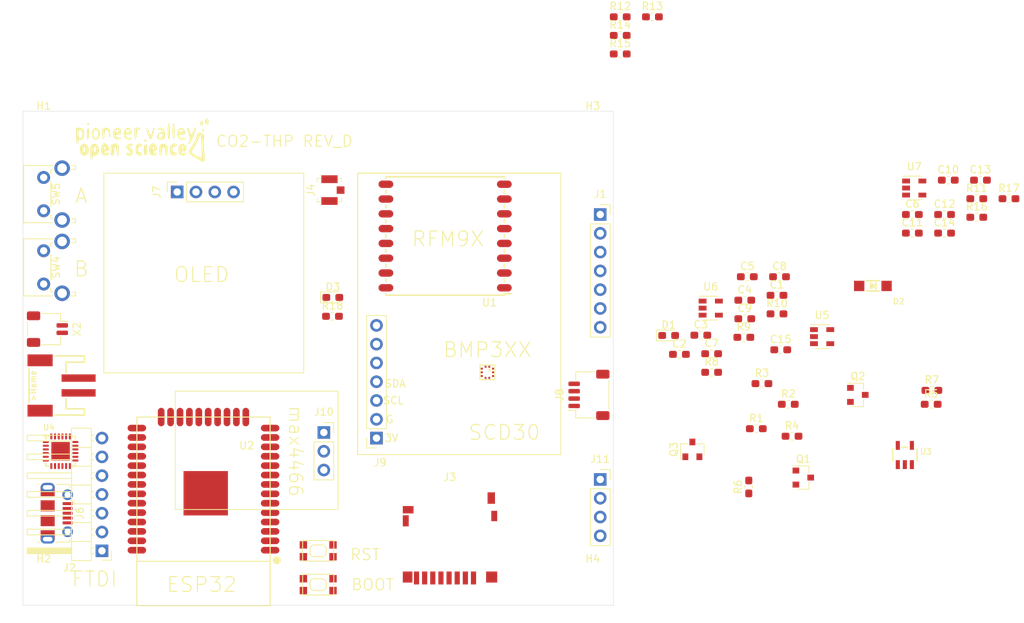
<source format=kicad_pcb>
(kicad_pcb (version 20171130) (host pcbnew 5.1.6-c6e7f7d~87~ubuntu18.04.1)

  (general
    (thickness 1.6)
    (drawings 33)
    (tracks 0)
    (zones 0)
    (modules 68)
    (nets 47)
  )

  (page A4)
  (layers
    (0 F.Cu signal)
    (31 B.Cu signal)
    (32 B.Adhes user)
    (33 F.Adhes user)
    (34 B.Paste user)
    (35 F.Paste user)
    (36 B.SilkS user)
    (37 F.SilkS user)
    (38 B.Mask user)
    (39 F.Mask user)
    (40 Dwgs.User user)
    (41 Cmts.User user)
    (42 Eco1.User user)
    (43 Eco2.User user hide)
    (44 Edge.Cuts user)
    (45 Margin user)
    (46 B.CrtYd user)
    (47 F.CrtYd user)
    (48 B.Fab user)
    (49 F.Fab user)
  )

  (setup
    (last_trace_width 0.25)
    (user_trace_width 0.3048)
    (user_trace_width 0.4)
    (user_trace_width 0.508)
    (user_trace_width 0.8)
    (trace_clearance 0.2)
    (zone_clearance 0.508)
    (zone_45_only no)
    (trace_min 0.2)
    (via_size 0.8)
    (via_drill 0.4)
    (via_min_size 0.4)
    (via_min_drill 0.3)
    (uvia_size 0.3)
    (uvia_drill 0.1)
    (uvias_allowed no)
    (uvia_min_size 0.2)
    (uvia_min_drill 0.1)
    (edge_width 0.05)
    (segment_width 0.2)
    (pcb_text_width 0.3)
    (pcb_text_size 1.5 1.5)
    (mod_edge_width 0.12)
    (mod_text_size 1 1)
    (mod_text_width 0.15)
    (pad_size 1.524 1.524)
    (pad_drill 0.762)
    (pad_to_mask_clearance 0.05)
    (aux_axis_origin 0 0)
    (visible_elements FFFDF7FF)
    (pcbplotparams
      (layerselection 0x010fc_ffffffff)
      (usegerberextensions false)
      (usegerberattributes true)
      (usegerberadvancedattributes true)
      (creategerberjobfile true)
      (excludeedgelayer true)
      (linewidth 0.100000)
      (plotframeref false)
      (viasonmask false)
      (mode 1)
      (useauxorigin false)
      (hpglpennumber 1)
      (hpglpenspeed 20)
      (hpglpendiameter 15.000000)
      (psnegative false)
      (psa4output false)
      (plotreference true)
      (plotvalue true)
      (plotinvisibletext false)
      (padsonsilk false)
      (subtractmaskfromsilk false)
      (outputformat 1)
      (mirror false)
      (drillshape 0)
      (scaleselection 1)
      (outputdirectory "gerber/"))
  )

  (net 0 "")
  (net 1 +3V3)
  (net 2 GND)
  (net 3 SDA)
  (net 4 SCL)
  (net 5 RESET)
  (net 6 lora_dio2)
  (net 7 lora_dio1)
  (net 8 lora_dio0)
  (net 9 0)
  (net 10 lora_cs)
  (net 11 DTR)
  (net 12 "Net-(Q1-Pad1)")
  (net 13 RTS)
  (net 14 "Net-(Q2-Pad1)")
  (net 15 RXD0)
  (net 16 VBUS)
  (net 17 ANA)
  (net 18 "Net-(R5-Pad2)")
  (net 19 TXD0)
  (net 20 "Net-(J6-Pad6)")
  (net 21 "Net-(J6-Pad3)")
  (net 22 "Net-(J6-Pad2)")
  (net 23 VBAT)
  (net 24 "Net-(R10-Pad2)")
  (net 25 "Net-(R8-Pad1)")
  (net 26 "Net-(R9-Pad2)")
  (net 27 "Net-(D1-Pad1)")
  (net 28 "Net-(J3-Pad9)")
  (net 29 2)
  (net 30 "Net-(C10-Pad1)")
  (net 31 "Net-(R10-Pad1)")
  (net 32 "Net-(R16-Pad2)")
  (net 33 "Net-(R17-Pad2)")
  (net 34 MISO)
  (net 35 SCK)
  (net 36 MOSI)
  (net 37 A8_15)
  (net 38 A7_32)
  (net 39 A2_34)
  (net 40 A13_35)
  (net 41 A1_25_DAC1)
  (net 42 A0_26_DAC0)
  (net 43 A11_12)
  (net 44 4)
  (net 45 "Net-(C15-Pad1)")
  (net 46 "Net-(D3-Pad1)")

  (net_class Default "This is the default net class."
    (clearance 0.2)
    (trace_width 0.25)
    (via_dia 0.8)
    (via_drill 0.4)
    (uvia_dia 0.3)
    (uvia_drill 0.1)
    (add_net +3V3)
    (add_net 0)
    (add_net 2)
    (add_net 4)
    (add_net A0_26_DAC0)
    (add_net A11_12)
    (add_net A13_35)
    (add_net A1_25_DAC1)
    (add_net A2_34)
    (add_net A7_32)
    (add_net A8_15)
    (add_net ANA)
    (add_net DTR)
    (add_net GND)
    (add_net MISO)
    (add_net MOSI)
    (add_net "Net-(C10-Pad1)")
    (add_net "Net-(C15-Pad1)")
    (add_net "Net-(D1-Pad1)")
    (add_net "Net-(D3-Pad1)")
    (add_net "Net-(J3-Pad9)")
    (add_net "Net-(J6-Pad2)")
    (add_net "Net-(J6-Pad3)")
    (add_net "Net-(J6-Pad6)")
    (add_net "Net-(Q1-Pad1)")
    (add_net "Net-(Q2-Pad1)")
    (add_net "Net-(R10-Pad1)")
    (add_net "Net-(R10-Pad2)")
    (add_net "Net-(R16-Pad2)")
    (add_net "Net-(R17-Pad2)")
    (add_net "Net-(R5-Pad2)")
    (add_net "Net-(R8-Pad1)")
    (add_net "Net-(R9-Pad2)")
    (add_net RESET)
    (add_net RTS)
    (add_net RXD0)
    (add_net SCK)
    (add_net SCL)
    (add_net SDA)
    (add_net TXD0)
    (add_net VBAT)
    (add_net VBUS)
    (add_net lora_cs)
    (add_net lora_dio0)
    (add_net lora_dio1)
    (add_net lora_dio2)
  )

  (module logo_footprints:pvos15 (layer F.Cu) (tedit 0) (tstamp 5FE21596)
    (at 84.074 14.478)
    (fp_text reference G*** (at 0 0) (layer F.SilkS) hide
      (effects (font (size 1.524 1.524) (thickness 0.3)))
    )
    (fp_text value LOGO (at 0.75 0) (layer F.SilkS) hide
      (effects (font (size 1.524 1.524) (thickness 0.3)))
    )
    (fp_poly (pts (xy 8.901768 -2.846878) (xy 9.043091 -2.658645) (xy 9.082911 -2.411392) (xy 9.00671 -2.090367)
      (xy 8.836462 -1.967649) (xy 8.659696 -2.090681) (xy 8.625485 -2.163458) (xy 8.589165 -2.494498)
      (xy 8.691837 -2.765544) (xy 8.883133 -2.852002) (xy 8.901768 -2.846878)) (layer F.SilkS) (width 0.01))
    (fp_poly (pts (xy -7.075261 -2.126254) (xy -7.073418 -2.089873) (xy -7.197002 -1.935291) (xy -7.243665 -1.929114)
      (xy -7.339676 -2.027601) (xy -7.314557 -2.089873) (xy -7.170098 -2.243235) (xy -7.14431 -2.250633)
      (xy -7.075261 -2.126254)) (layer F.SilkS) (width 0.01))
    (fp_poly (pts (xy 8.29519 -2.347088) (xy 8.302034 -2.025697) (xy 8.22535 -1.891426) (xy 8.050126 -1.824771)
      (xy 7.941519 -1.993417) (xy 7.934674 -2.314808) (xy 8.011358 -2.44908) (xy 8.186582 -2.515735)
      (xy 8.29519 -2.347088)) (layer F.SilkS) (width 0.01))
    (fp_poly (pts (xy 8.515651 -1.331454) (xy 8.520253 -1.295563) (xy 8.403397 -1.077841) (xy 8.359493 -1.044936)
      (xy 8.221867 -1.08138) (xy 8.198734 -1.196208) (xy 8.282666 -1.416162) (xy 8.359493 -1.446835)
      (xy 8.515651 -1.331454)) (layer F.SilkS) (width 0.01))
    (fp_poly (pts (xy 4.423478 -1.969398) (xy 4.481536 -1.543131) (xy 4.501265 -1.035449) (xy 4.478364 -0.493158)
      (xy 4.41779 -0.122296) (xy 4.340506 0) (xy 4.258217 -0.148804) (xy 4.201296 -0.548129)
      (xy 4.17975 -1.127346) (xy 4.179746 -1.134804) (xy 4.200376 -1.753587) (xy 4.259377 -2.104955)
      (xy 4.340506 -2.170253) (xy 4.423478 -1.969398)) (layer F.SilkS) (width 0.01))
    (fp_poly (pts (xy 3.78044 -1.969398) (xy 3.838498 -1.543131) (xy 3.858227 -1.035449) (xy 3.835326 -0.493158)
      (xy 3.774752 -0.122296) (xy 3.697468 0) (xy 3.615179 -0.148804) (xy 3.558258 -0.548129)
      (xy 3.536712 -1.127346) (xy 3.536708 -1.134804) (xy 3.557338 -1.753587) (xy 3.616339 -2.104955)
      (xy 3.697468 -2.170253) (xy 3.78044 -1.969398)) (layer F.SilkS) (width 0.01))
    (fp_poly (pts (xy 1.711274 -1.557502) (xy 1.735985 -1.353305) (xy 1.671588 -0.9794) (xy 1.551764 -0.55234)
      (xy 1.410192 -0.188677) (xy 1.280552 -0.004963) (xy 1.261204 0) (xy 1.104834 -0.132829)
      (xy 0.961861 -0.408988) (xy 0.762691 -0.994781) (xy 0.675608 -1.393721) (xy 0.707953 -1.562623)
      (xy 0.767983 -1.549349) (xy 0.922551 -1.328292) (xy 1.045649 -0.96131) (xy 1.168137 -0.623135)
      (xy 1.305987 -0.59801) (xy 1.442243 -0.879096) (xy 1.507567 -1.147648) (xy 1.602877 -1.464988)
      (xy 1.700751 -1.565031) (xy 1.711274 -1.557502)) (layer F.SilkS) (width 0.01))
    (fp_poly (pts (xy -0.260542 -1.552565) (xy -0.16076 -1.446835) (xy -0.290968 -1.304213) (xy -0.401899 -1.286076)
      (xy -0.569571 -1.179893) (xy -0.638662 -0.827906) (xy -0.643038 -0.643038) (xy -0.678693 -0.240366)
      (xy -0.767762 -0.016397) (xy -0.803798 0) (xy -0.895502 -0.144582) (xy -0.953709 -0.514257)
      (xy -0.964557 -0.803797) (xy -0.951527 -1.280843) (xy -0.885028 -1.51883) (xy -0.72395 -1.59998)
      (xy -0.562659 -1.607595) (xy -0.260542 -1.552565)) (layer F.SilkS) (width 0.01))
    (fp_poly (pts (xy -2.8447 -1.41827) (xy -2.732912 -1.049982) (xy -2.795384 -0.743921) (xy -3.04675 -0.646009)
      (xy -3.148207 -0.643038) (xy -3.451365 -0.580138) (xy -3.493646 -0.442088) (xy -3.297355 -0.2859)
      (xy -3.07835 -0.253903) (xy -2.804605 -0.21177) (xy -2.732912 -0.133334) (xy -2.872648 -0.039455)
      (xy -3.208989 -0.000002) (xy -3.212127 0) (xy -3.586767 -0.065637) (xy -3.766694 -0.311358)
      (xy -3.789022 -0.389183) (xy -3.835201 -0.990744) (xy -3.76928 -1.125316) (xy -3.536709 -1.125316)
      (xy -3.40166 -0.995964) (xy -3.205703 -0.964557) (xy -2.983418 -1.026442) (xy -2.974051 -1.125316)
      (xy -3.20665 -1.273235) (xy -3.305058 -1.286076) (xy -3.512831 -1.196192) (xy -3.536709 -1.125316)
      (xy -3.76928 -1.125316) (xy -3.631275 -1.407038) (xy -3.51837 -1.495379) (xy -3.137936 -1.590761)
      (xy -2.8447 -1.41827)) (layer F.SilkS) (width 0.01))
    (fp_poly (pts (xy -4.480867 -1.509188) (xy -4.273723 -1.288035) (xy -4.200884 -0.843211) (xy -4.200857 -0.562658)
      (xy -4.224245 -0.241652) (xy -4.264581 -0.175574) (xy -4.285034 -0.241139) (xy -4.376799 -0.673597)
      (xy -4.430208 -0.924367) (xy -4.570538 -1.249176) (xy -4.749616 -1.298764) (xy -4.907139 -1.10379)
      (xy -4.982802 -0.694915) (xy -4.983545 -0.643038) (xy -5.019199 -0.240366) (xy -5.108268 -0.016397)
      (xy -5.144304 0) (xy -5.236999 -0.144371) (xy -5.295089 -0.512602) (xy -5.305064 -0.783702)
      (xy -5.292583 -1.252381) (xy -5.223658 -1.483498) (xy -5.051065 -1.560876) (xy -4.862975 -1.568432)
      (xy -4.480867 -1.509188)) (layer F.SilkS) (width 0.01))
    (fp_poly (pts (xy -7.135056 -1.447506) (xy -7.080822 -1.089235) (xy -7.073418 -0.813285) (xy -7.102016 -0.351663)
      (xy -7.17522 -0.056973) (xy -7.234178 0) (xy -7.330581 -0.143568) (xy -7.387963 -0.506315)
      (xy -7.394937 -0.71393) (xy -7.361642 -1.168273) (xy -7.277797 -1.473383) (xy -7.234178 -1.527215)
      (xy -7.135056 -1.447506)) (layer F.SilkS) (width 0.01))
    (fp_poly (pts (xy 5.714752 -1.414623) (xy 5.906378 -1.055872) (xy 5.919092 -0.988328) (xy 5.902398 -0.743592)
      (xy 5.694974 -0.651938) (xy 5.482049 -0.643038) (xy 5.147217 -0.606162) (xy 5.068488 -0.469512)
      (xy 5.091693 -0.387501) (xy 5.316798 -0.199434) (xy 5.568926 -0.204449) (xy 5.857003 -0.217429)
      (xy 5.948101 -0.157216) (xy 5.814307 -0.011365) (xy 5.508884 0.05148) (xy 5.175768 0.009895)
      (xy 5.086757 -0.029009) (xy 4.891401 -0.298406) (xy 4.826415 -0.721764) (xy 4.887646 -1.125316)
      (xy 5.063924 -1.125316) (xy 5.113146 -0.998784) (xy 5.295575 -0.964557) (xy 5.561913 -1.030146)
      (xy 5.626582 -1.125316) (xy 5.497061 -1.269505) (xy 5.39493 -1.286076) (xy 5.121229 -1.188101)
      (xy 5.063924 -1.125316) (xy 4.887646 -1.125316) (xy 4.892717 -1.158735) (xy 5.077399 -1.458019)
      (xy 5.40678 -1.566331) (xy 5.714752 -1.414623)) (layer F.SilkS) (width 0.01))
    (fp_poly (pts (xy 2.757308 -1.552038) (xy 3.029922 -1.328866) (xy 3.048774 -1.296644) (xy 3.17351 -0.902457)
      (xy 3.21519 -0.511588) (xy 3.154038 -0.148392) (xy 2.919857 0.014934) (xy 2.823683 0.03736)
      (xy 2.44879 0.052707) (xy 2.24696 -0.00227) (xy 2.094956 -0.25089) (xy 2.120867 -0.442057)
      (xy 2.289475 -0.442057) (xy 2.336257 -0.313033) (xy 2.54232 -0.194469) (xy 2.763034 -0.314632)
      (xy 2.865268 -0.53579) (xy 2.79822 -0.764714) (xy 2.673806 -0.803797) (xy 2.381639 -0.693429)
      (xy 2.289475 -0.442057) (xy 2.120867 -0.442057) (xy 2.139515 -0.579635) (xy 2.339118 -0.852548)
      (xy 2.531962 -0.935548) (xy 2.839008 -1.044668) (xy 2.858294 -1.187331) (xy 2.601617 -1.280291)
      (xy 2.482284 -1.286076) (xy 2.20877 -1.337107) (xy 2.170253 -1.446835) (xy 2.422112 -1.599676)
      (xy 2.757308 -1.552038)) (layer F.SilkS) (width 0.01))
    (fp_poly (pts (xy -1.63431 -1.501475) (xy -1.390647 -1.211742) (xy -1.315085 -0.988328) (xy -1.329559 -0.7477)
      (xy -1.528029 -0.654279) (xy -1.776858 -0.643038) (xy -2.11093 -0.623137) (xy -2.177644 -0.533983)
      (xy -2.080598 -0.390722) (xy -1.77822 -0.215548) (xy -1.578636 -0.214912) (xy -1.337733 -0.222769)
      (xy -1.286076 -0.164458) (xy -1.415897 -0.005225) (xy -1.711503 0.047855) (xy -2.032113 -0.014471)
      (xy -2.173081 -0.106173) (xy -2.376269 -0.459447) (xy -2.408241 -0.865107) (xy -2.33386 -1.125316)
      (xy -2.170254 -1.125316) (xy -2.112594 -1.006801) (xy -1.848735 -0.964557) (xy -1.56936 -1.014558)
      (xy -1.527216 -1.125316) (xy -1.760488 -1.274861) (xy -1.848735 -1.286076) (xy -2.11839 -1.184156)
      (xy -2.170254 -1.125316) (xy -2.33386 -1.125316) (xy -2.300994 -1.240291) (xy -2.086524 -1.502136)
      (xy -1.796826 -1.56778) (xy -1.63431 -1.501475)) (layer F.SilkS) (width 0.01))
    (fp_poly (pts (xy -5.801589 -1.362114) (xy -5.645159 -0.948491) (xy -5.626583 -0.709389) (xy -5.720347 -0.243738)
      (xy -5.957831 0.025091) (xy -6.273319 0.051744) (xy -6.508277 -0.100862) (xy -6.691956 -0.470657)
      (xy -6.70113 -0.804107) (xy -6.493622 -0.804107) (xy -6.460144 -0.442088) (xy -6.302537 -0.19493)
      (xy -6.078483 -0.205019) (xy -5.887219 -0.45406) (xy -5.85565 -0.553521) (xy -5.831388 -1.003855)
      (xy -6.015877 -1.251412) (xy -6.186941 -1.286076) (xy -6.399014 -1.148225) (xy -6.493622 -0.804107)
      (xy -6.70113 -0.804107) (xy -6.704742 -0.935358) (xy -6.557729 -1.346416) (xy -6.403666 -1.50168)
      (xy -6.072518 -1.564958) (xy -5.801589 -1.362114)) (layer F.SilkS) (width 0.01))
    (fp_poly (pts (xy 0.776592 0.086806) (xy 0.803797 0.16076) (xy 0.673589 0.303382) (xy 0.562658 0.321519)
      (xy 0.348724 0.234714) (xy 0.321519 0.16076) (xy 0.451727 0.018137) (xy 0.562658 0)
      (xy 0.776592 0.086806)) (layer F.SilkS) (width 0.01))
    (fp_poly (pts (xy 7.346773 -1.583308) (xy 7.369996 -1.470062) (xy 7.305288 -1.207281) (xy 7.141318 -0.734388)
      (xy 7.023671 -0.414022) (xy 6.803378 0.096299) (xy 6.58238 0.471503) (xy 6.430379 0.616868)
      (xy 6.27492 0.642785) (xy 6.3458 0.507604) (xy 6.414107 0.422941) (xy 6.529572 0.127626)
      (xy 6.49416 -0.331269) (xy 6.301493 -0.999171) (xy 6.160574 -1.383188) (xy 6.170674 -1.57953)
      (xy 6.239647 -1.607595) (xy 6.385766 -1.468862) (xy 6.50877 -1.134246) (xy 6.510759 -1.125316)
      (xy 6.623683 -0.787934) (xy 6.74915 -0.643135) (xy 6.751898 -0.643038) (xy 6.876901 -0.78151)
      (xy 6.990874 -1.115591) (xy 6.993038 -1.125316) (xy 7.10969 -1.462814) (xy 7.244053 -1.607504)
      (xy 7.24695 -1.607595) (xy 7.346773 -1.583308)) (layer F.SilkS) (width 0.01))
    (fp_poly (pts (xy -8.319304 -1.553419) (xy -7.9754 -1.506609) (xy -7.815587 -1.347178) (xy -7.751692 -0.976605)
      (xy -7.746273 -0.913148) (xy -7.773179 -0.374949) (xy -7.934631 -0.026726) (xy -8.199822 0.076833)
      (xy -8.290868 0.053625) (xy -8.478706 0.092032) (xy -8.520254 0.30432) (xy -8.584499 0.574748)
      (xy -8.681013 0.643038) (xy -8.763741 0.494521) (xy -8.820816 0.097219) (xy -8.841773 -0.468292)
      (xy -8.841773 -0.842378) (xy -8.520254 -0.842378) (xy -8.485566 -0.468542) (xy -8.409731 -0.264583)
      (xy -8.188979 -0.187809) (xy -8.019702 -0.374254) (xy -7.957595 -0.734612) (xy -8.042636 -1.126751)
      (xy -8.238924 -1.255472) (xy -8.445284 -1.218096) (xy -8.517781 -0.950972) (xy -8.520254 -0.842378)
      (xy -8.841773 -0.842378) (xy -8.841773 -1.579623) (xy -8.319304 -1.553419)) (layer F.SilkS) (width 0.01))
    (fp_poly (pts (xy 5.970274 0.795997) (xy 6.108264 1.183111) (xy 6.10886 1.213685) (xy 6.042578 1.511744)
      (xy 5.781655 1.605511) (xy 5.697474 1.607595) (xy 5.418983 1.659861) (xy 5.389484 1.774894)
      (xy 5.605118 1.867113) (xy 5.81989 1.838404) (xy 6.060678 1.812804) (xy 6.075098 1.952434)
      (xy 5.863053 2.163006) (xy 5.518999 2.21195) (xy 5.199345 2.079733) (xy 5.182616 2.063882)
      (xy 5.016024 1.724171) (xy 4.98826 1.278562) (xy 5.047975 1.040173) (xy 5.372567 1.040173)
      (xy 5.385443 1.125317) (xy 5.522949 1.278511) (xy 5.546202 1.286076) (xy 5.674013 1.173953)
      (xy 5.706962 1.125317) (xy 5.668787 0.989122) (xy 5.546202 0.964557) (xy 5.372567 1.040173)
      (xy 5.047975 1.040173) (xy 5.090483 0.870483) (xy 5.269024 0.662326) (xy 5.657848 0.600947)
      (xy 5.970274 0.795997)) (layer F.SilkS) (width 0.01))
    (fp_poly (pts (xy 4.553104 0.573951) (xy 4.797068 0.74774) (xy 4.754253 0.907734) (xy 4.501265 0.964557)
      (xy 4.249142 1.058751) (xy 4.179746 1.366456) (xy 4.252948 1.679359) (xy 4.512376 1.768352)
      (xy 4.514662 1.768355) (xy 4.75967 1.845156) (xy 4.78267 1.969304) (xy 4.569945 2.180466)
      (xy 4.224053 2.189482) (xy 4.032384 2.103816) (xy 3.859075 1.827754) (xy 3.813016 1.400301)
      (xy 3.893009 0.964808) (xy 4.044032 0.709856) (xy 4.359124 0.556443) (xy 4.553104 0.573951)) (layer F.SilkS) (width 0.01))
    (fp_poly (pts (xy 3.171392 0.609214) (xy 3.367672 0.699065) (xy 3.471343 0.941256) (xy 3.524975 1.333515)
      (xy 3.527949 1.759823) (xy 3.479646 2.104162) (xy 3.379446 2.250514) (xy 3.375949 2.250633)
      (xy 3.26897 2.109485) (xy 3.216325 1.763151) (xy 3.21519 1.697463) (xy 3.177193 1.300458)
      (xy 3.084398 1.065755) (xy 3.071275 1.055348) (xy 2.907863 1.096585) (xy 2.784449 1.382996)
      (xy 2.73302 1.838335) (xy 2.732911 1.861883) (xy 2.67619 2.157651) (xy 2.572152 2.250633)
      (xy 2.479524 2.106247) (xy 2.421426 1.737918) (xy 2.411392 1.465577) (xy 2.428736 0.98832)
      (xy 2.508638 0.740547) (xy 2.692899 0.630894) (xy 2.805014 0.605275) (xy 3.171392 0.609214)) (layer F.SilkS) (width 0.01))
    (fp_poly (pts (xy 1.792404 0.612821) (xy 1.864632 0.677321) (xy 2.094589 1.044303) (xy 2.096428 1.36968)
      (xy 1.875965 1.563785) (xy 1.80616 1.578899) (xy 1.559014 1.669384) (xy 1.529979 1.772827)
      (xy 1.731882 1.846552) (xy 1.875818 1.816097) (xy 2.064654 1.808992) (xy 2.059027 1.943687)
      (xy 1.847467 2.185454) (xy 1.526653 2.214583) (xy 1.219925 2.040412) (xy 1.106468 1.871566)
      (xy 1.002656 1.423707) (xy 1.045614 1.125317) (xy 1.446835 1.125317) (xy 1.569169 1.281405)
      (xy 1.607595 1.286076) (xy 1.763683 1.163742) (xy 1.768354 1.125317) (xy 1.64602 0.969229)
      (xy 1.607595 0.964557) (xy 1.451507 1.086891) (xy 1.446835 1.125317) (xy 1.045614 1.125317)
      (xy 1.062892 1.005306) (xy 1.243628 0.68496) (xy 1.501314 0.531266) (xy 1.792404 0.612821)) (layer F.SilkS) (width 0.01))
    (fp_poly (pts (xy 0.722543 0.738898) (xy 0.794656 1.064013) (xy 0.803797 1.356969) (xy 0.760664 1.88415)
      (xy 0.642461 2.168351) (xy 0.465977 2.174964) (xy 0.424321 2.13909) (xy 0.36115 1.927904)
      (xy 0.324901 1.520011) (xy 0.321519 1.339663) (xy 0.355487 0.872625) (xy 0.470127 0.66597)
      (xy 0.562658 0.643038) (xy 0.722543 0.738898)) (layer F.SilkS) (width 0.01))
    (fp_poly (pts (xy -0.003279 0.616401) (xy 0.157835 0.789476) (xy 0.160759 0.820997) (xy 0.025964 0.937686)
      (xy -0.16076 0.964557) (xy -0.412883 1.058751) (xy -0.482279 1.366456) (xy -0.409077 1.679359)
      (xy -0.14965 1.768352) (xy -0.147363 1.768355) (xy 0.097645 1.845156) (xy 0.120644 1.969304)
      (xy -0.088045 2.184098) (xy -0.406486 2.186855) (xy -0.606194 2.062414) (xy -0.761103 1.73057)
      (xy -0.794599 1.273579) (xy -0.709299 0.849799) (xy -0.583035 0.659949) (xy -0.301248 0.56218)
      (xy -0.003279 0.616401)) (layer F.SilkS) (width 0.01))
    (fp_poly (pts (xy -1.190822 0.708531) (xy -1.165507 0.763608) (xy -1.243038 0.926318) (xy -1.473629 0.975438)
      (xy -1.848735 0.986318) (xy -1.479061 1.164317) (xy -1.212709 1.423228) (xy -1.143067 1.766188)
      (xy -1.263849 2.072388) (xy -1.533831 2.217225) (xy -1.853269 2.20647) (xy -1.97592 2.150242)
      (xy -2.092009 1.921549) (xy -1.944875 1.820301) (xy -1.768355 1.848735) (xy -1.497939 1.88793)
      (xy -1.489156 1.764634) (xy -1.739888 1.500236) (xy -1.808545 1.442486) (xy -2.049871 1.183221)
      (xy -2.041733 0.946201) (xy -1.991973 0.854059) (xy -1.731443 0.625729) (xy -1.419686 0.572326)
      (xy -1.190822 0.708531)) (layer F.SilkS) (width 0.01))
    (fp_poly (pts (xy -3.175916 0.586931) (xy -3.096423 0.779076) (xy -3.059501 1.153568) (xy -3.062448 1.596016)
      (xy -3.102564 1.992026) (xy -3.177149 2.227207) (xy -3.21519 2.250633) (xy -3.315858 2.108015)
      (xy -3.37185 1.751738) (xy -3.37595 1.607595) (xy -3.411604 1.204923) (xy -3.500673 0.980955)
      (xy -3.536709 0.964557) (xy -3.637377 1.107175) (xy -3.693369 1.463452) (xy -3.697469 1.607595)
      (xy -3.742884 2.082371) (xy -3.878324 2.251084) (xy -4.072574 2.14346) (xy -4.139242 1.928703)
      (xy -4.176744 1.520583) (xy -4.179747 1.358404) (xy -4.157076 0.923105) (xy -4.049952 0.70693)
      (xy -3.799707 0.60852) (xy -3.738574 0.596185) (xy -3.374083 0.558498) (xy -3.175916 0.586931)) (layer F.SilkS) (width 0.01))
    (fp_poly (pts (xy -4.712684 0.613047) (xy -4.471467 0.914284) (xy -4.343504 1.249388) (xy -4.340507 1.297559)
      (xy -4.438438 1.54036) (xy -4.751893 1.607595) (xy -5.030384 1.659861) (xy -5.059883 1.774894)
      (xy -4.844249 1.867113) (xy -4.629477 1.838404) (xy -4.388689 1.812804) (xy -4.374269 1.952434)
      (xy -4.586314 2.163006) (xy -4.930368 2.21195) (xy -5.250023 2.079733) (xy -5.266751 2.063882)
      (xy -5.43411 1.730543) (xy -5.458944 1.295831) (xy -5.420294 1.125317) (xy -5.144304 1.125317)
      (xy -5.02197 1.281405) (xy -4.983545 1.286076) (xy -4.827457 1.163742) (xy -4.822785 1.125317)
      (xy -4.945119 0.969229) (xy -4.983545 0.964557) (xy -5.139633 1.086891) (xy -5.144304 1.125317)
      (xy -5.420294 1.125317) (xy -5.362545 0.870552) (xy -5.1662 0.565513) (xy -4.962876 0.482279)
      (xy -4.712684 0.613047)) (layer F.SilkS) (width 0.01))
    (fp_poly (pts (xy -7.475625 0.689248) (xy -7.356155 0.811771) (xy -7.103949 1.266915) (xy -7.139893 1.719664)
      (xy -7.239834 1.939683) (xy -7.522469 2.206494) (xy -7.868251 2.210772) (xy -8.167834 1.961319)
      (xy -8.222584 1.860589) (xy -8.337557 1.385249) (xy -8.334564 1.366456) (xy -7.877216 1.366456)
      (xy -7.822186 1.668573) (xy -7.716456 1.768355) (xy -7.595609 1.63078) (xy -7.555697 1.366456)
      (xy -7.610726 1.064339) (xy -7.716456 0.964557) (xy -7.837303 1.102132) (xy -7.877216 1.366456)
      (xy -8.334564 1.366456) (xy -8.27164 0.971485) (xy -8.073542 0.678257) (xy -7.791968 0.564525)
      (xy -7.475625 0.689248)) (layer F.SilkS) (width 0.01))
    (fp_poly (pts (xy -6.002284 0.708876) (xy -5.82587 0.994431) (xy -5.715063 1.437732) (xy -5.770311 1.850088)
      (xy -5.958024 2.138532) (xy -6.244614 2.210098) (xy -6.263487 2.205657) (xy -6.509772 2.220617)
      (xy -6.616789 2.483551) (xy -6.622331 2.524599) (xy -6.697632 2.77903) (xy -6.792089 2.801921)
      (xy -6.854939 2.587733) (xy -6.898556 2.151888) (xy -6.912659 1.661182) (xy -6.90755 1.391427)
      (xy -6.503132 1.391427) (xy -6.469879 1.567405) (xy -6.320535 1.762751) (xy -6.175682 1.685041)
      (xy -6.108895 1.375228) (xy -6.108861 1.366456) (xy -6.159334 1.06427) (xy -6.256224 0.964557)
      (xy -6.437732 1.096795) (xy -6.503132 1.391427) (xy -6.90755 1.391427) (xy -6.902114 1.104501)
      (xy -6.855354 0.797204) (xy -6.749688 0.667438) (xy -6.59114 0.643038) (xy -6.266922 0.626793)
      (xy -6.149051 0.607368) (xy -6.002284 0.708876)) (layer F.SilkS) (width 0.01))
    (fp_poly (pts (xy 8.152827 -0.82763) (xy 8.213772 -0.795749) (xy 8.403537 -0.642486) (xy 8.471266 -0.391675)
      (xy 8.441106 0.058786) (xy 8.432375 0.128618) (xy 8.403043 0.747552) (xy 8.438803 1.457828)
      (xy 8.478876 1.776202) (xy 8.562857 2.483055) (xy 8.539012 2.901891) (xy 8.406229 3.047989)
      (xy 8.386287 3.04815) (xy 8.200915 2.971743) (xy 7.821056 2.778141) (xy 7.358578 2.525682)
      (xy 6.875009 2.234464) (xy 6.516194 1.980874) (xy 6.366996 1.829704) (xy 6.389684 1.725458)
      (xy 6.751898 1.725458) (xy 6.880312 1.857787) (xy 7.200868 2.072335) (xy 7.616536 2.310771)
      (xy 8.030286 2.514764) (xy 8.143729 2.56218) (xy 8.150266 2.417594) (xy 8.147147 2.020696)
      (xy 8.135247 1.440523) (xy 8.124426 1.039032) (xy 8.086204 0.179817) (xy 8.030494 -0.360802)
      (xy 7.956616 -0.585311) (xy 7.863893 -0.496192) (xy 7.780324 -0.219918) (xy 7.620841 0.191505)
      (xy 7.348145 0.697307) (xy 7.209842 0.913142) (xy 6.946232 1.325724) (xy 6.780699 1.634341)
      (xy 6.751898 1.725458) (xy 6.389684 1.725458) (xy 6.414784 1.610137) (xy 6.612325 1.230696)
      (xy 6.82835 0.901081) (xy 7.150655 0.373929) (xy 7.391555 -0.153689) (xy 7.465508 -0.406155)
      (xy 7.589683 -0.819556) (xy 7.795557 -0.947952) (xy 8.152827 -0.82763)) (layer F.SilkS) (width 0.01))
  )

  (module Connector_PinSocket_2.54mm:PinSocket_1x04_P2.54mm_Vertical (layer F.Cu) (tedit 5A19A429) (tstamp 5FE207CD)
    (at 146.05 60.452)
    (descr "Through hole straight socket strip, 1x04, 2.54mm pitch, single row (from Kicad 4.0.7), script generated")
    (tags "Through hole socket strip THT 1x04 2.54mm single row")
    (path /5FF2300C)
    (fp_text reference J11 (at 0 -2.77) (layer F.SilkS)
      (effects (font (size 1 1) (thickness 0.15)))
    )
    (fp_text value Conn_01x04_Female (at 0 10.39) (layer F.Fab)
      (effects (font (size 1 1) (thickness 0.15)))
    )
    (fp_line (start -1.8 9.4) (end -1.8 -1.8) (layer F.CrtYd) (width 0.05))
    (fp_line (start 1.75 9.4) (end -1.8 9.4) (layer F.CrtYd) (width 0.05))
    (fp_line (start 1.75 -1.8) (end 1.75 9.4) (layer F.CrtYd) (width 0.05))
    (fp_line (start -1.8 -1.8) (end 1.75 -1.8) (layer F.CrtYd) (width 0.05))
    (fp_line (start 0 -1.33) (end 1.33 -1.33) (layer F.SilkS) (width 0.12))
    (fp_line (start 1.33 -1.33) (end 1.33 0) (layer F.SilkS) (width 0.12))
    (fp_line (start 1.33 1.27) (end 1.33 8.95) (layer F.SilkS) (width 0.12))
    (fp_line (start -1.33 8.95) (end 1.33 8.95) (layer F.SilkS) (width 0.12))
    (fp_line (start -1.33 1.27) (end -1.33 8.95) (layer F.SilkS) (width 0.12))
    (fp_line (start -1.33 1.27) (end 1.33 1.27) (layer F.SilkS) (width 0.12))
    (fp_line (start -1.27 8.89) (end -1.27 -1.27) (layer F.Fab) (width 0.1))
    (fp_line (start 1.27 8.89) (end -1.27 8.89) (layer F.Fab) (width 0.1))
    (fp_line (start 1.27 -0.635) (end 1.27 8.89) (layer F.Fab) (width 0.1))
    (fp_line (start 0.635 -1.27) (end 1.27 -0.635) (layer F.Fab) (width 0.1))
    (fp_line (start -1.27 -1.27) (end 0.635 -1.27) (layer F.Fab) (width 0.1))
    (fp_text user %R (at 0 3.81 90) (layer F.Fab)
      (effects (font (size 1 1) (thickness 0.15)))
    )
    (pad 4 thru_hole oval (at 0 7.62) (size 1.7 1.7) (drill 1) (layers *.Cu *.Mask)
      (net 23 VBAT))
    (pad 3 thru_hole oval (at 0 5.08) (size 1.7 1.7) (drill 1) (layers *.Cu *.Mask)
      (net 44 4))
    (pad 2 thru_hole oval (at 0 2.54) (size 1.7 1.7) (drill 1) (layers *.Cu *.Mask)
      (net 29 2))
    (pad 1 thru_hole rect (at 0 0) (size 1.7 1.7) (drill 1) (layers *.Cu *.Mask)
      (net 9 0))
    (model ${KISYS3DMOD}/Connector_PinSocket_2.54mm.3dshapes/PinSocket_1x04_P2.54mm_Vertical.wrl
      (at (xyz 0 0 0))
      (scale (xyz 1 1 1))
      (rotate (xyz 0 0 0))
    )
  )

  (module Connector_PinSocket_2.54mm:PinSocket_1x07_P2.54mm_Vertical (layer F.Cu) (tedit 5A19A433) (tstamp 5FE204D1)
    (at 146.05 24.638)
    (descr "Through hole straight socket strip, 1x07, 2.54mm pitch, single row (from Kicad 4.0.7), script generated")
    (tags "Through hole socket strip THT 1x07 2.54mm single row")
    (path /5FF3A551)
    (fp_text reference J1 (at 0 -2.77) (layer F.SilkS)
      (effects (font (size 1 1) (thickness 0.15)))
    )
    (fp_text value Conn_01x07_Female (at 0 18.01) (layer F.Fab)
      (effects (font (size 1 1) (thickness 0.15)))
    )
    (fp_line (start -1.8 17) (end -1.8 -1.8) (layer F.CrtYd) (width 0.05))
    (fp_line (start 1.75 17) (end -1.8 17) (layer F.CrtYd) (width 0.05))
    (fp_line (start 1.75 -1.8) (end 1.75 17) (layer F.CrtYd) (width 0.05))
    (fp_line (start -1.8 -1.8) (end 1.75 -1.8) (layer F.CrtYd) (width 0.05))
    (fp_line (start 0 -1.33) (end 1.33 -1.33) (layer F.SilkS) (width 0.12))
    (fp_line (start 1.33 -1.33) (end 1.33 0) (layer F.SilkS) (width 0.12))
    (fp_line (start 1.33 1.27) (end 1.33 16.57) (layer F.SilkS) (width 0.12))
    (fp_line (start -1.33 16.57) (end 1.33 16.57) (layer F.SilkS) (width 0.12))
    (fp_line (start -1.33 1.27) (end -1.33 16.57) (layer F.SilkS) (width 0.12))
    (fp_line (start -1.33 1.27) (end 1.33 1.27) (layer F.SilkS) (width 0.12))
    (fp_line (start -1.27 16.51) (end -1.27 -1.27) (layer F.Fab) (width 0.1))
    (fp_line (start 1.27 16.51) (end -1.27 16.51) (layer F.Fab) (width 0.1))
    (fp_line (start 1.27 -0.635) (end 1.27 16.51) (layer F.Fab) (width 0.1))
    (fp_line (start 0.635 -1.27) (end 1.27 -0.635) (layer F.Fab) (width 0.1))
    (fp_line (start -1.27 -1.27) (end 0.635 -1.27) (layer F.Fab) (width 0.1))
    (fp_text user %R (at 0 7.62 90) (layer F.Fab)
      (effects (font (size 1 1) (thickness 0.15)))
    )
    (pad 7 thru_hole oval (at 0 15.24) (size 1.7 1.7) (drill 1) (layers *.Cu *.Mask)
      (net 4 SCL))
    (pad 6 thru_hole oval (at 0 12.7) (size 1.7 1.7) (drill 1) (layers *.Cu *.Mask)
      (net 3 SDA))
    (pad 5 thru_hole oval (at 0 10.16) (size 1.7 1.7) (drill 1) (layers *.Cu *.Mask)
      (net 1 +3V3))
    (pad 4 thru_hole oval (at 0 7.62) (size 1.7 1.7) (drill 1) (layers *.Cu *.Mask)
      (net 2 GND))
    (pad 3 thru_hole oval (at 0 5.08) (size 1.7 1.7) (drill 1) (layers *.Cu *.Mask))
    (pad 2 thru_hole oval (at 0 2.54) (size 1.7 1.7) (drill 1) (layers *.Cu *.Mask)
      (net 42 A0_26_DAC0))
    (pad 1 thru_hole rect (at 0 0) (size 1.7 1.7) (drill 1) (layers *.Cu *.Mask)
      (net 41 A1_25_DAC1))
    (model ${KISYS3DMOD}/Connector_PinSocket_2.54mm.3dshapes/PinSocket_1x07_P2.54mm_Vertical.wrl
      (at (xyz 0 0 0))
      (scale (xyz 1 1 1))
      (rotate (xyz 0 0 0))
    )
  )

  (module MountingHole:MountingHole_2.5mm (layer F.Cu) (tedit 56D1B4CB) (tstamp 5FE1C527)
    (at 145.034 74.676)
    (descr "Mounting Hole 2.5mm, no annular")
    (tags "mounting hole 2.5mm no annular")
    (path /5FEF88FB)
    (attr virtual)
    (fp_text reference H4 (at 0 -3.5) (layer F.SilkS)
      (effects (font (size 1 1) (thickness 0.15)))
    )
    (fp_text value MountingHole (at 0 3.5) (layer F.Fab)
      (effects (font (size 1 1) (thickness 0.15)))
    )
    (fp_circle (center 0 0) (end 2.75 0) (layer F.CrtYd) (width 0.05))
    (fp_circle (center 0 0) (end 2.5 0) (layer Cmts.User) (width 0.15))
    (fp_text user %R (at 0.3 0) (layer F.Fab)
      (effects (font (size 1 1) (thickness 0.15)))
    )
    (pad 1 np_thru_hole circle (at 0 0) (size 2.5 2.5) (drill 2.5) (layers *.Cu *.Mask))
  )

  (module MountingHole:MountingHole_2.5mm (layer F.Cu) (tedit 56D1B4CB) (tstamp 5FE1C51F)
    (at 145.034 13.462)
    (descr "Mounting Hole 2.5mm, no annular")
    (tags "mounting hole 2.5mm no annular")
    (path /5FEF8619)
    (attr virtual)
    (fp_text reference H3 (at 0 -3.5) (layer F.SilkS)
      (effects (font (size 1 1) (thickness 0.15)))
    )
    (fp_text value MountingHole (at 0 3.5) (layer F.Fab)
      (effects (font (size 1 1) (thickness 0.15)))
    )
    (fp_circle (center 0 0) (end 2.75 0) (layer F.CrtYd) (width 0.05))
    (fp_circle (center 0 0) (end 2.5 0) (layer Cmts.User) (width 0.15))
    (fp_text user %R (at 0.3 0) (layer F.Fab)
      (effects (font (size 1 1) (thickness 0.15)))
    )
    (pad 1 np_thru_hole circle (at 0 0) (size 2.5 2.5) (drill 2.5) (layers *.Cu *.Mask))
  )

  (module MountingHole:MountingHole_2.5mm (layer F.Cu) (tedit 56D1B4CB) (tstamp 5FE1C517)
    (at 70.866 74.676)
    (descr "Mounting Hole 2.5mm, no annular")
    (tags "mounting hole 2.5mm no annular")
    (path /5FEF8361)
    (attr virtual)
    (fp_text reference H2 (at 0 -3.5) (layer F.SilkS)
      (effects (font (size 1 1) (thickness 0.15)))
    )
    (fp_text value MountingHole (at 0 3.5) (layer F.Fab)
      (effects (font (size 1 1) (thickness 0.15)))
    )
    (fp_circle (center 0 0) (end 2.75 0) (layer F.CrtYd) (width 0.05))
    (fp_circle (center 0 0) (end 2.5 0) (layer Cmts.User) (width 0.15))
    (fp_text user %R (at 0.3 0) (layer F.Fab)
      (effects (font (size 1 1) (thickness 0.15)))
    )
    (pad 1 np_thru_hole circle (at 0 0) (size 2.5 2.5) (drill 2.5) (layers *.Cu *.Mask))
  )

  (module MountingHole:MountingHole_2.5mm (layer F.Cu) (tedit 56D1B4CB) (tstamp 5FE1C50F)
    (at 70.866 13.462)
    (descr "Mounting Hole 2.5mm, no annular")
    (tags "mounting hole 2.5mm no annular")
    (path /5FEF5700)
    (attr virtual)
    (fp_text reference H1 (at 0 -3.5) (layer F.SilkS)
      (effects (font (size 1 1) (thickness 0.15)))
    )
    (fp_text value MountingHole (at 0 3.5) (layer F.Fab)
      (effects (font (size 1 1) (thickness 0.15)))
    )
    (fp_circle (center 0 0) (end 2.75 0) (layer F.CrtYd) (width 0.05))
    (fp_circle (center 0 0) (end 2.5 0) (layer Cmts.User) (width 0.15))
    (fp_text user %R (at 0.3 0) (layer F.Fab)
      (effects (font (size 1 1) (thickness 0.15)))
    )
    (pad 1 np_thru_hole circle (at 0 0) (size 2.5 2.5) (drill 2.5) (layers *.Cu *.Mask))
  )

  (module Resistor_SMD:R_0603_1608Metric_Pad1.05x0.95mm_HandSolder (layer F.Cu) (tedit 5B301BBD) (tstamp 5FE1A566)
    (at 109.879001 38.397001)
    (descr "Resistor SMD 0603 (1608 Metric), square (rectangular) end terminal, IPC_7351 nominal with elongated pad for handsoldering. (Body size source: http://www.tortai-tech.com/upload/download/2011102023233369053.pdf), generated with kicad-footprint-generator")
    (tags "resistor handsolder")
    (path /5FEC7CA9)
    (attr smd)
    (fp_text reference R18 (at 0 -1.43) (layer F.SilkS)
      (effects (font (size 1 1) (thickness 0.15)))
    )
    (fp_text value "500 Ohm" (at 0 1.43) (layer F.Fab)
      (effects (font (size 1 1) (thickness 0.15)))
    )
    (fp_line (start 1.65 0.73) (end -1.65 0.73) (layer F.CrtYd) (width 0.05))
    (fp_line (start 1.65 -0.73) (end 1.65 0.73) (layer F.CrtYd) (width 0.05))
    (fp_line (start -1.65 -0.73) (end 1.65 -0.73) (layer F.CrtYd) (width 0.05))
    (fp_line (start -1.65 0.73) (end -1.65 -0.73) (layer F.CrtYd) (width 0.05))
    (fp_line (start -0.171267 0.51) (end 0.171267 0.51) (layer F.SilkS) (width 0.12))
    (fp_line (start -0.171267 -0.51) (end 0.171267 -0.51) (layer F.SilkS) (width 0.12))
    (fp_line (start 0.8 0.4) (end -0.8 0.4) (layer F.Fab) (width 0.1))
    (fp_line (start 0.8 -0.4) (end 0.8 0.4) (layer F.Fab) (width 0.1))
    (fp_line (start -0.8 -0.4) (end 0.8 -0.4) (layer F.Fab) (width 0.1))
    (fp_line (start -0.8 0.4) (end -0.8 -0.4) (layer F.Fab) (width 0.1))
    (fp_text user %R (at 0 0) (layer F.Fab)
      (effects (font (size 0.4 0.4) (thickness 0.06)))
    )
    (pad 2 smd roundrect (at 0.875 0) (size 1.05 0.95) (layers F.Cu F.Paste F.Mask) (roundrect_rratio 0.25)
      (net 46 "Net-(D3-Pad1)"))
    (pad 1 smd roundrect (at -0.875 0) (size 1.05 0.95) (layers F.Cu F.Paste F.Mask) (roundrect_rratio 0.25)
      (net 2 GND))
    (model ${KISYS3DMOD}/Resistor_SMD.3dshapes/R_0603_1608Metric.wrl
      (at (xyz 0 0 0))
      (scale (xyz 1 1 1))
      (rotate (xyz 0 0 0))
    )
  )

  (module LED_SMD:LED_0603_1608Metric_Pad1.05x0.95mm_HandSolder (layer F.Cu) (tedit 5B4B45C9) (tstamp 5FE19F79)
    (at 109.924001 35.847001)
    (descr "LED SMD 0603 (1608 Metric), square (rectangular) end terminal, IPC_7351 nominal, (Body size source: http://www.tortai-tech.com/upload/download/2011102023233369053.pdf), generated with kicad-footprint-generator")
    (tags "LED handsolder")
    (path /5FEB5917)
    (attr smd)
    (fp_text reference D3 (at 0 -1.43) (layer F.SilkS)
      (effects (font (size 1 1) (thickness 0.15)))
    )
    (fp_text value LED (at 0 1.43) (layer F.Fab)
      (effects (font (size 1 1) (thickness 0.15)))
    )
    (fp_line (start 1.65 0.73) (end -1.65 0.73) (layer F.CrtYd) (width 0.05))
    (fp_line (start 1.65 -0.73) (end 1.65 0.73) (layer F.CrtYd) (width 0.05))
    (fp_line (start -1.65 -0.73) (end 1.65 -0.73) (layer F.CrtYd) (width 0.05))
    (fp_line (start -1.65 0.73) (end -1.65 -0.73) (layer F.CrtYd) (width 0.05))
    (fp_line (start -1.66 0.735) (end 0.8 0.735) (layer F.SilkS) (width 0.12))
    (fp_line (start -1.66 -0.735) (end -1.66 0.735) (layer F.SilkS) (width 0.12))
    (fp_line (start 0.8 -0.735) (end -1.66 -0.735) (layer F.SilkS) (width 0.12))
    (fp_line (start 0.8 0.4) (end 0.8 -0.4) (layer F.Fab) (width 0.1))
    (fp_line (start -0.8 0.4) (end 0.8 0.4) (layer F.Fab) (width 0.1))
    (fp_line (start -0.8 -0.1) (end -0.8 0.4) (layer F.Fab) (width 0.1))
    (fp_line (start -0.5 -0.4) (end -0.8 -0.1) (layer F.Fab) (width 0.1))
    (fp_line (start 0.8 -0.4) (end -0.5 -0.4) (layer F.Fab) (width 0.1))
    (fp_text user %R (at 0 0) (layer F.Fab)
      (effects (font (size 0.4 0.4) (thickness 0.06)))
    )
    (pad 2 smd roundrect (at 0.875 0) (size 1.05 0.95) (layers F.Cu F.Paste F.Mask) (roundrect_rratio 0.25)
      (net 43 A11_12))
    (pad 1 smd roundrect (at -0.875 0) (size 1.05 0.95) (layers F.Cu F.Paste F.Mask) (roundrect_rratio 0.25)
      (net 46 "Net-(D3-Pad1)"))
    (model ${KISYS3DMOD}/LED_SMD.3dshapes/LED_0603_1608Metric.wrl
      (at (xyz 0 0 0))
      (scale (xyz 1 1 1))
      (rotate (xyz 0 0 0))
    )
  )

  (module Capacitor_SMD:C_0603_1608Metric_Pad1.05x0.95mm_HandSolder (layer F.Cu) (tedit 5B301BBE) (tstamp 5FE04612)
    (at 170.434 42.926)
    (descr "Capacitor SMD 0603 (1608 Metric), square (rectangular) end terminal, IPC_7351 nominal with elongated pad for handsoldering. (Body size source: http://www.tortai-tech.com/upload/download/2011102023233369053.pdf), generated with kicad-footprint-generator")
    (tags "capacitor handsolder")
    (path /6052EE6E)
    (attr smd)
    (fp_text reference C15 (at 0 -1.43) (layer F.SilkS)
      (effects (font (size 1 1) (thickness 0.15)))
    )
    (fp_text value C (at 0 1.43) (layer F.Fab)
      (effects (font (size 1 1) (thickness 0.15)))
    )
    (fp_line (start -0.8 0.4) (end -0.8 -0.4) (layer F.Fab) (width 0.1))
    (fp_line (start -0.8 -0.4) (end 0.8 -0.4) (layer F.Fab) (width 0.1))
    (fp_line (start 0.8 -0.4) (end 0.8 0.4) (layer F.Fab) (width 0.1))
    (fp_line (start 0.8 0.4) (end -0.8 0.4) (layer F.Fab) (width 0.1))
    (fp_line (start -0.171267 -0.51) (end 0.171267 -0.51) (layer F.SilkS) (width 0.12))
    (fp_line (start -0.171267 0.51) (end 0.171267 0.51) (layer F.SilkS) (width 0.12))
    (fp_line (start -1.65 0.73) (end -1.65 -0.73) (layer F.CrtYd) (width 0.05))
    (fp_line (start -1.65 -0.73) (end 1.65 -0.73) (layer F.CrtYd) (width 0.05))
    (fp_line (start 1.65 -0.73) (end 1.65 0.73) (layer F.CrtYd) (width 0.05))
    (fp_line (start 1.65 0.73) (end -1.65 0.73) (layer F.CrtYd) (width 0.05))
    (fp_text user %R (at 0 0) (layer F.Fab)
      (effects (font (size 0.4 0.4) (thickness 0.06)))
    )
    (pad 2 smd roundrect (at 0.875 0) (size 1.05 0.95) (layers F.Cu F.Paste F.Mask) (roundrect_rratio 0.25)
      (net 2 GND))
    (pad 1 smd roundrect (at -0.875 0) (size 1.05 0.95) (layers F.Cu F.Paste F.Mask) (roundrect_rratio 0.25)
      (net 45 "Net-(C15-Pad1)"))
    (model ${KISYS3DMOD}/Capacitor_SMD.3dshapes/C_0603_1608Metric.wrl
      (at (xyz 0 0 0))
      (scale (xyz 1 1 1))
      (rotate (xyz 0 0 0))
    )
  )

  (module Resistor_SMD:R_0603_1608Metric_Pad1.05x0.95mm_HandSolder (layer F.Cu) (tedit 5B301BBD) (tstamp 5FE030B0)
    (at 148.75 2.934)
    (descr "Resistor SMD 0603 (1608 Metric), square (rectangular) end terminal, IPC_7351 nominal with elongated pad for handsoldering. (Body size source: http://www.tortai-tech.com/upload/download/2011102023233369053.pdf), generated with kicad-footprint-generator")
    (tags "resistor handsolder")
    (path /602D24EC)
    (attr smd)
    (fp_text reference R15 (at 0 -1.43) (layer F.SilkS)
      (effects (font (size 1 1) (thickness 0.15)))
    )
    (fp_text value "0 Ohm" (at 0 1.43) (layer F.Fab)
      (effects (font (size 1 1) (thickness 0.15)))
    )
    (fp_line (start -0.8 0.4) (end -0.8 -0.4) (layer F.Fab) (width 0.1))
    (fp_line (start -0.8 -0.4) (end 0.8 -0.4) (layer F.Fab) (width 0.1))
    (fp_line (start 0.8 -0.4) (end 0.8 0.4) (layer F.Fab) (width 0.1))
    (fp_line (start 0.8 0.4) (end -0.8 0.4) (layer F.Fab) (width 0.1))
    (fp_line (start -0.171267 -0.51) (end 0.171267 -0.51) (layer F.SilkS) (width 0.12))
    (fp_line (start -0.171267 0.51) (end 0.171267 0.51) (layer F.SilkS) (width 0.12))
    (fp_line (start -1.65 0.73) (end -1.65 -0.73) (layer F.CrtYd) (width 0.05))
    (fp_line (start -1.65 -0.73) (end 1.65 -0.73) (layer F.CrtYd) (width 0.05))
    (fp_line (start 1.65 -0.73) (end 1.65 0.73) (layer F.CrtYd) (width 0.05))
    (fp_line (start 1.65 0.73) (end -1.65 0.73) (layer F.CrtYd) (width 0.05))
    (fp_text user %R (at 0 0) (layer F.Fab)
      (effects (font (size 0.4 0.4) (thickness 0.06)))
    )
    (pad 2 smd roundrect (at 0.875 0) (size 1.05 0.95) (layers F.Cu F.Paste F.Mask) (roundrect_rratio 0.25)
      (net 2 GND))
    (pad 1 smd roundrect (at -0.875 0) (size 1.05 0.95) (layers F.Cu F.Paste F.Mask) (roundrect_rratio 0.25)
      (net 20 "Net-(J6-Pad6)"))
    (model ${KISYS3DMOD}/Resistor_SMD.3dshapes/R_0603_1608Metric.wrl
      (at (xyz 0 0 0))
      (scale (xyz 1 1 1))
      (rotate (xyz 0 0 0))
    )
  )

  (module Resistor_SMD:R_0603_1608Metric_Pad1.05x0.95mm_HandSolder (layer F.Cu) (tedit 5B301BBD) (tstamp 5FE0309F)
    (at 148.75 0.424)
    (descr "Resistor SMD 0603 (1608 Metric), square (rectangular) end terminal, IPC_7351 nominal with elongated pad for handsoldering. (Body size source: http://www.tortai-tech.com/upload/download/2011102023233369053.pdf), generated with kicad-footprint-generator")
    (tags "resistor handsolder")
    (path /602D9DF4)
    (attr smd)
    (fp_text reference R14 (at 0 -1.43) (layer F.SilkS)
      (effects (font (size 1 1) (thickness 0.15)))
    )
    (fp_text value "0 Ohm" (at 0 1.43) (layer F.Fab)
      (effects (font (size 1 1) (thickness 0.15)))
    )
    (fp_line (start -0.8 0.4) (end -0.8 -0.4) (layer F.Fab) (width 0.1))
    (fp_line (start -0.8 -0.4) (end 0.8 -0.4) (layer F.Fab) (width 0.1))
    (fp_line (start 0.8 -0.4) (end 0.8 0.4) (layer F.Fab) (width 0.1))
    (fp_line (start 0.8 0.4) (end -0.8 0.4) (layer F.Fab) (width 0.1))
    (fp_line (start -0.171267 -0.51) (end 0.171267 -0.51) (layer F.SilkS) (width 0.12))
    (fp_line (start -0.171267 0.51) (end 0.171267 0.51) (layer F.SilkS) (width 0.12))
    (fp_line (start -1.65 0.73) (end -1.65 -0.73) (layer F.CrtYd) (width 0.05))
    (fp_line (start -1.65 -0.73) (end 1.65 -0.73) (layer F.CrtYd) (width 0.05))
    (fp_line (start 1.65 -0.73) (end 1.65 0.73) (layer F.CrtYd) (width 0.05))
    (fp_line (start 1.65 0.73) (end -1.65 0.73) (layer F.CrtYd) (width 0.05))
    (fp_text user %R (at 0 0) (layer F.Fab)
      (effects (font (size 0.4 0.4) (thickness 0.06)))
    )
    (pad 2 smd roundrect (at 0.875 0) (size 1.05 0.95) (layers F.Cu F.Paste F.Mask) (roundrect_rratio 0.25)
      (net 28 "Net-(J3-Pad9)"))
    (pad 1 smd roundrect (at -0.875 0) (size 1.05 0.95) (layers F.Cu F.Paste F.Mask) (roundrect_rratio 0.25)
      (net 45 "Net-(C15-Pad1)"))
    (model ${KISYS3DMOD}/Resistor_SMD.3dshapes/R_0603_1608Metric.wrl
      (at (xyz 0 0 0))
      (scale (xyz 1 1 1))
      (rotate (xyz 0 0 0))
    )
  )

  (module Resistor_SMD:R_0603_1608Metric_Pad1.05x0.95mm_HandSolder (layer F.Cu) (tedit 5B301BBD) (tstamp 5FE0308E)
    (at 153.1 -2.086)
    (descr "Resistor SMD 0603 (1608 Metric), square (rectangular) end terminal, IPC_7351 nominal with elongated pad for handsoldering. (Body size source: http://www.tortai-tech.com/upload/download/2011102023233369053.pdf), generated with kicad-footprint-generator")
    (tags "resistor handsolder")
    (path /5FFECBE2)
    (attr smd)
    (fp_text reference R13 (at 0 -1.43) (layer F.SilkS)
      (effects (font (size 1 1) (thickness 0.15)))
    )
    (fp_text value 100K (at 0 1.43) (layer F.Fab)
      (effects (font (size 1 1) (thickness 0.15)))
    )
    (fp_line (start -0.8 0.4) (end -0.8 -0.4) (layer F.Fab) (width 0.1))
    (fp_line (start -0.8 -0.4) (end 0.8 -0.4) (layer F.Fab) (width 0.1))
    (fp_line (start 0.8 -0.4) (end 0.8 0.4) (layer F.Fab) (width 0.1))
    (fp_line (start 0.8 0.4) (end -0.8 0.4) (layer F.Fab) (width 0.1))
    (fp_line (start -0.171267 -0.51) (end 0.171267 -0.51) (layer F.SilkS) (width 0.12))
    (fp_line (start -0.171267 0.51) (end 0.171267 0.51) (layer F.SilkS) (width 0.12))
    (fp_line (start -1.65 0.73) (end -1.65 -0.73) (layer F.CrtYd) (width 0.05))
    (fp_line (start -1.65 -0.73) (end 1.65 -0.73) (layer F.CrtYd) (width 0.05))
    (fp_line (start 1.65 -0.73) (end 1.65 0.73) (layer F.CrtYd) (width 0.05))
    (fp_line (start 1.65 0.73) (end -1.65 0.73) (layer F.CrtYd) (width 0.05))
    (fp_text user %R (at 0 0) (layer F.Fab)
      (effects (font (size 0.4 0.4) (thickness 0.06)))
    )
    (pad 2 smd roundrect (at 0.875 0) (size 1.05 0.95) (layers F.Cu F.Paste F.Mask) (roundrect_rratio 0.25)
      (net 2 GND))
    (pad 1 smd roundrect (at -0.875 0) (size 1.05 0.95) (layers F.Cu F.Paste F.Mask) (roundrect_rratio 0.25)
      (net 40 A13_35))
    (model ${KISYS3DMOD}/Resistor_SMD.3dshapes/R_0603_1608Metric.wrl
      (at (xyz 0 0 0))
      (scale (xyz 1 1 1))
      (rotate (xyz 0 0 0))
    )
  )

  (module Resistor_SMD:R_0603_1608Metric_Pad1.05x0.95mm_HandSolder (layer F.Cu) (tedit 5B301BBD) (tstamp 5FE0307D)
    (at 148.75 -2.086)
    (descr "Resistor SMD 0603 (1608 Metric), square (rectangular) end terminal, IPC_7351 nominal with elongated pad for handsoldering. (Body size source: http://www.tortai-tech.com/upload/download/2011102023233369053.pdf), generated with kicad-footprint-generator")
    (tags "resistor handsolder")
    (path /5FFEC76E)
    (attr smd)
    (fp_text reference R12 (at 0 -1.43) (layer F.SilkS)
      (effects (font (size 1 1) (thickness 0.15)))
    )
    (fp_text value 100K (at 0 1.43) (layer F.Fab)
      (effects (font (size 1 1) (thickness 0.15)))
    )
    (fp_line (start -0.8 0.4) (end -0.8 -0.4) (layer F.Fab) (width 0.1))
    (fp_line (start -0.8 -0.4) (end 0.8 -0.4) (layer F.Fab) (width 0.1))
    (fp_line (start 0.8 -0.4) (end 0.8 0.4) (layer F.Fab) (width 0.1))
    (fp_line (start 0.8 0.4) (end -0.8 0.4) (layer F.Fab) (width 0.1))
    (fp_line (start -0.171267 -0.51) (end 0.171267 -0.51) (layer F.SilkS) (width 0.12))
    (fp_line (start -0.171267 0.51) (end 0.171267 0.51) (layer F.SilkS) (width 0.12))
    (fp_line (start -1.65 0.73) (end -1.65 -0.73) (layer F.CrtYd) (width 0.05))
    (fp_line (start -1.65 -0.73) (end 1.65 -0.73) (layer F.CrtYd) (width 0.05))
    (fp_line (start 1.65 -0.73) (end 1.65 0.73) (layer F.CrtYd) (width 0.05))
    (fp_line (start 1.65 0.73) (end -1.65 0.73) (layer F.CrtYd) (width 0.05))
    (fp_text user %R (at 0 0) (layer F.Fab)
      (effects (font (size 0.4 0.4) (thickness 0.06)))
    )
    (pad 2 smd roundrect (at 0.875 0) (size 1.05 0.95) (layers F.Cu F.Paste F.Mask) (roundrect_rratio 0.25)
      (net 40 A13_35))
    (pad 1 smd roundrect (at -0.875 0) (size 1.05 0.95) (layers F.Cu F.Paste F.Mask) (roundrect_rratio 0.25)
      (net 23 VBAT))
    (model ${KISYS3DMOD}/Resistor_SMD.3dshapes/R_0603_1608Metric.wrl
      (at (xyz 0 0 0))
      (scale (xyz 1 1 1))
      (rotate (xyz 0 0 0))
    )
  )

  (module Package_TO_SOT_SMD:SOT-23-5 (layer F.Cu) (tedit 5A02FF57) (tstamp 5FDFD5FB)
    (at 188.464 21.058)
    (descr "5-pin SOT23 package")
    (tags SOT-23-5)
    (path /5FF9C279)
    (attr smd)
    (fp_text reference U7 (at 0 -2.9) (layer F.SilkS)
      (effects (font (size 1 1) (thickness 0.15)))
    )
    (fp_text value AP2112K-3.3 (at 0 2.9) (layer F.Fab)
      (effects (font (size 1 1) (thickness 0.15)))
    )
    (fp_line (start -0.9 1.61) (end 0.9 1.61) (layer F.SilkS) (width 0.12))
    (fp_line (start 0.9 -1.61) (end -1.55 -1.61) (layer F.SilkS) (width 0.12))
    (fp_line (start -1.9 -1.8) (end 1.9 -1.8) (layer F.CrtYd) (width 0.05))
    (fp_line (start 1.9 -1.8) (end 1.9 1.8) (layer F.CrtYd) (width 0.05))
    (fp_line (start 1.9 1.8) (end -1.9 1.8) (layer F.CrtYd) (width 0.05))
    (fp_line (start -1.9 1.8) (end -1.9 -1.8) (layer F.CrtYd) (width 0.05))
    (fp_line (start -0.9 -0.9) (end -0.25 -1.55) (layer F.Fab) (width 0.1))
    (fp_line (start 0.9 -1.55) (end -0.25 -1.55) (layer F.Fab) (width 0.1))
    (fp_line (start -0.9 -0.9) (end -0.9 1.55) (layer F.Fab) (width 0.1))
    (fp_line (start 0.9 1.55) (end -0.9 1.55) (layer F.Fab) (width 0.1))
    (fp_line (start 0.9 -1.55) (end 0.9 1.55) (layer F.Fab) (width 0.1))
    (fp_text user %R (at 0 0 90) (layer F.Fab)
      (effects (font (size 0.5 0.5) (thickness 0.075)))
    )
    (pad 5 smd rect (at 1.1 -0.95) (size 1.06 0.65) (layers F.Cu F.Paste F.Mask)
      (net 1 +3V3))
    (pad 4 smd rect (at 1.1 0.95) (size 1.06 0.65) (layers F.Cu F.Paste F.Mask))
    (pad 3 smd rect (at -1.1 0.95) (size 1.06 0.65) (layers F.Cu F.Paste F.Mask)
      (net 33 "Net-(R17-Pad2)"))
    (pad 2 smd rect (at -1.1 0) (size 1.06 0.65) (layers F.Cu F.Paste F.Mask)
      (net 2 GND))
    (pad 1 smd rect (at -1.1 -0.95) (size 1.06 0.65) (layers F.Cu F.Paste F.Mask)
      (net 30 "Net-(C10-Pad1)"))
    (model ${KISYS3DMOD}/Package_TO_SOT_SMD.3dshapes/SOT-23-5.wrl
      (at (xyz 0 0 0))
      (scale (xyz 1 1 1))
      (rotate (xyz 0 0 0))
    )
  )

  (module Resistor_SMD:R_0603_1608Metric_Pad1.05x0.95mm_HandSolder (layer F.Cu) (tedit 5B301BBD) (tstamp 5FDFD37C)
    (at 201.264 22.498)
    (descr "Resistor SMD 0603 (1608 Metric), square (rectangular) end terminal, IPC_7351 nominal with elongated pad for handsoldering. (Body size source: http://www.tortai-tech.com/upload/download/2011102023233369053.pdf), generated with kicad-footprint-generator")
    (tags "resistor handsolder")
    (path /5FF9C267)
    (attr smd)
    (fp_text reference R17 (at 0 -1.43) (layer F.SilkS)
      (effects (font (size 1 1) (thickness 0.15)))
    )
    (fp_text value 100K (at 0 1.43) (layer F.Fab)
      (effects (font (size 1 1) (thickness 0.15)))
    )
    (fp_line (start -0.8 0.4) (end -0.8 -0.4) (layer F.Fab) (width 0.1))
    (fp_line (start -0.8 -0.4) (end 0.8 -0.4) (layer F.Fab) (width 0.1))
    (fp_line (start 0.8 -0.4) (end 0.8 0.4) (layer F.Fab) (width 0.1))
    (fp_line (start 0.8 0.4) (end -0.8 0.4) (layer F.Fab) (width 0.1))
    (fp_line (start -0.171267 -0.51) (end 0.171267 -0.51) (layer F.SilkS) (width 0.12))
    (fp_line (start -0.171267 0.51) (end 0.171267 0.51) (layer F.SilkS) (width 0.12))
    (fp_line (start -1.65 0.73) (end -1.65 -0.73) (layer F.CrtYd) (width 0.05))
    (fp_line (start -1.65 -0.73) (end 1.65 -0.73) (layer F.CrtYd) (width 0.05))
    (fp_line (start 1.65 -0.73) (end 1.65 0.73) (layer F.CrtYd) (width 0.05))
    (fp_line (start 1.65 0.73) (end -1.65 0.73) (layer F.CrtYd) (width 0.05))
    (fp_text user %R (at 0 0) (layer F.Fab)
      (effects (font (size 0.4 0.4) (thickness 0.06)))
    )
    (pad 2 smd roundrect (at 0.875 0) (size 1.05 0.95) (layers F.Cu F.Paste F.Mask) (roundrect_rratio 0.25)
      (net 33 "Net-(R17-Pad2)"))
    (pad 1 smd roundrect (at -0.875 0) (size 1.05 0.95) (layers F.Cu F.Paste F.Mask) (roundrect_rratio 0.25)
      (net 30 "Net-(C10-Pad1)"))
    (model ${KISYS3DMOD}/Resistor_SMD.3dshapes/R_0603_1608Metric.wrl
      (at (xyz 0 0 0))
      (scale (xyz 1 1 1))
      (rotate (xyz 0 0 0))
    )
  )

  (module Resistor_SMD:R_0603_1608Metric_Pad1.05x0.95mm_HandSolder (layer F.Cu) (tedit 5B301BBD) (tstamp 5FDFD36B)
    (at 196.914 25.008)
    (descr "Resistor SMD 0603 (1608 Metric), square (rectangular) end terminal, IPC_7351 nominal with elongated pad for handsoldering. (Body size source: http://www.tortai-tech.com/upload/download/2011102023233369053.pdf), generated with kicad-footprint-generator")
    (tags "resistor handsolder")
    (path /5FF75A81)
    (attr smd)
    (fp_text reference R16 (at 0 -1.43) (layer F.SilkS)
      (effects (font (size 1 1) (thickness 0.15)))
    )
    (fp_text value 100K (at 0 1.43) (layer F.Fab)
      (effects (font (size 1 1) (thickness 0.15)))
    )
    (fp_line (start -0.8 0.4) (end -0.8 -0.4) (layer F.Fab) (width 0.1))
    (fp_line (start -0.8 -0.4) (end 0.8 -0.4) (layer F.Fab) (width 0.1))
    (fp_line (start 0.8 -0.4) (end 0.8 0.4) (layer F.Fab) (width 0.1))
    (fp_line (start 0.8 0.4) (end -0.8 0.4) (layer F.Fab) (width 0.1))
    (fp_line (start -0.171267 -0.51) (end 0.171267 -0.51) (layer F.SilkS) (width 0.12))
    (fp_line (start -0.171267 0.51) (end 0.171267 0.51) (layer F.SilkS) (width 0.12))
    (fp_line (start -1.65 0.73) (end -1.65 -0.73) (layer F.CrtYd) (width 0.05))
    (fp_line (start -1.65 -0.73) (end 1.65 -0.73) (layer F.CrtYd) (width 0.05))
    (fp_line (start 1.65 -0.73) (end 1.65 0.73) (layer F.CrtYd) (width 0.05))
    (fp_line (start 1.65 0.73) (end -1.65 0.73) (layer F.CrtYd) (width 0.05))
    (fp_text user %R (at 0 0) (layer F.Fab)
      (effects (font (size 0.4 0.4) (thickness 0.06)))
    )
    (pad 2 smd roundrect (at 0.875 0) (size 1.05 0.95) (layers F.Cu F.Paste F.Mask) (roundrect_rratio 0.25)
      (net 32 "Net-(R16-Pad2)"))
    (pad 1 smd roundrect (at -0.875 0) (size 1.05 0.95) (layers F.Cu F.Paste F.Mask) (roundrect_rratio 0.25)
      (net 30 "Net-(C10-Pad1)"))
    (model ${KISYS3DMOD}/Resistor_SMD.3dshapes/R_0603_1608Metric.wrl
      (at (xyz 0 0 0))
      (scale (xyz 1 1 1))
      (rotate (xyz 0 0 0))
    )
  )

  (module Resistor_SMD:R_0603_1608Metric_Pad1.05x0.95mm_HandSolder (layer F.Cu) (tedit 5B301BBD) (tstamp 5FDFD2DA)
    (at 196.914 22.498)
    (descr "Resistor SMD 0603 (1608 Metric), square (rectangular) end terminal, IPC_7351 nominal with elongated pad for handsoldering. (Body size source: http://www.tortai-tech.com/upload/download/2011102023233369053.pdf), generated with kicad-footprint-generator")
    (tags "resistor handsolder")
    (path /5FF1242B)
    (attr smd)
    (fp_text reference R11 (at 0 -1.43) (layer F.SilkS)
      (effects (font (size 1 1) (thickness 0.15)))
    )
    (fp_text value R (at 0 1.43) (layer F.Fab)
      (effects (font (size 1 1) (thickness 0.15)))
    )
    (fp_line (start -0.8 0.4) (end -0.8 -0.4) (layer F.Fab) (width 0.1))
    (fp_line (start -0.8 -0.4) (end 0.8 -0.4) (layer F.Fab) (width 0.1))
    (fp_line (start 0.8 -0.4) (end 0.8 0.4) (layer F.Fab) (width 0.1))
    (fp_line (start 0.8 0.4) (end -0.8 0.4) (layer F.Fab) (width 0.1))
    (fp_line (start -0.171267 -0.51) (end 0.171267 -0.51) (layer F.SilkS) (width 0.12))
    (fp_line (start -0.171267 0.51) (end 0.171267 0.51) (layer F.SilkS) (width 0.12))
    (fp_line (start -1.65 0.73) (end -1.65 -0.73) (layer F.CrtYd) (width 0.05))
    (fp_line (start -1.65 -0.73) (end 1.65 -0.73) (layer F.CrtYd) (width 0.05))
    (fp_line (start 1.65 -0.73) (end 1.65 0.73) (layer F.CrtYd) (width 0.05))
    (fp_line (start 1.65 0.73) (end -1.65 0.73) (layer F.CrtYd) (width 0.05))
    (fp_text user %R (at 0 0) (layer F.Fab)
      (effects (font (size 0.4 0.4) (thickness 0.06)))
    )
    (pad 2 smd roundrect (at 0.875 0) (size 1.05 0.95) (layers F.Cu F.Paste F.Mask) (roundrect_rratio 0.25)
      (net 2 GND))
    (pad 1 smd roundrect (at -0.875 0) (size 1.05 0.95) (layers F.Cu F.Paste F.Mask) (roundrect_rratio 0.25)
      (net 16 VBUS))
    (model ${KISYS3DMOD}/Resistor_SMD.3dshapes/R_0603_1608Metric.wrl
      (at (xyz 0 0 0))
      (scale (xyz 1 1 1))
      (rotate (xyz 0 0 0))
    )
  )

  (module Capacitor_SMD:C_0603_1608Metric_Pad1.05x0.95mm_HandSolder (layer F.Cu) (tedit 5B301BBE) (tstamp 5FDFCDB5)
    (at 192.564 27.148)
    (descr "Capacitor SMD 0603 (1608 Metric), square (rectangular) end terminal, IPC_7351 nominal with elongated pad for handsoldering. (Body size source: http://www.tortai-tech.com/upload/download/2011102023233369053.pdf), generated with kicad-footprint-generator")
    (tags "capacitor handsolder")
    (path /5FF9C24E)
    (attr smd)
    (fp_text reference C14 (at 0 -1.43) (layer F.SilkS)
      (effects (font (size 1 1) (thickness 0.15)))
    )
    (fp_text value 0.1uF (at 0 1.43) (layer F.Fab)
      (effects (font (size 1 1) (thickness 0.15)))
    )
    (fp_line (start -0.8 0.4) (end -0.8 -0.4) (layer F.Fab) (width 0.1))
    (fp_line (start -0.8 -0.4) (end 0.8 -0.4) (layer F.Fab) (width 0.1))
    (fp_line (start 0.8 -0.4) (end 0.8 0.4) (layer F.Fab) (width 0.1))
    (fp_line (start 0.8 0.4) (end -0.8 0.4) (layer F.Fab) (width 0.1))
    (fp_line (start -0.171267 -0.51) (end 0.171267 -0.51) (layer F.SilkS) (width 0.12))
    (fp_line (start -0.171267 0.51) (end 0.171267 0.51) (layer F.SilkS) (width 0.12))
    (fp_line (start -1.65 0.73) (end -1.65 -0.73) (layer F.CrtYd) (width 0.05))
    (fp_line (start -1.65 -0.73) (end 1.65 -0.73) (layer F.CrtYd) (width 0.05))
    (fp_line (start 1.65 -0.73) (end 1.65 0.73) (layer F.CrtYd) (width 0.05))
    (fp_line (start 1.65 0.73) (end -1.65 0.73) (layer F.CrtYd) (width 0.05))
    (fp_text user %R (at 0 0) (layer F.Fab)
      (effects (font (size 0.4 0.4) (thickness 0.06)))
    )
    (pad 2 smd roundrect (at 0.875 0) (size 1.05 0.95) (layers F.Cu F.Paste F.Mask) (roundrect_rratio 0.25)
      (net 2 GND))
    (pad 1 smd roundrect (at -0.875 0) (size 1.05 0.95) (layers F.Cu F.Paste F.Mask) (roundrect_rratio 0.25)
      (net 1 +3V3))
    (model ${KISYS3DMOD}/Capacitor_SMD.3dshapes/C_0603_1608Metric.wrl
      (at (xyz 0 0 0))
      (scale (xyz 1 1 1))
      (rotate (xyz 0 0 0))
    )
  )

  (module Capacitor_SMD:C_0603_1608Metric_Pad1.05x0.95mm_HandSolder (layer F.Cu) (tedit 5B301BBE) (tstamp 5FDFCDA4)
    (at 197.414 19.988)
    (descr "Capacitor SMD 0603 (1608 Metric), square (rectangular) end terminal, IPC_7351 nominal with elongated pad for handsoldering. (Body size source: http://www.tortai-tech.com/upload/download/2011102023233369053.pdf), generated with kicad-footprint-generator")
    (tags "capacitor handsolder")
    (path /5FEF3B4A)
    (attr smd)
    (fp_text reference C13 (at 0 -1.43) (layer F.SilkS)
      (effects (font (size 1 1) (thickness 0.15)))
    )
    (fp_text value 0.1uF (at 0 1.43) (layer F.Fab)
      (effects (font (size 1 1) (thickness 0.15)))
    )
    (fp_line (start -0.8 0.4) (end -0.8 -0.4) (layer F.Fab) (width 0.1))
    (fp_line (start -0.8 -0.4) (end 0.8 -0.4) (layer F.Fab) (width 0.1))
    (fp_line (start 0.8 -0.4) (end 0.8 0.4) (layer F.Fab) (width 0.1))
    (fp_line (start 0.8 0.4) (end -0.8 0.4) (layer F.Fab) (width 0.1))
    (fp_line (start -0.171267 -0.51) (end 0.171267 -0.51) (layer F.SilkS) (width 0.12))
    (fp_line (start -0.171267 0.51) (end 0.171267 0.51) (layer F.SilkS) (width 0.12))
    (fp_line (start -1.65 0.73) (end -1.65 -0.73) (layer F.CrtYd) (width 0.05))
    (fp_line (start -1.65 -0.73) (end 1.65 -0.73) (layer F.CrtYd) (width 0.05))
    (fp_line (start 1.65 -0.73) (end 1.65 0.73) (layer F.CrtYd) (width 0.05))
    (fp_line (start 1.65 0.73) (end -1.65 0.73) (layer F.CrtYd) (width 0.05))
    (fp_text user %R (at 0 0) (layer F.Fab)
      (effects (font (size 0.4 0.4) (thickness 0.06)))
    )
    (pad 2 smd roundrect (at 0.875 0) (size 1.05 0.95) (layers F.Cu F.Paste F.Mask) (roundrect_rratio 0.25)
      (net 2 GND))
    (pad 1 smd roundrect (at -0.875 0) (size 1.05 0.95) (layers F.Cu F.Paste F.Mask) (roundrect_rratio 0.25)
      (net 1 +3V3))
    (model ${KISYS3DMOD}/Capacitor_SMD.3dshapes/C_0603_1608Metric.wrl
      (at (xyz 0 0 0))
      (scale (xyz 1 1 1))
      (rotate (xyz 0 0 0))
    )
  )

  (module Capacitor_SMD:C_0603_1608Metric_Pad1.05x0.95mm_HandSolder (layer F.Cu) (tedit 5B301BBE) (tstamp 5FDFCD93)
    (at 192.564 24.638)
    (descr "Capacitor SMD 0603 (1608 Metric), square (rectangular) end terminal, IPC_7351 nominal with elongated pad for handsoldering. (Body size source: http://www.tortai-tech.com/upload/download/2011102023233369053.pdf), generated with kicad-footprint-generator")
    (tags "capacitor handsolder")
    (path /5FF9C239)
    (attr smd)
    (fp_text reference C12 (at 0 -1.43) (layer F.SilkS)
      (effects (font (size 1 1) (thickness 0.15)))
    )
    (fp_text value 1uF (at 0 1.43) (layer F.Fab)
      (effects (font (size 1 1) (thickness 0.15)))
    )
    (fp_line (start -0.8 0.4) (end -0.8 -0.4) (layer F.Fab) (width 0.1))
    (fp_line (start -0.8 -0.4) (end 0.8 -0.4) (layer F.Fab) (width 0.1))
    (fp_line (start 0.8 -0.4) (end 0.8 0.4) (layer F.Fab) (width 0.1))
    (fp_line (start 0.8 0.4) (end -0.8 0.4) (layer F.Fab) (width 0.1))
    (fp_line (start -0.171267 -0.51) (end 0.171267 -0.51) (layer F.SilkS) (width 0.12))
    (fp_line (start -0.171267 0.51) (end 0.171267 0.51) (layer F.SilkS) (width 0.12))
    (fp_line (start -1.65 0.73) (end -1.65 -0.73) (layer F.CrtYd) (width 0.05))
    (fp_line (start -1.65 -0.73) (end 1.65 -0.73) (layer F.CrtYd) (width 0.05))
    (fp_line (start 1.65 -0.73) (end 1.65 0.73) (layer F.CrtYd) (width 0.05))
    (fp_line (start 1.65 0.73) (end -1.65 0.73) (layer F.CrtYd) (width 0.05))
    (fp_text user %R (at 0 0) (layer F.Fab)
      (effects (font (size 0.4 0.4) (thickness 0.06)))
    )
    (pad 2 smd roundrect (at 0.875 0) (size 1.05 0.95) (layers F.Cu F.Paste F.Mask) (roundrect_rratio 0.25)
      (net 2 GND))
    (pad 1 smd roundrect (at -0.875 0) (size 1.05 0.95) (layers F.Cu F.Paste F.Mask) (roundrect_rratio 0.25)
      (net 1 +3V3))
    (model ${KISYS3DMOD}/Capacitor_SMD.3dshapes/C_0603_1608Metric.wrl
      (at (xyz 0 0 0))
      (scale (xyz 1 1 1))
      (rotate (xyz 0 0 0))
    )
  )

  (module Capacitor_SMD:C_0603_1608Metric_Pad1.05x0.95mm_HandSolder (layer F.Cu) (tedit 5B301BBE) (tstamp 5FDFCD82)
    (at 188.214 27.148)
    (descr "Capacitor SMD 0603 (1608 Metric), square (rectangular) end terminal, IPC_7351 nominal with elongated pad for handsoldering. (Body size source: http://www.tortai-tech.com/upload/download/2011102023233369053.pdf), generated with kicad-footprint-generator")
    (tags "capacitor handsolder")
    (path /5FF9C22B)
    (attr smd)
    (fp_text reference C11 (at 0 -1.43) (layer F.SilkS)
      (effects (font (size 1 1) (thickness 0.15)))
    )
    (fp_text value 10uF (at 0 1.43) (layer F.Fab)
      (effects (font (size 1 1) (thickness 0.15)))
    )
    (fp_line (start -0.8 0.4) (end -0.8 -0.4) (layer F.Fab) (width 0.1))
    (fp_line (start -0.8 -0.4) (end 0.8 -0.4) (layer F.Fab) (width 0.1))
    (fp_line (start 0.8 -0.4) (end 0.8 0.4) (layer F.Fab) (width 0.1))
    (fp_line (start 0.8 0.4) (end -0.8 0.4) (layer F.Fab) (width 0.1))
    (fp_line (start -0.171267 -0.51) (end 0.171267 -0.51) (layer F.SilkS) (width 0.12))
    (fp_line (start -0.171267 0.51) (end 0.171267 0.51) (layer F.SilkS) (width 0.12))
    (fp_line (start -1.65 0.73) (end -1.65 -0.73) (layer F.CrtYd) (width 0.05))
    (fp_line (start -1.65 -0.73) (end 1.65 -0.73) (layer F.CrtYd) (width 0.05))
    (fp_line (start 1.65 -0.73) (end 1.65 0.73) (layer F.CrtYd) (width 0.05))
    (fp_line (start 1.65 0.73) (end -1.65 0.73) (layer F.CrtYd) (width 0.05))
    (fp_text user %R (at 0 0) (layer F.Fab)
      (effects (font (size 0.4 0.4) (thickness 0.06)))
    )
    (pad 2 smd roundrect (at 0.875 0) (size 1.05 0.95) (layers F.Cu F.Paste F.Mask) (roundrect_rratio 0.25)
      (net 2 GND))
    (pad 1 smd roundrect (at -0.875 0) (size 1.05 0.95) (layers F.Cu F.Paste F.Mask) (roundrect_rratio 0.25)
      (net 1 +3V3))
    (model ${KISYS3DMOD}/Capacitor_SMD.3dshapes/C_0603_1608Metric.wrl
      (at (xyz 0 0 0))
      (scale (xyz 1 1 1))
      (rotate (xyz 0 0 0))
    )
  )

  (module Capacitor_SMD:C_0603_1608Metric_Pad1.05x0.95mm_HandSolder (layer F.Cu) (tedit 5B301BBE) (tstamp 5FDFCD71)
    (at 193.064 19.988)
    (descr "Capacitor SMD 0603 (1608 Metric), square (rectangular) end terminal, IPC_7351 nominal with elongated pad for handsoldering. (Body size source: http://www.tortai-tech.com/upload/download/2011102023233369053.pdf), generated with kicad-footprint-generator")
    (tags "capacitor handsolder")
    (path /5FF9C26D)
    (attr smd)
    (fp_text reference C10 (at 0 -1.43) (layer F.SilkS)
      (effects (font (size 1 1) (thickness 0.15)))
    )
    (fp_text value 10uF (at 0 1.43) (layer F.Fab)
      (effects (font (size 1 1) (thickness 0.15)))
    )
    (fp_line (start -0.8 0.4) (end -0.8 -0.4) (layer F.Fab) (width 0.1))
    (fp_line (start -0.8 -0.4) (end 0.8 -0.4) (layer F.Fab) (width 0.1))
    (fp_line (start 0.8 -0.4) (end 0.8 0.4) (layer F.Fab) (width 0.1))
    (fp_line (start 0.8 0.4) (end -0.8 0.4) (layer F.Fab) (width 0.1))
    (fp_line (start -0.171267 -0.51) (end 0.171267 -0.51) (layer F.SilkS) (width 0.12))
    (fp_line (start -0.171267 0.51) (end 0.171267 0.51) (layer F.SilkS) (width 0.12))
    (fp_line (start -1.65 0.73) (end -1.65 -0.73) (layer F.CrtYd) (width 0.05))
    (fp_line (start -1.65 -0.73) (end 1.65 -0.73) (layer F.CrtYd) (width 0.05))
    (fp_line (start 1.65 -0.73) (end 1.65 0.73) (layer F.CrtYd) (width 0.05))
    (fp_line (start 1.65 0.73) (end -1.65 0.73) (layer F.CrtYd) (width 0.05))
    (fp_text user %R (at 0 0) (layer F.Fab)
      (effects (font (size 0.4 0.4) (thickness 0.06)))
    )
    (pad 2 smd roundrect (at 0.875 0) (size 1.05 0.95) (layers F.Cu F.Paste F.Mask) (roundrect_rratio 0.25)
      (net 2 GND))
    (pad 1 smd roundrect (at -0.875 0) (size 1.05 0.95) (layers F.Cu F.Paste F.Mask) (roundrect_rratio 0.25)
      (net 30 "Net-(C10-Pad1)"))
    (model ${KISYS3DMOD}/Capacitor_SMD.3dshapes/C_0603_1608Metric.wrl
      (at (xyz 0 0 0))
      (scale (xyz 1 1 1))
      (rotate (xyz 0 0 0))
    )
  )

  (module Capacitor_SMD:C_0603_1608Metric_Pad1.05x0.95mm_HandSolder (layer F.Cu) (tedit 5B301BBE) (tstamp 5FDFCD00)
    (at 188.214 24.638)
    (descr "Capacitor SMD 0603 (1608 Metric), square (rectangular) end terminal, IPC_7351 nominal with elongated pad for handsoldering. (Body size source: http://www.tortai-tech.com/upload/download/2011102023233369053.pdf), generated with kicad-footprint-generator")
    (tags "capacitor handsolder")
    (path /5FF75A87)
    (attr smd)
    (fp_text reference C6 (at 0 -1.43) (layer F.SilkS)
      (effects (font (size 1 1) (thickness 0.15)))
    )
    (fp_text value 10uF (at 0 1.43) (layer F.Fab)
      (effects (font (size 1 1) (thickness 0.15)))
    )
    (fp_line (start -0.8 0.4) (end -0.8 -0.4) (layer F.Fab) (width 0.1))
    (fp_line (start -0.8 -0.4) (end 0.8 -0.4) (layer F.Fab) (width 0.1))
    (fp_line (start 0.8 -0.4) (end 0.8 0.4) (layer F.Fab) (width 0.1))
    (fp_line (start 0.8 0.4) (end -0.8 0.4) (layer F.Fab) (width 0.1))
    (fp_line (start -0.171267 -0.51) (end 0.171267 -0.51) (layer F.SilkS) (width 0.12))
    (fp_line (start -0.171267 0.51) (end 0.171267 0.51) (layer F.SilkS) (width 0.12))
    (fp_line (start -1.65 0.73) (end -1.65 -0.73) (layer F.CrtYd) (width 0.05))
    (fp_line (start -1.65 -0.73) (end 1.65 -0.73) (layer F.CrtYd) (width 0.05))
    (fp_line (start 1.65 -0.73) (end 1.65 0.73) (layer F.CrtYd) (width 0.05))
    (fp_line (start 1.65 0.73) (end -1.65 0.73) (layer F.CrtYd) (width 0.05))
    (fp_text user %R (at 0 0) (layer F.Fab)
      (effects (font (size 0.4 0.4) (thickness 0.06)))
    )
    (pad 2 smd roundrect (at 0.875 0) (size 1.05 0.95) (layers F.Cu F.Paste F.Mask) (roundrect_rratio 0.25)
      (net 2 GND))
    (pad 1 smd roundrect (at -0.875 0) (size 1.05 0.95) (layers F.Cu F.Paste F.Mask) (roundrect_rratio 0.25)
      (net 30 "Net-(C10-Pad1)"))
    (model ${KISYS3DMOD}/Capacitor_SMD.3dshapes/C_0603_1608Metric.wrl
      (at (xyz 0 0 0))
      (scale (xyz 1 1 1))
      (rotate (xyz 0 0 0))
    )
  )

  (module Connector_PinSocket_2.54mm:PinSocket_1x03_P2.54mm_Vertical (layer F.Cu) (tedit 5A19A429) (tstamp 5FE0F21B)
    (at 108.712 54.102)
    (descr "Through hole straight socket strip, 1x03, 2.54mm pitch, single row (from Kicad 4.0.7), script generated")
    (tags "Through hole socket strip THT 1x03 2.54mm single row")
    (path /60296ABD)
    (fp_text reference J10 (at 0 -2.77) (layer F.SilkS)
      (effects (font (size 1 1) (thickness 0.15)))
    )
    (fp_text value Conn_01x03_Female (at 0 7.85) (layer F.Fab)
      (effects (font (size 1 1) (thickness 0.15)))
    )
    (fp_line (start -1.27 -1.27) (end 0.635 -1.27) (layer F.Fab) (width 0.1))
    (fp_line (start 0.635 -1.27) (end 1.27 -0.635) (layer F.Fab) (width 0.1))
    (fp_line (start 1.27 -0.635) (end 1.27 6.35) (layer F.Fab) (width 0.1))
    (fp_line (start 1.27 6.35) (end -1.27 6.35) (layer F.Fab) (width 0.1))
    (fp_line (start -1.27 6.35) (end -1.27 -1.27) (layer F.Fab) (width 0.1))
    (fp_line (start -1.33 1.27) (end 1.33 1.27) (layer F.SilkS) (width 0.12))
    (fp_line (start -1.33 1.27) (end -1.33 6.41) (layer F.SilkS) (width 0.12))
    (fp_line (start -1.33 6.41) (end 1.33 6.41) (layer F.SilkS) (width 0.12))
    (fp_line (start 1.33 1.27) (end 1.33 6.41) (layer F.SilkS) (width 0.12))
    (fp_line (start 1.33 -1.33) (end 1.33 0) (layer F.SilkS) (width 0.12))
    (fp_line (start 0 -1.33) (end 1.33 -1.33) (layer F.SilkS) (width 0.12))
    (fp_line (start -1.8 -1.8) (end 1.75 -1.8) (layer F.CrtYd) (width 0.05))
    (fp_line (start 1.75 -1.8) (end 1.75 6.85) (layer F.CrtYd) (width 0.05))
    (fp_line (start 1.75 6.85) (end -1.8 6.85) (layer F.CrtYd) (width 0.05))
    (fp_line (start -1.8 6.85) (end -1.8 -1.8) (layer F.CrtYd) (width 0.05))
    (fp_text user %R (at 0 2.54 90) (layer F.Fab)
      (effects (font (size 1 1) (thickness 0.15)))
    )
    (pad 1 thru_hole rect (at 0 0) (size 1.7 1.7) (drill 1) (layers *.Cu *.Mask)
      (net 1 +3V3))
    (pad 2 thru_hole oval (at 0 2.54) (size 1.7 1.7) (drill 1) (layers *.Cu *.Mask)
      (net 2 GND))
    (pad 3 thru_hole oval (at 0 5.08) (size 1.7 1.7) (drill 1) (layers *.Cu *.Mask)
      (net 37 A8_15))
    (model ${KISYS3DMOD}/Connector_PinSocket_2.54mm.3dshapes/PinSocket_1x03_P2.54mm_Vertical.wrl
      (at (xyz 0 0 0))
      (scale (xyz 1 1 1))
      (rotate (xyz 0 0 0))
    )
  )

  (module Connector_JST:JST_SH_SM04B-SRSS-TB_1x04-1MP_P1.00mm_Horizontal (layer F.Cu) (tedit 5B78AD87) (tstamp 5FE0CA49)
    (at 144.526 49.022 90)
    (descr "JST SH series connector, SM04B-SRSS-TB (http://www.jst-mfg.com/product/pdf/eng/eSH.pdf), generated with kicad-footprint-generator")
    (tags "connector JST SH top entry")
    (path /6023E644)
    (attr smd)
    (fp_text reference J8 (at 0 -3.98 90) (layer F.SilkS)
      (effects (font (size 1 1) (thickness 0.15)))
    )
    (fp_text value Conn_01x04_Male (at 0 3.98 90) (layer F.Fab)
      (effects (font (size 1 1) (thickness 0.15)))
    )
    (fp_line (start -3 -1.675) (end 3 -1.675) (layer F.Fab) (width 0.1))
    (fp_line (start -3.11 0.715) (end -3.11 -1.785) (layer F.SilkS) (width 0.12))
    (fp_line (start -3.11 -1.785) (end -2.06 -1.785) (layer F.SilkS) (width 0.12))
    (fp_line (start -2.06 -1.785) (end -2.06 -2.775) (layer F.SilkS) (width 0.12))
    (fp_line (start 3.11 0.715) (end 3.11 -1.785) (layer F.SilkS) (width 0.12))
    (fp_line (start 3.11 -1.785) (end 2.06 -1.785) (layer F.SilkS) (width 0.12))
    (fp_line (start -1.94 2.685) (end 1.94 2.685) (layer F.SilkS) (width 0.12))
    (fp_line (start -3 2.575) (end 3 2.575) (layer F.Fab) (width 0.1))
    (fp_line (start -3 -1.675) (end -3 2.575) (layer F.Fab) (width 0.1))
    (fp_line (start 3 -1.675) (end 3 2.575) (layer F.Fab) (width 0.1))
    (fp_line (start -3.9 -3.28) (end -3.9 3.28) (layer F.CrtYd) (width 0.05))
    (fp_line (start -3.9 3.28) (end 3.9 3.28) (layer F.CrtYd) (width 0.05))
    (fp_line (start 3.9 3.28) (end 3.9 -3.28) (layer F.CrtYd) (width 0.05))
    (fp_line (start 3.9 -3.28) (end -3.9 -3.28) (layer F.CrtYd) (width 0.05))
    (fp_line (start -2 -1.675) (end -1.5 -0.967893) (layer F.Fab) (width 0.1))
    (fp_line (start -1.5 -0.967893) (end -1 -1.675) (layer F.Fab) (width 0.1))
    (fp_text user %R (at 0 3.302 90) (layer F.Fab)
      (effects (font (size 1 1) (thickness 0.15)))
    )
    (pad 1 smd roundrect (at -1.5 -2 90) (size 0.6 1.55) (layers F.Cu F.Paste F.Mask) (roundrect_rratio 0.25)
      (net 2 GND))
    (pad 2 smd roundrect (at -0.5 -2 90) (size 0.6 1.55) (layers F.Cu F.Paste F.Mask) (roundrect_rratio 0.25)
      (net 1 +3V3))
    (pad 3 smd roundrect (at 0.5 -2 90) (size 0.6 1.55) (layers F.Cu F.Paste F.Mask) (roundrect_rratio 0.25)
      (net 3 SDA))
    (pad 4 smd roundrect (at 1.5 -2 90) (size 0.6 1.55) (layers F.Cu F.Paste F.Mask) (roundrect_rratio 0.25)
      (net 4 SCL))
    (pad MP smd roundrect (at -2.8 1.875 90) (size 1.2 1.8) (layers F.Cu F.Paste F.Mask) (roundrect_rratio 0.208333))
    (pad MP smd roundrect (at 2.8 1.875 90) (size 1.2 1.8) (layers F.Cu F.Paste F.Mask) (roundrect_rratio 0.208333))
    (model ${KISYS3DMOD}/Connector_JST.3dshapes/JST_SH_SM04B-SRSS-TB_1x04-1MP_P1.00mm_Horizontal.wrl
      (at (xyz 0 0 0))
      (scale (xyz 1 1 1))
      (rotate (xyz 0 0 0))
    )
  )

  (module atkins:DM3D-SF (layer F.Cu) (tedit 5951123E) (tstamp 5FE01FD1)
    (at 125.73 72.898)
    (descr "Micro SD")
    (tags "Micro SD")
    (path /60214F6A)
    (attr smd)
    (fp_text reference J3 (at 0 -12.75) (layer F.SilkS)
      (effects (font (size 1 1) (thickness 0.15)))
    )
    (fp_text value Micro_SD_Card (at 1.5 -7) (layer F.Fab) hide
      (effects (font (size 0.5 0.5) (thickness 0.1)))
    )
    (fp_line (start 5.5 3.85) (end 5.5 0.5) (layer F.Fab) (width 0.15))
    (fp_line (start -5 4.35) (end 5 4.35) (layer F.Fab) (width 0.15))
    (fp_line (start -5.5 0.5) (end -5.5 3.85) (layer F.Fab) (width 0.15))
    (fp_line (start 5.5 0) (end 6 0) (layer F.Fab) (width 0.15))
    (fp_line (start 5.25 -0.25) (end 5.25 -1.25) (layer F.Fab) (width 0.15))
    (fp_line (start -5.25 -0.25) (end -5.25 -1.25) (layer F.Fab) (width 0.15))
    (fp_line (start -5.95 0) (end -5.5 0) (layer F.Fab) (width 0.15))
    (fp_line (start -4.75 -1.8) (end 4.75 -1.8) (layer F.Fab) (width 0.15))
    (fp_line (start -5.95 0) (end -5.95 -11.45) (layer F.Fab) (width 0.15))
    (fp_line (start 6 0) (end 6 -11.45) (layer F.Fab) (width 0.15))
    (fp_line (start -5.95 -11.45) (end 6 -11.45) (layer F.Fab) (width 0.15))
    (fp_line (start 0 -8.2) (end 0.5 -10.2) (layer F.Fab) (width 0.1))
    (fp_line (start 0.1 -8.2) (end 0 -8.2) (layer F.Fab) (width 0.1))
    (fp_line (start 0 -10.2) (end -0.5 -8.2) (layer F.Fab) (width 0.1))
    (fp_line (start -0.5 -10.2) (end 0 -10.2) (layer F.Fab) (width 0.1))
    (fp_line (start -1 -8.2) (end -0.5 -10.2) (layer F.Fab) (width 0.1))
    (fp_line (start -1.5 -8.2) (end -1 -8.2) (layer F.Fab) (width 0.1))
    (fp_line (start -1 -10.2) (end -1.5 -8.2) (layer F.Fab) (width 0.1))
    (fp_line (start -1.5 -10.2) (end -1 -10.2) (layer F.Fab) (width 0.1))
    (fp_line (start -1.9 -8.3) (end -1.5 -10.2) (layer F.Fab) (width 0.1))
    (fp_line (start 0.55 -8.2) (end 0.55 -10.2) (layer F.Fab) (width 0.1))
    (fp_line (start -1.95 -10.2) (end -1.95 -8.2) (layer F.Fab) (width 0.1))
    (fp_line (start -4.7 -6) (end -4.4 -4) (layer F.Fab) (width 0.1))
    (fp_line (start -2.7 -6) (end -3.4 -4) (layer F.Fab) (width 0.1))
    (fp_line (start -3.2 -6) (end -2.7 -6) (layer F.Fab) (width 0.1))
    (fp_line (start -3.9 -4) (end -3.2 -6) (layer F.Fab) (width 0.1))
    (fp_line (start -4.4 -4) (end -3.9 -4) (layer F.Fab) (width 0.1))
    (fp_line (start -3.7 -6) (end -4.4 -4) (layer F.Fab) (width 0.1))
    (fp_line (start -4.2 -6) (end -3.7 -6) (layer F.Fab) (width 0.1))
    (fp_line (start -4.9 -4) (end -4.2 -6) (layer F.Fab) (width 0.1))
    (fp_line (start -4.9 -6) (end -4.9 -4) (layer F.Fab) (width 0.1))
    (fp_line (start -6.5 4.5) (end -6.5 -11.75) (layer F.CrtYd) (width 0.05))
    (fp_line (start 6.5 4.5) (end -6.5 4.5) (layer F.CrtYd) (width 0.05))
    (fp_line (start 6.5 -11.75) (end 6.5 4.5) (layer F.CrtYd) (width 0.05))
    (fp_line (start -6.5 -11.75) (end 6.5 -11.75) (layer F.CrtYd) (width 0.05))
    (fp_line (start -4.9 -6) (end 3.2 -6) (layer F.Fab) (width 0.1))
    (fp_line (start 0.55 -8.2) (end -1.95 -8.2) (layer F.Fab) (width 0.1))
    (fp_line (start -4.9 -4) (end 3.2 -4) (layer F.Fab) (width 0.1))
    (fp_line (start -4.4 -4) (end -3.7 -6) (layer F.Fab) (width 0.1))
    (fp_line (start -3.9 -4) (end -3.2 -6) (layer F.Fab) (width 0.1))
    (fp_line (start -3.4 -4) (end -2.7 -6) (layer F.Fab) (width 0.1))
    (fp_line (start -2.9 -4) (end -2.2 -6) (layer F.Fab) (width 0.1))
    (fp_line (start -2.4 -4) (end -1.7 -6) (layer F.Fab) (width 0.1))
    (fp_line (start -1.9 -4) (end -1.2 -6) (layer F.Fab) (width 0.1))
    (fp_line (start -1.4 -4) (end -0.7 -6) (layer F.Fab) (width 0.1))
    (fp_line (start -0.9 -4) (end -0.2 -6) (layer F.Fab) (width 0.1))
    (fp_line (start -0.4 -4) (end 0.3 -6) (layer F.Fab) (width 0.1))
    (fp_line (start 0.1 -4) (end 0.8 -6) (layer F.Fab) (width 0.1))
    (fp_line (start 0.6 -4) (end 1.3 -6) (layer F.Fab) (width 0.1))
    (fp_line (start 1.1 -4) (end 1.8 -6) (layer F.Fab) (width 0.1))
    (fp_line (start 1.6 -4) (end 2.3 -6) (layer F.Fab) (width 0.1))
    (fp_line (start 2.1 -4) (end 2.8 -6) (layer F.Fab) (width 0.1))
    (fp_line (start 2.6 -4) (end 3.2 -5.7) (layer F.Fab) (width 0.1))
    (fp_line (start 3.1 -4) (end 3.2 -4.3) (layer F.Fab) (width 0.1))
    (fp_line (start 3.2 -4) (end 3.2 -6) (layer F.Fab) (width 0.1))
    (fp_line (start -4.2 -6) (end -3.9 -4) (layer F.Fab) (width 0.1))
    (fp_line (start -3.7 -6) (end -3.4 -4) (layer F.Fab) (width 0.1))
    (fp_line (start -3.2 -6) (end -2.9 -4) (layer F.Fab) (width 0.1))
    (fp_line (start -2.7 -6) (end -2.4 -4) (layer F.Fab) (width 0.1))
    (fp_line (start -2.2 -6) (end -1.9 -4) (layer F.Fab) (width 0.1))
    (fp_line (start -1.7 -6) (end -1.4 -4) (layer F.Fab) (width 0.1))
    (fp_line (start -1.2 -6) (end -0.9 -4) (layer F.Fab) (width 0.1))
    (fp_line (start -0.7 -6) (end -0.4 -4) (layer F.Fab) (width 0.1))
    (fp_line (start -0.2 -6) (end 0.1 -4) (layer F.Fab) (width 0.1))
    (fp_line (start 0.3 -6) (end 0.6 -4) (layer F.Fab) (width 0.1))
    (fp_line (start 0.8 -6) (end 1.1 -4) (layer F.Fab) (width 0.1))
    (fp_line (start 1.3 -6) (end 1.6 -4) (layer F.Fab) (width 0.1))
    (fp_line (start 1.8 -6) (end 2.1 -4) (layer F.Fab) (width 0.1))
    (fp_line (start 2.3 -6) (end 2.6 -4) (layer F.Fab) (width 0.1))
    (fp_line (start 2.8 -6) (end 3.1 -4) (layer F.Fab) (width 0.1))
    (fp_line (start 0.55 -10.2) (end -1.95 -10.2) (layer F.Fab) (width 0.1))
    (fp_arc (start 5 3.85) (end 5.5 3.85) (angle 90) (layer F.Fab) (width 0.15))
    (fp_arc (start -5 3.85) (end -5 4.35) (angle 90) (layer F.Fab) (width 0.15))
    (fp_arc (start -4.75 -1.25) (end -5.25 -1.25) (angle 90) (layer F.Fab) (width 0.15))
    (fp_arc (start -5.5 -0.25) (end -5.25 -0.25) (angle 90) (layer F.Fab) (width 0.15))
    (fp_arc (start 4.75 -1.25) (end 4.75 -1.75) (angle 90) (layer F.Fab) (width 0.15))
    (fp_arc (start 5.5 -0.25) (end 5.5 0) (angle 90) (layer F.Fab) (width 0.15))
    (fp_text user %R (at 0 3.25) (layer F.Fab)
      (effects (font (size 1 1) (thickness 0.15)))
    )
    (pad 8 smd rect (at -4.5 0.875) (size 0.7 1.75) (layers F.Cu F.Paste F.Mask))
    (pad 9 smd rect (at -5.7 0.75) (size 1.3 1.5) (layers F.Cu F.Paste F.Mask)
      (net 28 "Net-(J3-Pad9)"))
    (pad 10 smd rect (at -5.95 -6.85) (size 0.8 1.5) (layers F.Cu F.Paste F.Mask))
    (pad B smd rect (at -5.625 -8.35) (size 1.45 1) (layers F.Cu F.Paste F.Mask))
    (pad 11 smd rect (at 6 -7.5) (size 0.8 1.4) (layers F.Cu F.Paste F.Mask))
    (pad 7 smd rect (at -3.4 0.875) (size 0.7 1.75) (layers F.Cu F.Paste F.Mask)
      (net 34 MISO))
    (pad 6 smd rect (at -2.3 0.875) (size 0.7 1.75) (layers F.Cu F.Paste F.Mask)
      (net 2 GND))
    (pad 5 smd rect (at -1.2 0.875) (size 0.7 1.75) (layers F.Cu F.Paste F.Mask)
      (net 35 SCK))
    (pad 4 smd rect (at -0.1 0.875) (size 0.7 1.75) (layers F.Cu F.Paste F.Mask)
      (net 1 +3V3))
    (pad 3 smd rect (at 1 0.875) (size 0.7 1.75) (layers F.Cu F.Paste F.Mask)
      (net 36 MOSI))
    (pad 2 smd rect (at 2.1 0.875) (size 0.7 1.75) (layers F.Cu F.Paste F.Mask))
    (pad 1 smd rect (at 3.2 0.875) (size 0.7 1.75) (layers F.Cu F.Paste F.Mask))
    (pad 12 smd rect (at 5.65 0.75) (size 1.5 1.5) (layers F.Cu F.Paste F.Mask))
    (pad A smd rect (at 5.6 -9.925) (size 1 1.55) (layers F.Cu F.Paste F.Mask))
    (model C:/Cad/Footprint/Hirose/3D/DM3D-SF.step
      (at (xyz 0 0 0))
      (scale (xyz 1 1 1))
      (rotate (xyz 0 0 0))
    )
  )

  (module Package_TO_SOT_SMD:SOT-23-5 (layer F.Cu) (tedit 5A02FF57) (tstamp 5FDF8D9A)
    (at 160.976 37.29)
    (descr "5-pin SOT23 package")
    (tags SOT-23-5)
    (path /600AAE3C)
    (attr smd)
    (fp_text reference U6 (at 0 -2.9) (layer F.SilkS)
      (effects (font (size 1 1) (thickness 0.15)))
    )
    (fp_text value AP2112K-3.3 (at 0 2.9) (layer F.Fab)
      (effects (font (size 1 1) (thickness 0.15)))
    )
    (fp_line (start -0.9 1.61) (end 0.9 1.61) (layer F.SilkS) (width 0.12))
    (fp_line (start 0.9 -1.61) (end -1.55 -1.61) (layer F.SilkS) (width 0.12))
    (fp_line (start -1.9 -1.8) (end 1.9 -1.8) (layer F.CrtYd) (width 0.05))
    (fp_line (start 1.9 -1.8) (end 1.9 1.8) (layer F.CrtYd) (width 0.05))
    (fp_line (start 1.9 1.8) (end -1.9 1.8) (layer F.CrtYd) (width 0.05))
    (fp_line (start -1.9 1.8) (end -1.9 -1.8) (layer F.CrtYd) (width 0.05))
    (fp_line (start -0.9 -0.9) (end -0.25 -1.55) (layer F.Fab) (width 0.1))
    (fp_line (start 0.9 -1.55) (end -0.25 -1.55) (layer F.Fab) (width 0.1))
    (fp_line (start -0.9 -0.9) (end -0.9 1.55) (layer F.Fab) (width 0.1))
    (fp_line (start 0.9 1.55) (end -0.9 1.55) (layer F.Fab) (width 0.1))
    (fp_line (start 0.9 -1.55) (end 0.9 1.55) (layer F.Fab) (width 0.1))
    (fp_text user %R (at 0 0 90) (layer F.Fab)
      (effects (font (size 0.5 0.5) (thickness 0.075)))
    )
    (pad 1 smd rect (at -1.1 -0.95) (size 1.06 0.65) (layers F.Cu F.Paste F.Mask)
      (net 30 "Net-(C10-Pad1)"))
    (pad 2 smd rect (at -1.1 0) (size 1.06 0.65) (layers F.Cu F.Paste F.Mask)
      (net 2 GND))
    (pad 3 smd rect (at -1.1 0.95) (size 1.06 0.65) (layers F.Cu F.Paste F.Mask)
      (net 32 "Net-(R16-Pad2)"))
    (pad 4 smd rect (at 1.1 0.95) (size 1.06 0.65) (layers F.Cu F.Paste F.Mask))
    (pad 5 smd rect (at 1.1 -0.95) (size 1.06 0.65) (layers F.Cu F.Paste F.Mask)
      (net 1 +3V3))
    (model ${KISYS3DMOD}/Package_TO_SOT_SMD.3dshapes/SOT-23-5.wrl
      (at (xyz 0 0 0))
      (scale (xyz 1 1 1))
      (rotate (xyz 0 0 0))
    )
  )

  (module Resistor_SMD:R_0603_1608Metric_Pad1.05x0.95mm_HandSolder (layer F.Cu) (tedit 5B301BBD) (tstamp 5FDF8B32)
    (at 169.926 38.07)
    (descr "Resistor SMD 0603 (1608 Metric), square (rectangular) end terminal, IPC_7351 nominal with elongated pad for handsoldering. (Body size source: http://www.tortai-tech.com/upload/download/2011102023233369053.pdf), generated with kicad-footprint-generator")
    (tags "resistor handsolder")
    (path /5FF8D065)
    (attr smd)
    (fp_text reference R10 (at 0 -1.43) (layer F.SilkS)
      (effects (font (size 1 1) (thickness 0.15)))
    )
    (fp_text value 10K (at 0 1.43) (layer F.Fab)
      (effects (font (size 1 1) (thickness 0.15)))
    )
    (fp_line (start 1.65 0.73) (end -1.65 0.73) (layer F.CrtYd) (width 0.05))
    (fp_line (start 1.65 -0.73) (end 1.65 0.73) (layer F.CrtYd) (width 0.05))
    (fp_line (start -1.65 -0.73) (end 1.65 -0.73) (layer F.CrtYd) (width 0.05))
    (fp_line (start -1.65 0.73) (end -1.65 -0.73) (layer F.CrtYd) (width 0.05))
    (fp_line (start -0.171267 0.51) (end 0.171267 0.51) (layer F.SilkS) (width 0.12))
    (fp_line (start -0.171267 -0.51) (end 0.171267 -0.51) (layer F.SilkS) (width 0.12))
    (fp_line (start 0.8 0.4) (end -0.8 0.4) (layer F.Fab) (width 0.1))
    (fp_line (start 0.8 -0.4) (end 0.8 0.4) (layer F.Fab) (width 0.1))
    (fp_line (start -0.8 -0.4) (end 0.8 -0.4) (layer F.Fab) (width 0.1))
    (fp_line (start -0.8 0.4) (end -0.8 -0.4) (layer F.Fab) (width 0.1))
    (fp_text user %R (at 0 0) (layer F.Fab)
      (effects (font (size 0.4 0.4) (thickness 0.06)))
    )
    (pad 2 smd roundrect (at 0.875 0) (size 1.05 0.95) (layers F.Cu F.Paste F.Mask) (roundrect_rratio 0.25)
      (net 24 "Net-(R10-Pad2)"))
    (pad 1 smd roundrect (at -0.875 0) (size 1.05 0.95) (layers F.Cu F.Paste F.Mask) (roundrect_rratio 0.25)
      (net 31 "Net-(R10-Pad1)"))
    (model ${KISYS3DMOD}/Resistor_SMD.3dshapes/R_0603_1608Metric.wrl
      (at (xyz 0 0 0))
      (scale (xyz 1 1 1))
      (rotate (xyz 0 0 0))
    )
  )

  (module Resistor_SMD:R_0603_1608Metric_Pad1.05x0.95mm_HandSolder (layer F.Cu) (tedit 5B301BBD) (tstamp 5FDF8B21)
    (at 165.446 41.24)
    (descr "Resistor SMD 0603 (1608 Metric), square (rectangular) end terminal, IPC_7351 nominal with elongated pad for handsoldering. (Body size source: http://www.tortai-tech.com/upload/download/2011102023233369053.pdf), generated with kicad-footprint-generator")
    (tags "resistor handsolder")
    (path /5FFB0B3A)
    (attr smd)
    (fp_text reference R9 (at 0 -1.43) (layer F.SilkS)
      (effects (font (size 1 1) (thickness 0.15)))
    )
    (fp_text value 100K (at 0 1.43) (layer F.Fab)
      (effects (font (size 1 1) (thickness 0.15)))
    )
    (fp_line (start 1.65 0.73) (end -1.65 0.73) (layer F.CrtYd) (width 0.05))
    (fp_line (start 1.65 -0.73) (end 1.65 0.73) (layer F.CrtYd) (width 0.05))
    (fp_line (start -1.65 -0.73) (end 1.65 -0.73) (layer F.CrtYd) (width 0.05))
    (fp_line (start -1.65 0.73) (end -1.65 -0.73) (layer F.CrtYd) (width 0.05))
    (fp_line (start -0.171267 0.51) (end 0.171267 0.51) (layer F.SilkS) (width 0.12))
    (fp_line (start -0.171267 -0.51) (end 0.171267 -0.51) (layer F.SilkS) (width 0.12))
    (fp_line (start 0.8 0.4) (end -0.8 0.4) (layer F.Fab) (width 0.1))
    (fp_line (start 0.8 -0.4) (end 0.8 0.4) (layer F.Fab) (width 0.1))
    (fp_line (start -0.8 -0.4) (end 0.8 -0.4) (layer F.Fab) (width 0.1))
    (fp_line (start -0.8 0.4) (end -0.8 -0.4) (layer F.Fab) (width 0.1))
    (fp_text user %R (at 0 0) (layer F.Fab)
      (effects (font (size 0.4 0.4) (thickness 0.06)))
    )
    (pad 2 smd roundrect (at 0.875 0) (size 1.05 0.95) (layers F.Cu F.Paste F.Mask) (roundrect_rratio 0.25)
      (net 26 "Net-(R9-Pad2)"))
    (pad 1 smd roundrect (at -0.875 0) (size 1.05 0.95) (layers F.Cu F.Paste F.Mask) (roundrect_rratio 0.25)
      (net 30 "Net-(C10-Pad1)"))
    (model ${KISYS3DMOD}/Resistor_SMD.3dshapes/R_0603_1608Metric.wrl
      (at (xyz 0 0 0))
      (scale (xyz 1 1 1))
      (rotate (xyz 0 0 0))
    )
  )

  (module Resistor_SMD:R_0603_1608Metric_Pad1.05x0.95mm_HandSolder (layer F.Cu) (tedit 5B301BBD) (tstamp 5FDF8B10)
    (at 161.096 45.97)
    (descr "Resistor SMD 0603 (1608 Metric), square (rectangular) end terminal, IPC_7351 nominal with elongated pad for handsoldering. (Body size source: http://www.tortai-tech.com/upload/download/2011102023233369053.pdf), generated with kicad-footprint-generator")
    (tags "resistor handsolder")
    (path /5FF6F0F3)
    (attr smd)
    (fp_text reference R8 (at 0 -1.43) (layer F.SilkS)
      (effects (font (size 1 1) (thickness 0.15)))
    )
    (fp_text value 1K (at 0 1.43) (layer F.Fab)
      (effects (font (size 1 1) (thickness 0.15)))
    )
    (fp_line (start 1.65 0.73) (end -1.65 0.73) (layer F.CrtYd) (width 0.05))
    (fp_line (start 1.65 -0.73) (end 1.65 0.73) (layer F.CrtYd) (width 0.05))
    (fp_line (start -1.65 -0.73) (end 1.65 -0.73) (layer F.CrtYd) (width 0.05))
    (fp_line (start -1.65 0.73) (end -1.65 -0.73) (layer F.CrtYd) (width 0.05))
    (fp_line (start -0.171267 0.51) (end 0.171267 0.51) (layer F.SilkS) (width 0.12))
    (fp_line (start -0.171267 -0.51) (end 0.171267 -0.51) (layer F.SilkS) (width 0.12))
    (fp_line (start 0.8 0.4) (end -0.8 0.4) (layer F.Fab) (width 0.1))
    (fp_line (start 0.8 -0.4) (end 0.8 0.4) (layer F.Fab) (width 0.1))
    (fp_line (start -0.8 -0.4) (end 0.8 -0.4) (layer F.Fab) (width 0.1))
    (fp_line (start -0.8 0.4) (end -0.8 -0.4) (layer F.Fab) (width 0.1))
    (fp_text user %R (at 0 0) (layer F.Fab)
      (effects (font (size 0.4 0.4) (thickness 0.06)))
    )
    (pad 2 smd roundrect (at 0.875 0) (size 1.05 0.95) (layers F.Cu F.Paste F.Mask) (roundrect_rratio 0.25)
      (net 27 "Net-(D1-Pad1)"))
    (pad 1 smd roundrect (at -0.875 0) (size 1.05 0.95) (layers F.Cu F.Paste F.Mask) (roundrect_rratio 0.25)
      (net 25 "Net-(R8-Pad1)"))
    (model ${KISYS3DMOD}/Resistor_SMD.3dshapes/R_0603_1608Metric.wrl
      (at (xyz 0 0 0))
      (scale (xyz 1 1 1))
      (rotate (xyz 0 0 0))
    )
  )

  (module Connector_PinSocket_2.54mm:PinSocket_1x04_P2.54mm_Vertical (layer F.Cu) (tedit 5A19A429) (tstamp 5FE1E5A6)
    (at 88.9 21.59 90)
    (descr "Through hole straight socket strip, 1x04, 2.54mm pitch, single row (from Kicad 4.0.7), script generated")
    (tags "Through hole socket strip THT 1x04 2.54mm single row")
    (path /60119D6F)
    (fp_text reference J7 (at 0 -2.77 90) (layer F.SilkS)
      (effects (font (size 1 1) (thickness 0.15)))
    )
    (fp_text value Conn_01x04_Female (at 0 10.39 90) (layer F.Fab)
      (effects (font (size 1 1) (thickness 0.15)))
    )
    (fp_line (start -1.27 -1.27) (end 0.635 -1.27) (layer F.Fab) (width 0.1))
    (fp_line (start 0.635 -1.27) (end 1.27 -0.635) (layer F.Fab) (width 0.1))
    (fp_line (start 1.27 -0.635) (end 1.27 8.89) (layer F.Fab) (width 0.1))
    (fp_line (start 1.27 8.89) (end -1.27 8.89) (layer F.Fab) (width 0.1))
    (fp_line (start -1.27 8.89) (end -1.27 -1.27) (layer F.Fab) (width 0.1))
    (fp_line (start -1.33 1.27) (end 1.33 1.27) (layer F.SilkS) (width 0.12))
    (fp_line (start -1.33 1.27) (end -1.33 8.95) (layer F.SilkS) (width 0.12))
    (fp_line (start -1.33 8.95) (end 1.33 8.95) (layer F.SilkS) (width 0.12))
    (fp_line (start 1.33 1.27) (end 1.33 8.95) (layer F.SilkS) (width 0.12))
    (fp_line (start 1.33 -1.33) (end 1.33 0) (layer F.SilkS) (width 0.12))
    (fp_line (start 0 -1.33) (end 1.33 -1.33) (layer F.SilkS) (width 0.12))
    (fp_line (start -1.8 -1.8) (end 1.75 -1.8) (layer F.CrtYd) (width 0.05))
    (fp_line (start 1.75 -1.8) (end 1.75 9.4) (layer F.CrtYd) (width 0.05))
    (fp_line (start 1.75 9.4) (end -1.8 9.4) (layer F.CrtYd) (width 0.05))
    (fp_line (start -1.8 9.4) (end -1.8 -1.8) (layer F.CrtYd) (width 0.05))
    (fp_text user %R (at 0 3.81) (layer F.Fab)
      (effects (font (size 1 1) (thickness 0.15)))
    )
    (pad 1 thru_hole rect (at 0 0 90) (size 1.7 1.7) (drill 1) (layers *.Cu *.Mask)
      (net 2 GND))
    (pad 2 thru_hole oval (at 0 2.54 90) (size 1.7 1.7) (drill 1) (layers *.Cu *.Mask)
      (net 1 +3V3))
    (pad 3 thru_hole oval (at 0 5.08 90) (size 1.7 1.7) (drill 1) (layers *.Cu *.Mask)
      (net 4 SCL))
    (pad 4 thru_hole oval (at 0 7.62 90) (size 1.7 1.7) (drill 1) (layers *.Cu *.Mask)
      (net 3 SDA))
    (model ${KISYS3DMOD}/Connector_PinSocket_2.54mm.3dshapes/PinSocket_1x04_P2.54mm_Vertical.wrl
      (at (xyz 0 0 0))
      (scale (xyz 1 1 1))
      (rotate (xyz 0 0 0))
    )
  )

  (module atkins:SOD-123 (layer F.Cu) (tedit 0) (tstamp 5FDF8737)
    (at 182.88 34.29 180)
    (descr "<b>SOD-123</b>\n<p>Source: http://www.diodes.com/datasheets/ds30139.pdf</p>")
    (path /60008BBD)
    (fp_text reference D2 (at -4.318 -2.54 180) (layer F.SilkS)
      (effects (font (size 0.77216 0.77216) (thickness 0.138988)) (justify right bottom))
    )
    (fp_text value MBR120 (at -2.413 0.381 180) (layer F.Fab)
      (effects (font (size 0.77216 0.77216) (thickness 0.077216)) (justify right bottom))
    )
    (fp_line (start -0.873 -0.7) (end 0.873 -0.7) (layer F.SilkS) (width 0.2032))
    (fp_line (start 0.873 -0.7) (end 0.873 0.7) (layer F.Fab) (width 0.2032))
    (fp_line (start 0.873 0.7) (end -0.873 0.7) (layer F.SilkS) (width 0.2032))
    (fp_line (start -0.873 0.7) (end -0.873 -0.7) (layer F.Fab) (width 0.2032))
    (fp_line (start -0.3 0) (end 0.3 -0.4) (layer F.SilkS) (width 0.2032))
    (fp_line (start 0.3 -0.4) (end 0.3 0.4) (layer F.SilkS) (width 0.2032))
    (fp_line (start 0.3 0.4) (end -0.3 0) (layer F.SilkS) (width 0.2032))
    (fp_poly (pts (xy -1.723 0.45) (xy -0.973 0.45) (xy -0.973 -0.4) (xy -1.723 -0.4)) (layer F.Fab) (width 0))
    (fp_poly (pts (xy 0.973 0.45) (xy 1.723 0.45) (xy 1.723 -0.4) (xy 0.973 -0.4)) (layer F.Fab) (width 0))
    (fp_poly (pts (xy -0.5 0.5) (xy -0.3 0.5) (xy -0.3 -0.5) (xy -0.5 -0.5)) (layer F.SilkS) (width 0))
    (fp_poly (pts (xy -0.1 0) (xy 0.2 -0.2) (xy 0.2 0.2)) (layer F.SilkS) (width 0))
    (pad C smd rect (at -1.85 0 270) (size 1.4 1.4) (layers F.Cu F.Paste F.Mask)
      (solder_mask_margin 0.0508))
    (pad A smd rect (at 1.85 0 270) (size 1.4 1.4) (layers F.Cu F.Paste F.Mask)
      (solder_mask_margin 0.0508))
  )

  (module LED_SMD:LED_0603_1608Metric_Pad1.05x0.95mm_HandSolder (layer F.Cu) (tedit 5B4B45C9) (tstamp 5FDF8726)
    (at 155.291 40.99)
    (descr "LED SMD 0603 (1608 Metric), square (rectangular) end terminal, IPC_7351 nominal, (Body size source: http://www.tortai-tech.com/upload/download/2011102023233369053.pdf), generated with kicad-footprint-generator")
    (tags "LED handsolder")
    (path /5FF7C7F2)
    (attr smd)
    (fp_text reference D1 (at 0 -1.43) (layer F.SilkS)
      (effects (font (size 1 1) (thickness 0.15)))
    )
    (fp_text value LED (at 0 1.43) (layer F.Fab)
      (effects (font (size 1 1) (thickness 0.15)))
    )
    (fp_line (start 1.65 0.73) (end -1.65 0.73) (layer F.CrtYd) (width 0.05))
    (fp_line (start 1.65 -0.73) (end 1.65 0.73) (layer F.CrtYd) (width 0.05))
    (fp_line (start -1.65 -0.73) (end 1.65 -0.73) (layer F.CrtYd) (width 0.05))
    (fp_line (start -1.65 0.73) (end -1.65 -0.73) (layer F.CrtYd) (width 0.05))
    (fp_line (start -1.66 0.735) (end 0.8 0.735) (layer F.SilkS) (width 0.12))
    (fp_line (start -1.66 -0.735) (end -1.66 0.735) (layer F.SilkS) (width 0.12))
    (fp_line (start 0.8 -0.735) (end -1.66 -0.735) (layer F.SilkS) (width 0.12))
    (fp_line (start 0.8 0.4) (end 0.8 -0.4) (layer F.Fab) (width 0.1))
    (fp_line (start -0.8 0.4) (end 0.8 0.4) (layer F.Fab) (width 0.1))
    (fp_line (start -0.8 -0.1) (end -0.8 0.4) (layer F.Fab) (width 0.1))
    (fp_line (start -0.5 -0.4) (end -0.8 -0.1) (layer F.Fab) (width 0.1))
    (fp_line (start 0.8 -0.4) (end -0.5 -0.4) (layer F.Fab) (width 0.1))
    (fp_text user %R (at 0 0) (layer F.Fab)
      (effects (font (size 0.4 0.4) (thickness 0.06)))
    )
    (pad 2 smd roundrect (at 0.875 0) (size 1.05 0.95) (layers F.Cu F.Paste F.Mask) (roundrect_rratio 0.25)
      (net 16 VBUS))
    (pad 1 smd roundrect (at -0.875 0) (size 1.05 0.95) (layers F.Cu F.Paste F.Mask) (roundrect_rratio 0.25)
      (net 27 "Net-(D1-Pad1)"))
    (model ${KISYS3DMOD}/LED_SMD.3dshapes/LED_0603_1608Metric.wrl
      (at (xyz 0 0 0))
      (scale (xyz 1 1 1))
      (rotate (xyz 0 0 0))
    )
  )

  (module Capacitor_SMD:C_0603_1608Metric_Pad1.05x0.95mm_HandSolder (layer F.Cu) (tedit 5B301BBE) (tstamp 5FDF8713)
    (at 165.576 38.73)
    (descr "Capacitor SMD 0603 (1608 Metric), square (rectangular) end terminal, IPC_7351 nominal with elongated pad for handsoldering. (Body size source: http://www.tortai-tech.com/upload/download/2011102023233369053.pdf), generated with kicad-footprint-generator")
    (tags "capacitor handsolder")
    (path /600C5A96)
    (attr smd)
    (fp_text reference C9 (at 0 -1.43) (layer F.SilkS)
      (effects (font (size 1 1) (thickness 0.15)))
    )
    (fp_text value 0.1uF (at 0 1.43) (layer F.Fab)
      (effects (font (size 1 1) (thickness 0.15)))
    )
    (fp_line (start 1.65 0.73) (end -1.65 0.73) (layer F.CrtYd) (width 0.05))
    (fp_line (start 1.65 -0.73) (end 1.65 0.73) (layer F.CrtYd) (width 0.05))
    (fp_line (start -1.65 -0.73) (end 1.65 -0.73) (layer F.CrtYd) (width 0.05))
    (fp_line (start -1.65 0.73) (end -1.65 -0.73) (layer F.CrtYd) (width 0.05))
    (fp_line (start -0.171267 0.51) (end 0.171267 0.51) (layer F.SilkS) (width 0.12))
    (fp_line (start -0.171267 -0.51) (end 0.171267 -0.51) (layer F.SilkS) (width 0.12))
    (fp_line (start 0.8 0.4) (end -0.8 0.4) (layer F.Fab) (width 0.1))
    (fp_line (start 0.8 -0.4) (end 0.8 0.4) (layer F.Fab) (width 0.1))
    (fp_line (start -0.8 -0.4) (end 0.8 -0.4) (layer F.Fab) (width 0.1))
    (fp_line (start -0.8 0.4) (end -0.8 -0.4) (layer F.Fab) (width 0.1))
    (fp_text user %R (at 0 0) (layer F.Fab)
      (effects (font (size 0.4 0.4) (thickness 0.06)))
    )
    (pad 2 smd roundrect (at 0.875 0) (size 1.05 0.95) (layers F.Cu F.Paste F.Mask) (roundrect_rratio 0.25)
      (net 2 GND))
    (pad 1 smd roundrect (at -0.875 0) (size 1.05 0.95) (layers F.Cu F.Paste F.Mask) (roundrect_rratio 0.25)
      (net 1 +3V3))
    (model ${KISYS3DMOD}/Capacitor_SMD.3dshapes/C_0603_1608Metric.wrl
      (at (xyz 0 0 0))
      (scale (xyz 1 1 1))
      (rotate (xyz 0 0 0))
    )
  )

  (module Capacitor_SMD:C_0603_1608Metric_Pad1.05x0.95mm_HandSolder (layer F.Cu) (tedit 5B301BBE) (tstamp 5FDF8702)
    (at 170.266 33.05)
    (descr "Capacitor SMD 0603 (1608 Metric), square (rectangular) end terminal, IPC_7351 nominal with elongated pad for handsoldering. (Body size source: http://www.tortai-tech.com/upload/download/2011102023233369053.pdf), generated with kicad-footprint-generator")
    (tags "capacitor handsolder")
    (path /600AAE92)
    (attr smd)
    (fp_text reference C8 (at 0 -1.43) (layer F.SilkS)
      (effects (font (size 1 1) (thickness 0.15)))
    )
    (fp_text value 1uF (at 0 1.43) (layer F.Fab)
      (effects (font (size 1 1) (thickness 0.15)))
    )
    (fp_line (start 1.65 0.73) (end -1.65 0.73) (layer F.CrtYd) (width 0.05))
    (fp_line (start 1.65 -0.73) (end 1.65 0.73) (layer F.CrtYd) (width 0.05))
    (fp_line (start -1.65 -0.73) (end 1.65 -0.73) (layer F.CrtYd) (width 0.05))
    (fp_line (start -1.65 0.73) (end -1.65 -0.73) (layer F.CrtYd) (width 0.05))
    (fp_line (start -0.171267 0.51) (end 0.171267 0.51) (layer F.SilkS) (width 0.12))
    (fp_line (start -0.171267 -0.51) (end 0.171267 -0.51) (layer F.SilkS) (width 0.12))
    (fp_line (start 0.8 0.4) (end -0.8 0.4) (layer F.Fab) (width 0.1))
    (fp_line (start 0.8 -0.4) (end 0.8 0.4) (layer F.Fab) (width 0.1))
    (fp_line (start -0.8 -0.4) (end 0.8 -0.4) (layer F.Fab) (width 0.1))
    (fp_line (start -0.8 0.4) (end -0.8 -0.4) (layer F.Fab) (width 0.1))
    (fp_text user %R (at 0 0) (layer F.Fab)
      (effects (font (size 0.4 0.4) (thickness 0.06)))
    )
    (pad 2 smd roundrect (at 0.875 0) (size 1.05 0.95) (layers F.Cu F.Paste F.Mask) (roundrect_rratio 0.25)
      (net 2 GND))
    (pad 1 smd roundrect (at -0.875 0) (size 1.05 0.95) (layers F.Cu F.Paste F.Mask) (roundrect_rratio 0.25)
      (net 1 +3V3))
    (model ${KISYS3DMOD}/Capacitor_SMD.3dshapes/C_0603_1608Metric.wrl
      (at (xyz 0 0 0))
      (scale (xyz 1 1 1))
      (rotate (xyz 0 0 0))
    )
  )

  (module Capacitor_SMD:C_0603_1608Metric_Pad1.05x0.95mm_HandSolder (layer F.Cu) (tedit 5B301BBE) (tstamp 5FDF86F1)
    (at 161.096 43.46)
    (descr "Capacitor SMD 0603 (1608 Metric), square (rectangular) end terminal, IPC_7351 nominal with elongated pad for handsoldering. (Body size source: http://www.tortai-tech.com/upload/download/2011102023233369053.pdf), generated with kicad-footprint-generator")
    (tags "capacitor handsolder")
    (path /600AAE7C)
    (attr smd)
    (fp_text reference C7 (at 0 -1.43) (layer F.SilkS)
      (effects (font (size 1 1) (thickness 0.15)))
    )
    (fp_text value 10uF (at 0 1.43) (layer F.Fab)
      (effects (font (size 1 1) (thickness 0.15)))
    )
    (fp_line (start 1.65 0.73) (end -1.65 0.73) (layer F.CrtYd) (width 0.05))
    (fp_line (start 1.65 -0.73) (end 1.65 0.73) (layer F.CrtYd) (width 0.05))
    (fp_line (start -1.65 -0.73) (end 1.65 -0.73) (layer F.CrtYd) (width 0.05))
    (fp_line (start -1.65 0.73) (end -1.65 -0.73) (layer F.CrtYd) (width 0.05))
    (fp_line (start -0.171267 0.51) (end 0.171267 0.51) (layer F.SilkS) (width 0.12))
    (fp_line (start -0.171267 -0.51) (end 0.171267 -0.51) (layer F.SilkS) (width 0.12))
    (fp_line (start 0.8 0.4) (end -0.8 0.4) (layer F.Fab) (width 0.1))
    (fp_line (start 0.8 -0.4) (end 0.8 0.4) (layer F.Fab) (width 0.1))
    (fp_line (start -0.8 -0.4) (end 0.8 -0.4) (layer F.Fab) (width 0.1))
    (fp_line (start -0.8 0.4) (end -0.8 -0.4) (layer F.Fab) (width 0.1))
    (fp_text user %R (at 0 0) (layer F.Fab)
      (effects (font (size 0.4 0.4) (thickness 0.06)))
    )
    (pad 2 smd roundrect (at 0.875 0) (size 1.05 0.95) (layers F.Cu F.Paste F.Mask) (roundrect_rratio 0.25)
      (net 2 GND))
    (pad 1 smd roundrect (at -0.875 0) (size 1.05 0.95) (layers F.Cu F.Paste F.Mask) (roundrect_rratio 0.25)
      (net 1 +3V3))
    (model ${KISYS3DMOD}/Capacitor_SMD.3dshapes/C_0603_1608Metric.wrl
      (at (xyz 0 0 0))
      (scale (xyz 1 1 1))
      (rotate (xyz 0 0 0))
    )
  )

  (module Capacitor_SMD:C_0603_1608Metric_Pad1.05x0.95mm_HandSolder (layer F.Cu) (tedit 5B301BBE) (tstamp 5FDF86CF)
    (at 165.916 33.05)
    (descr "Capacitor SMD 0603 (1608 Metric), square (rectangular) end terminal, IPC_7351 nominal with elongated pad for handsoldering. (Body size source: http://www.tortai-tech.com/upload/download/2011102023233369053.pdf), generated with kicad-footprint-generator")
    (tags "capacitor handsolder")
    (path /5FF9282A)
    (attr smd)
    (fp_text reference C5 (at 0 -1.43) (layer F.SilkS)
      (effects (font (size 1 1) (thickness 0.15)))
    )
    (fp_text value C (at 0 1.43) (layer F.Fab)
      (effects (font (size 1 1) (thickness 0.15)))
    )
    (fp_line (start 1.65 0.73) (end -1.65 0.73) (layer F.CrtYd) (width 0.05))
    (fp_line (start 1.65 -0.73) (end 1.65 0.73) (layer F.CrtYd) (width 0.05))
    (fp_line (start -1.65 -0.73) (end 1.65 -0.73) (layer F.CrtYd) (width 0.05))
    (fp_line (start -1.65 0.73) (end -1.65 -0.73) (layer F.CrtYd) (width 0.05))
    (fp_line (start -0.171267 0.51) (end 0.171267 0.51) (layer F.SilkS) (width 0.12))
    (fp_line (start -0.171267 -0.51) (end 0.171267 -0.51) (layer F.SilkS) (width 0.12))
    (fp_line (start 0.8 0.4) (end -0.8 0.4) (layer F.Fab) (width 0.1))
    (fp_line (start 0.8 -0.4) (end 0.8 0.4) (layer F.Fab) (width 0.1))
    (fp_line (start -0.8 -0.4) (end 0.8 -0.4) (layer F.Fab) (width 0.1))
    (fp_line (start -0.8 0.4) (end -0.8 -0.4) (layer F.Fab) (width 0.1))
    (fp_text user %R (at 0 0) (layer F.Fab)
      (effects (font (size 0.4 0.4) (thickness 0.06)))
    )
    (pad 2 smd roundrect (at 0.875 0) (size 1.05 0.95) (layers F.Cu F.Paste F.Mask) (roundrect_rratio 0.25)
      (net 2 GND))
    (pad 1 smd roundrect (at -0.875 0) (size 1.05 0.95) (layers F.Cu F.Paste F.Mask) (roundrect_rratio 0.25)
      (net 23 VBAT))
    (model ${KISYS3DMOD}/Capacitor_SMD.3dshapes/C_0603_1608Metric.wrl
      (at (xyz 0 0 0))
      (scale (xyz 1 1 1))
      (rotate (xyz 0 0 0))
    )
  )

  (module Capacitor_SMD:C_0603_1608Metric_Pad1.05x0.95mm_HandSolder (layer F.Cu) (tedit 5B301BBE) (tstamp 5FDF86BE)
    (at 165.576 36.22)
    (descr "Capacitor SMD 0603 (1608 Metric), square (rectangular) end terminal, IPC_7351 nominal with elongated pad for handsoldering. (Body size source: http://www.tortai-tech.com/upload/download/2011102023233369053.pdf), generated with kicad-footprint-generator")
    (tags "capacitor handsolder")
    (path /5FFB7E86)
    (attr smd)
    (fp_text reference C4 (at 0 -1.43) (layer F.SilkS)
      (effects (font (size 1 1) (thickness 0.15)))
    )
    (fp_text value 1uF (at 0 1.43) (layer F.Fab)
      (effects (font (size 1 1) (thickness 0.15)))
    )
    (fp_line (start 1.65 0.73) (end -1.65 0.73) (layer F.CrtYd) (width 0.05))
    (fp_line (start 1.65 -0.73) (end 1.65 0.73) (layer F.CrtYd) (width 0.05))
    (fp_line (start -1.65 -0.73) (end 1.65 -0.73) (layer F.CrtYd) (width 0.05))
    (fp_line (start -1.65 0.73) (end -1.65 -0.73) (layer F.CrtYd) (width 0.05))
    (fp_line (start -0.171267 0.51) (end 0.171267 0.51) (layer F.SilkS) (width 0.12))
    (fp_line (start -0.171267 -0.51) (end 0.171267 -0.51) (layer F.SilkS) (width 0.12))
    (fp_line (start 0.8 0.4) (end -0.8 0.4) (layer F.Fab) (width 0.1))
    (fp_line (start 0.8 -0.4) (end 0.8 0.4) (layer F.Fab) (width 0.1))
    (fp_line (start -0.8 -0.4) (end 0.8 -0.4) (layer F.Fab) (width 0.1))
    (fp_line (start -0.8 0.4) (end -0.8 -0.4) (layer F.Fab) (width 0.1))
    (fp_text user %R (at 0 0) (layer F.Fab)
      (effects (font (size 0.4 0.4) (thickness 0.06)))
    )
    (pad 2 smd roundrect (at 0.875 0) (size 1.05 0.95) (layers F.Cu F.Paste F.Mask) (roundrect_rratio 0.25)
      (net 2 GND))
    (pad 1 smd roundrect (at -0.875 0) (size 1.05 0.95) (layers F.Cu F.Paste F.Mask) (roundrect_rratio 0.25)
      (net 1 +3V3))
    (model ${KISYS3DMOD}/Capacitor_SMD.3dshapes/C_0603_1608Metric.wrl
      (at (xyz 0 0 0))
      (scale (xyz 1 1 1))
      (rotate (xyz 0 0 0))
    )
  )

  (module Capacitor_SMD:C_0603_1608Metric_Pad1.05x0.95mm_HandSolder (layer F.Cu) (tedit 5B301BBE) (tstamp 5FDF86AD)
    (at 159.636 40.95)
    (descr "Capacitor SMD 0603 (1608 Metric), square (rectangular) end terminal, IPC_7351 nominal with elongated pad for handsoldering. (Body size source: http://www.tortai-tech.com/upload/download/2011102023233369053.pdf), generated with kicad-footprint-generator")
    (tags "capacitor handsolder")
    (path /5FFB5683)
    (attr smd)
    (fp_text reference C3 (at 0 -1.43) (layer F.SilkS)
      (effects (font (size 1 1) (thickness 0.15)))
    )
    (fp_text value 10uF (at 0 1.43) (layer F.Fab)
      (effects (font (size 1 1) (thickness 0.15)))
    )
    (fp_line (start 1.65 0.73) (end -1.65 0.73) (layer F.CrtYd) (width 0.05))
    (fp_line (start 1.65 -0.73) (end 1.65 0.73) (layer F.CrtYd) (width 0.05))
    (fp_line (start -1.65 -0.73) (end 1.65 -0.73) (layer F.CrtYd) (width 0.05))
    (fp_line (start -1.65 0.73) (end -1.65 -0.73) (layer F.CrtYd) (width 0.05))
    (fp_line (start -0.171267 0.51) (end 0.171267 0.51) (layer F.SilkS) (width 0.12))
    (fp_line (start -0.171267 -0.51) (end 0.171267 -0.51) (layer F.SilkS) (width 0.12))
    (fp_line (start 0.8 0.4) (end -0.8 0.4) (layer F.Fab) (width 0.1))
    (fp_line (start 0.8 -0.4) (end 0.8 0.4) (layer F.Fab) (width 0.1))
    (fp_line (start -0.8 -0.4) (end 0.8 -0.4) (layer F.Fab) (width 0.1))
    (fp_line (start -0.8 0.4) (end -0.8 -0.4) (layer F.Fab) (width 0.1))
    (fp_text user %R (at 0 0) (layer F.Fab)
      (effects (font (size 0.4 0.4) (thickness 0.06)))
    )
    (pad 2 smd roundrect (at 0.875 0) (size 1.05 0.95) (layers F.Cu F.Paste F.Mask) (roundrect_rratio 0.25)
      (net 2 GND))
    (pad 1 smd roundrect (at -0.875 0) (size 1.05 0.95) (layers F.Cu F.Paste F.Mask) (roundrect_rratio 0.25)
      (net 1 +3V3))
    (model ${KISYS3DMOD}/Capacitor_SMD.3dshapes/C_0603_1608Metric.wrl
      (at (xyz 0 0 0))
      (scale (xyz 1 1 1))
      (rotate (xyz 0 0 0))
    )
  )

  (module Capacitor_SMD:C_0603_1608Metric_Pad1.05x0.95mm_HandSolder (layer F.Cu) (tedit 5B301BBE) (tstamp 5FDF869C)
    (at 156.746 43.54)
    (descr "Capacitor SMD 0603 (1608 Metric), square (rectangular) end terminal, IPC_7351 nominal with elongated pad for handsoldering. (Body size source: http://www.tortai-tech.com/upload/download/2011102023233369053.pdf), generated with kicad-footprint-generator")
    (tags "capacitor handsolder")
    (path /5FFAFF4F)
    (attr smd)
    (fp_text reference C2 (at 0 -1.43) (layer F.SilkS)
      (effects (font (size 1 1) (thickness 0.15)))
    )
    (fp_text value 10uF (at 0 1.43) (layer F.Fab)
      (effects (font (size 1 1) (thickness 0.15)))
    )
    (fp_line (start 1.65 0.73) (end -1.65 0.73) (layer F.CrtYd) (width 0.05))
    (fp_line (start 1.65 -0.73) (end 1.65 0.73) (layer F.CrtYd) (width 0.05))
    (fp_line (start -1.65 -0.73) (end 1.65 -0.73) (layer F.CrtYd) (width 0.05))
    (fp_line (start -1.65 0.73) (end -1.65 -0.73) (layer F.CrtYd) (width 0.05))
    (fp_line (start -0.171267 0.51) (end 0.171267 0.51) (layer F.SilkS) (width 0.12))
    (fp_line (start -0.171267 -0.51) (end 0.171267 -0.51) (layer F.SilkS) (width 0.12))
    (fp_line (start 0.8 0.4) (end -0.8 0.4) (layer F.Fab) (width 0.1))
    (fp_line (start 0.8 -0.4) (end 0.8 0.4) (layer F.Fab) (width 0.1))
    (fp_line (start -0.8 -0.4) (end 0.8 -0.4) (layer F.Fab) (width 0.1))
    (fp_line (start -0.8 0.4) (end -0.8 -0.4) (layer F.Fab) (width 0.1))
    (fp_text user %R (at 0 0) (layer F.Fab)
      (effects (font (size 0.4 0.4) (thickness 0.06)))
    )
    (pad 2 smd roundrect (at 0.875 0) (size 1.05 0.95) (layers F.Cu F.Paste F.Mask) (roundrect_rratio 0.25)
      (net 2 GND))
    (pad 1 smd roundrect (at -0.875 0) (size 1.05 0.95) (layers F.Cu F.Paste F.Mask) (roundrect_rratio 0.25)
      (net 30 "Net-(C10-Pad1)"))
    (model ${KISYS3DMOD}/Capacitor_SMD.3dshapes/C_0603_1608Metric.wrl
      (at (xyz 0 0 0))
      (scale (xyz 1 1 1))
      (rotate (xyz 0 0 0))
    )
  )

  (module Capacitor_SMD:C_0603_1608Metric_Pad1.05x0.95mm_HandSolder (layer F.Cu) (tedit 5B301BBE) (tstamp 5FDF868B)
    (at 169.926 35.56)
    (descr "Capacitor SMD 0603 (1608 Metric), square (rectangular) end terminal, IPC_7351 nominal with elongated pad for handsoldering. (Body size source: http://www.tortai-tech.com/upload/download/2011102023233369053.pdf), generated with kicad-footprint-generator")
    (tags "capacitor handsolder")
    (path /5FF185CC)
    (attr smd)
    (fp_text reference C1 (at 0 -1.43) (layer F.SilkS)
      (effects (font (size 1 1) (thickness 0.15)))
    )
    (fp_text value 10uF (at 0 1.43) (layer F.Fab)
      (effects (font (size 1 1) (thickness 0.15)))
    )
    (fp_line (start 1.65 0.73) (end -1.65 0.73) (layer F.CrtYd) (width 0.05))
    (fp_line (start 1.65 -0.73) (end 1.65 0.73) (layer F.CrtYd) (width 0.05))
    (fp_line (start -1.65 -0.73) (end 1.65 -0.73) (layer F.CrtYd) (width 0.05))
    (fp_line (start -1.65 0.73) (end -1.65 -0.73) (layer F.CrtYd) (width 0.05))
    (fp_line (start -0.171267 0.51) (end 0.171267 0.51) (layer F.SilkS) (width 0.12))
    (fp_line (start -0.171267 -0.51) (end 0.171267 -0.51) (layer F.SilkS) (width 0.12))
    (fp_line (start 0.8 0.4) (end -0.8 0.4) (layer F.Fab) (width 0.1))
    (fp_line (start 0.8 -0.4) (end 0.8 0.4) (layer F.Fab) (width 0.1))
    (fp_line (start -0.8 -0.4) (end 0.8 -0.4) (layer F.Fab) (width 0.1))
    (fp_line (start -0.8 0.4) (end -0.8 -0.4) (layer F.Fab) (width 0.1))
    (fp_text user %R (at 0 0) (layer F.Fab)
      (effects (font (size 0.4 0.4) (thickness 0.06)))
    )
    (pad 2 smd roundrect (at 0.875 0) (size 1.05 0.95) (layers F.Cu F.Paste F.Mask) (roundrect_rratio 0.25)
      (net 2 GND))
    (pad 1 smd roundrect (at -0.875 0) (size 1.05 0.95) (layers F.Cu F.Paste F.Mask) (roundrect_rratio 0.25)
      (net 1 +3V3))
    (model ${KISYS3DMOD}/Capacitor_SMD.3dshapes/C_0603_1608Metric.wrl
      (at (xyz 0 0 0))
      (scale (xyz 1 1 1))
      (rotate (xyz 0 0 0))
    )
  )

  (module Package_TO_SOT_SMD:SOT-23 (layer F.Cu) (tedit 5A02FF57) (tstamp 5FDF783C)
    (at 158.496 56.388 90)
    (descr "SOT-23, Standard")
    (tags SOT-23)
    (path /60020427)
    (attr smd)
    (fp_text reference Q3 (at 0 -2.5 90) (layer F.SilkS)
      (effects (font (size 1 1) (thickness 0.15)))
    )
    (fp_text value "Q_PMOS_GSD - DMG3415U" (at 0 2.5 90) (layer F.Fab)
      (effects (font (size 1 1) (thickness 0.15)))
    )
    (fp_line (start 0.76 1.58) (end -0.7 1.58) (layer F.SilkS) (width 0.12))
    (fp_line (start 0.76 -1.58) (end -1.4 -1.58) (layer F.SilkS) (width 0.12))
    (fp_line (start -1.7 1.75) (end -1.7 -1.75) (layer F.CrtYd) (width 0.05))
    (fp_line (start 1.7 1.75) (end -1.7 1.75) (layer F.CrtYd) (width 0.05))
    (fp_line (start 1.7 -1.75) (end 1.7 1.75) (layer F.CrtYd) (width 0.05))
    (fp_line (start -1.7 -1.75) (end 1.7 -1.75) (layer F.CrtYd) (width 0.05))
    (fp_line (start 0.76 -1.58) (end 0.76 -0.65) (layer F.SilkS) (width 0.12))
    (fp_line (start 0.76 1.58) (end 0.76 0.65) (layer F.SilkS) (width 0.12))
    (fp_line (start -0.7 1.52) (end 0.7 1.52) (layer F.Fab) (width 0.1))
    (fp_line (start 0.7 -1.52) (end 0.7 1.52) (layer F.Fab) (width 0.1))
    (fp_line (start -0.7 -0.95) (end -0.15 -1.52) (layer F.Fab) (width 0.1))
    (fp_line (start -0.15 -1.52) (end 0.7 -1.52) (layer F.Fab) (width 0.1))
    (fp_line (start -0.7 -0.95) (end -0.7 1.5) (layer F.Fab) (width 0.1))
    (fp_text user %R (at 0 0) (layer F.Fab)
      (effects (font (size 0.5 0.5) (thickness 0.075)))
    )
    (pad 3 smd rect (at 1 0 90) (size 0.9 0.8) (layers F.Cu F.Paste F.Mask)
      (net 23 VBAT))
    (pad 2 smd rect (at -1 0.95 90) (size 0.9 0.8) (layers F.Cu F.Paste F.Mask)
      (net 30 "Net-(C10-Pad1)"))
    (pad 1 smd rect (at -1 -0.95 90) (size 0.9 0.8) (layers F.Cu F.Paste F.Mask)
      (net 16 VBUS))
    (model ${KISYS3DMOD}/Package_TO_SOT_SMD.3dshapes/SOT-23.wrl
      (at (xyz 0 0 0))
      (scale (xyz 1 1 1))
      (rotate (xyz 0 0 0))
    )
  )

  (module Connector_USB:USB_Micro-B_Molex-105017-0001 (layer F.Cu) (tedit 5A1DC0BE) (tstamp 5FDF59CA)
    (at 72.644 65.024 270)
    (descr http://www.molex.com/pdm_docs/sd/1050170001_sd.pdf)
    (tags "Micro-USB SMD Typ-B")
    (path /5FF5FB21)
    (attr smd)
    (fp_text reference J6 (at 0 -3.1125 90) (layer F.SilkS)
      (effects (font (size 1 1) (thickness 0.15)))
    )
    (fp_text value USB_B_Micro (at 0.3 4.3375 90) (layer F.Fab)
      (effects (font (size 1 1) (thickness 0.15)))
    )
    (fp_line (start -4.4 3.64) (end 4.4 3.64) (layer F.CrtYd) (width 0.05))
    (fp_line (start 4.4 -2.46) (end 4.4 3.64) (layer F.CrtYd) (width 0.05))
    (fp_line (start -4.4 -2.46) (end 4.4 -2.46) (layer F.CrtYd) (width 0.05))
    (fp_line (start -4.4 3.64) (end -4.4 -2.46) (layer F.CrtYd) (width 0.05))
    (fp_line (start -3.9 -1.7625) (end -3.45 -1.7625) (layer F.SilkS) (width 0.12))
    (fp_line (start -3.9 0.0875) (end -3.9 -1.7625) (layer F.SilkS) (width 0.12))
    (fp_line (start 3.9 2.6375) (end 3.9 2.3875) (layer F.SilkS) (width 0.12))
    (fp_line (start 3.75 3.3875) (end 3.75 -1.6125) (layer F.Fab) (width 0.1))
    (fp_line (start -3 2.689204) (end 3 2.689204) (layer F.Fab) (width 0.1))
    (fp_line (start -3.75 3.389204) (end 3.75 3.389204) (layer F.Fab) (width 0.1))
    (fp_line (start -3.75 -1.6125) (end 3.75 -1.6125) (layer F.Fab) (width 0.1))
    (fp_line (start -3.75 3.3875) (end -3.75 -1.6125) (layer F.Fab) (width 0.1))
    (fp_line (start -3.9 2.6375) (end -3.9 2.3875) (layer F.SilkS) (width 0.12))
    (fp_line (start 3.9 0.0875) (end 3.9 -1.7625) (layer F.SilkS) (width 0.12))
    (fp_line (start 3.9 -1.7625) (end 3.45 -1.7625) (layer F.SilkS) (width 0.12))
    (fp_line (start -1.7 -2.3125) (end -1.25 -2.3125) (layer F.SilkS) (width 0.12))
    (fp_line (start -1.7 -2.3125) (end -1.7 -1.8625) (layer F.SilkS) (width 0.12))
    (fp_line (start -1.3 -1.7125) (end -1.5 -1.9125) (layer F.Fab) (width 0.1))
    (fp_line (start -1.1 -1.9125) (end -1.3 -1.7125) (layer F.Fab) (width 0.1))
    (fp_line (start -1.5 -2.1225) (end -1.1 -2.1225) (layer F.Fab) (width 0.1))
    (fp_line (start -1.5 -2.1225) (end -1.5 -1.9125) (layer F.Fab) (width 0.1))
    (fp_line (start -1.1 -2.1225) (end -1.1 -1.9125) (layer F.Fab) (width 0.1))
    (fp_text user "PCB Edge" (at 0 2.6875 90) (layer Dwgs.User)
      (effects (font (size 0.5 0.5) (thickness 0.08)))
    )
    (fp_text user %R (at 0 0.8875 90) (layer F.Fab)
      (effects (font (size 1 1) (thickness 0.15)))
    )
    (pad 6 smd rect (at 1 1.2375 270) (size 1.5 1.9) (layers F.Cu F.Paste F.Mask)
      (net 20 "Net-(J6-Pad6)"))
    (pad 6 thru_hole circle (at -2.5 -1.4625 270) (size 1.45 1.45) (drill 0.85) (layers *.Cu *.Mask)
      (net 20 "Net-(J6-Pad6)"))
    (pad 2 smd rect (at -0.65 -1.4625 270) (size 0.4 1.35) (layers F.Cu F.Paste F.Mask)
      (net 22 "Net-(J6-Pad2)"))
    (pad 1 smd rect (at -1.3 -1.4625 270) (size 0.4 1.35) (layers F.Cu F.Paste F.Mask)
      (net 16 VBUS))
    (pad 5 smd rect (at 1.3 -1.4625 270) (size 0.4 1.35) (layers F.Cu F.Paste F.Mask)
      (net 2 GND))
    (pad 4 smd rect (at 0.65 -1.4625 270) (size 0.4 1.35) (layers F.Cu F.Paste F.Mask))
    (pad 3 smd rect (at 0 -1.4625 270) (size 0.4 1.35) (layers F.Cu F.Paste F.Mask)
      (net 21 "Net-(J6-Pad3)"))
    (pad 6 thru_hole circle (at 2.5 -1.4625 270) (size 1.45 1.45) (drill 0.85) (layers *.Cu *.Mask)
      (net 20 "Net-(J6-Pad6)"))
    (pad 6 smd rect (at -1 1.2375 270) (size 1.5 1.9) (layers F.Cu F.Paste F.Mask)
      (net 20 "Net-(J6-Pad6)"))
    (pad 6 thru_hole oval (at -3.5 1.2375 90) (size 1.2 1.9) (drill oval 0.6 1.3) (layers *.Cu *.Mask)
      (net 20 "Net-(J6-Pad6)"))
    (pad 6 thru_hole oval (at 3.5 1.2375 270) (size 1.2 1.9) (drill oval 0.6 1.3) (layers *.Cu *.Mask)
      (net 20 "Net-(J6-Pad6)"))
    (pad 6 smd rect (at 2.9 1.2375 270) (size 1.2 1.9) (layers F.Cu F.Mask)
      (net 20 "Net-(J6-Pad6)"))
    (pad 6 smd rect (at -2.9 1.2375 270) (size 1.2 1.9) (layers F.Cu F.Mask)
      (net 20 "Net-(J6-Pad6)"))
    (model ${KISYS3DMOD}/Connector_USB.3dshapes/USB_Micro-B_Molex-105017-0001.wrl
      (at (xyz 0 0 0))
      (scale (xyz 1 1 1))
      (rotate (xyz 0 0 0))
    )
  )

  (module Package_TO_SOT_SMD:SOT-23-5 (layer F.Cu) (tedit 5A02FF57) (tstamp 5FDF326B)
    (at 176.022 41.148)
    (descr "5-pin SOT23 package")
    (tags SOT-23-5)
    (path /5FF50067)
    (attr smd)
    (fp_text reference U5 (at 0 -2.9) (layer F.SilkS)
      (effects (font (size 1 1) (thickness 0.15)))
    )
    (fp_text value AP2112K-3.3 (at 0 2.9) (layer F.Fab)
      (effects (font (size 1 1) (thickness 0.15)))
    )
    (fp_line (start -0.9 1.61) (end 0.9 1.61) (layer F.SilkS) (width 0.12))
    (fp_line (start 0.9 -1.61) (end -1.55 -1.61) (layer F.SilkS) (width 0.12))
    (fp_line (start -1.9 -1.8) (end 1.9 -1.8) (layer F.CrtYd) (width 0.05))
    (fp_line (start 1.9 -1.8) (end 1.9 1.8) (layer F.CrtYd) (width 0.05))
    (fp_line (start 1.9 1.8) (end -1.9 1.8) (layer F.CrtYd) (width 0.05))
    (fp_line (start -1.9 1.8) (end -1.9 -1.8) (layer F.CrtYd) (width 0.05))
    (fp_line (start -0.9 -0.9) (end -0.25 -1.55) (layer F.Fab) (width 0.1))
    (fp_line (start 0.9 -1.55) (end -0.25 -1.55) (layer F.Fab) (width 0.1))
    (fp_line (start -0.9 -0.9) (end -0.9 1.55) (layer F.Fab) (width 0.1))
    (fp_line (start 0.9 1.55) (end -0.9 1.55) (layer F.Fab) (width 0.1))
    (fp_line (start 0.9 -1.55) (end 0.9 1.55) (layer F.Fab) (width 0.1))
    (fp_text user %R (at 0 0 90) (layer F.Fab)
      (effects (font (size 0.5 0.5) (thickness 0.075)))
    )
    (pad 1 smd rect (at -1.1 -0.95) (size 1.06 0.65) (layers F.Cu F.Paste F.Mask)
      (net 30 "Net-(C10-Pad1)"))
    (pad 2 smd rect (at -1.1 0) (size 1.06 0.65) (layers F.Cu F.Paste F.Mask)
      (net 2 GND))
    (pad 3 smd rect (at -1.1 0.95) (size 1.06 0.65) (layers F.Cu F.Paste F.Mask)
      (net 26 "Net-(R9-Pad2)"))
    (pad 4 smd rect (at 1.1 0.95) (size 1.06 0.65) (layers F.Cu F.Paste F.Mask))
    (pad 5 smd rect (at 1.1 -0.95) (size 1.06 0.65) (layers F.Cu F.Paste F.Mask)
      (net 1 +3V3))
    (model ${KISYS3DMOD}/Package_TO_SOT_SMD.3dshapes/SOT-23-5.wrl
      (at (xyz 0 0 0))
      (scale (xyz 1 1 1))
      (rotate (xyz 0 0 0))
    )
  )

  (module atkins:QFN24_4MM_SMSC (layer F.Cu) (tedit 0) (tstamp 5FDF23E0)
    (at 73.152 56.642)
    (path /5FED8919)
    (fp_text reference U4 (at -2.45 -2.8) (layer F.SilkS)
      (effects (font (size 0.77216 0.77216) (thickness 0.138988)) (justify left bottom))
    )
    (fp_text value CP2104 (at -2.119 1.372) (layer F.Fab)
      (effects (font (size 0.77216 0.77216) (thickness 0.077216)) (justify left bottom))
    )
    (fp_poly (pts (xy -0.3 1.2) (xy 0.3 1.2) (xy 0.3 0.6) (xy -0.3 0.6)) (layer F.Paste) (width 0))
    (fp_poly (pts (xy -0.3 -0.6) (xy 0.3 -0.6) (xy 0.3 -1.2) (xy -0.3 -1.2)) (layer F.Paste) (width 0))
    (fp_poly (pts (xy 0.6 0.3) (xy 1.2 0.3) (xy 1.2 -0.3) (xy 0.6 -0.3)) (layer F.Paste) (width 0))
    (fp_poly (pts (xy 0.6 1.2) (xy 1.2 1.2) (xy 1.2 0.6) (xy 0.6 0.6)) (layer F.Paste) (width 0))
    (fp_poly (pts (xy 0.6 -0.6) (xy 1.2 -0.6) (xy 1.2 -1.2) (xy 0.6 -1.2)) (layer F.Paste) (width 0))
    (fp_poly (pts (xy -1.2 -0.6) (xy -0.6 -0.6) (xy -0.6 -1.2) (xy -1.2 -1.2)) (layer F.Paste) (width 0))
    (fp_poly (pts (xy -1.2 0.3) (xy -0.6 0.3) (xy -0.6 -0.3) (xy -1.2 -0.3)) (layer F.Paste) (width 0))
    (fp_poly (pts (xy -0.3 0.3) (xy 0.3 0.3) (xy 0.3 -0.3) (xy -0.3 -0.3)) (layer F.Paste) (width 0))
    (fp_poly (pts (xy -1.2 1.2) (xy -0.6 1.2) (xy -0.6 0.6) (xy -1.2 0.6)) (layer F.Paste) (width 0))
    (fp_circle (center -2.0828 -2.0828) (end -1.9558 -2.0828) (layer F.SilkS) (width 0.2032))
    (fp_line (start 2 -2) (end -2 -2) (layer F.Fab) (width 0.2032))
    (fp_line (start 2 2) (end 2 -2) (layer F.Fab) (width 0.2032))
    (fp_line (start -2 2) (end 2 2) (layer F.Fab) (width 0.2032))
    (fp_line (start -2 -2) (end -2 2) (layer F.Fab) (width 0.2032))
    (fp_line (start -1.65 -2) (end -2 -1.65) (layer F.SilkS) (width 0.2032))
    (fp_line (start 2 -2) (end 1.65 -2) (layer F.SilkS) (width 0.2032))
    (fp_line (start 2 -1.65) (end 2 -2) (layer F.SilkS) (width 0.2032))
    (fp_line (start -2 2) (end -2 1.65) (layer F.SilkS) (width 0.2032))
    (fp_line (start -1.65 2) (end -2 2) (layer F.SilkS) (width 0.2032))
    (fp_line (start 2 1.65) (end 2 2) (layer F.SilkS) (width 0.2032))
    (fp_line (start 1.65 2) (end 2 2) (layer F.SilkS) (width 0.2032))
    (pad 1 smd roundrect (at -2 -1.25 180) (size 0.8 0.28) (layers F.Cu F.Paste F.Mask) (roundrect_rratio 0.25)
      (solder_mask_margin 0.0508))
    (pad 2 smd roundrect (at -2 -0.75 180) (size 0.8 0.28) (layers F.Cu F.Paste F.Mask) (roundrect_rratio 0.25)
      (net 2 GND) (solder_mask_margin 0.0508))
    (pad 3 smd roundrect (at -2 -0.25 180) (size 0.8 0.28) (layers F.Cu F.Paste F.Mask) (roundrect_rratio 0.25)
      (net 21 "Net-(J6-Pad3)") (solder_mask_margin 0.0508))
    (pad 4 smd roundrect (at -2 0.25 180) (size 0.8 0.28) (layers F.Cu F.Paste F.Mask) (roundrect_rratio 0.25)
      (net 22 "Net-(J6-Pad2)") (solder_mask_margin 0.0508))
    (pad 5 smd roundrect (at -2 0.75 180) (size 0.8 0.28) (layers F.Cu F.Paste F.Mask) (roundrect_rratio 0.25)
      (net 1 +3V3) (solder_mask_margin 0.0508))
    (pad 6 smd roundrect (at -2 1.25 180) (size 0.8 0.28) (layers F.Cu F.Paste F.Mask) (roundrect_rratio 0.25)
      (net 1 +3V3) (solder_mask_margin 0.0508))
    (pad 7 smd roundrect (at -1.25 2 90) (size 0.8 0.28) (layers F.Cu F.Paste F.Mask) (roundrect_rratio 0.25)
      (net 1 +3V3) (solder_mask_margin 0.0508))
    (pad 8 smd roundrect (at -0.75 2 90) (size 0.8 0.28) (layers F.Cu F.Paste F.Mask) (roundrect_rratio 0.25)
      (net 16 VBUS) (solder_mask_margin 0.0508))
    (pad 9 smd roundrect (at -0.25 2 90) (size 0.8 0.28) (layers F.Cu F.Paste F.Mask) (roundrect_rratio 0.25)
      (solder_mask_margin 0.0508))
    (pad 10 smd roundrect (at 0.25 2 90) (size 0.8 0.28) (layers F.Cu F.Paste F.Mask) (roundrect_rratio 0.25)
      (solder_mask_margin 0.0508))
    (pad 11 smd roundrect (at 0.75 2 90) (size 0.8 0.28) (layers F.Cu F.Paste F.Mask) (roundrect_rratio 0.25)
      (solder_mask_margin 0.0508))
    (pad 12 smd roundrect (at 1.25 2 90) (size 0.8 0.28) (layers F.Cu F.Paste F.Mask) (roundrect_rratio 0.25)
      (solder_mask_margin 0.0508))
    (pad 13 smd roundrect (at 2 1.25) (size 0.8 0.28) (layers F.Cu F.Paste F.Mask) (roundrect_rratio 0.25)
      (solder_mask_margin 0.0508))
    (pad 14 smd roundrect (at 2 0.75) (size 0.8 0.28) (layers F.Cu F.Paste F.Mask) (roundrect_rratio 0.25)
      (solder_mask_margin 0.0508))
    (pad 15 smd roundrect (at 2 0.25) (size 0.8 0.28) (layers F.Cu F.Paste F.Mask) (roundrect_rratio 0.25)
      (solder_mask_margin 0.0508))
    (pad 16 smd roundrect (at 2 -0.25) (size 0.8 0.28) (layers F.Cu F.Paste F.Mask) (roundrect_rratio 0.25)
      (solder_mask_margin 0.0508))
    (pad 17 smd roundrect (at 2 -0.75) (size 0.8 0.28) (layers F.Cu F.Paste F.Mask) (roundrect_rratio 0.25)
      (solder_mask_margin 0.0508))
    (pad 18 smd roundrect (at 2 -1.25) (size 0.8 0.28) (layers F.Cu F.Paste F.Mask) (roundrect_rratio 0.25)
      (solder_mask_margin 0.0508))
    (pad 19 smd roundrect (at 1.25 -2 270) (size 0.8 0.28) (layers F.Cu F.Paste F.Mask) (roundrect_rratio 0.25)
      (net 13 RTS) (solder_mask_margin 0.0508))
    (pad 20 smd roundrect (at 0.75 -2 270) (size 0.8 0.28) (layers F.Cu F.Paste F.Mask) (roundrect_rratio 0.25)
      (net 19 TXD0) (solder_mask_margin 0.0508))
    (pad 21 smd roundrect (at 0.25 -2 270) (size 0.8 0.28) (layers F.Cu F.Paste F.Mask) (roundrect_rratio 0.25)
      (net 15 RXD0) (solder_mask_margin 0.0508))
    (pad 22 smd roundrect (at -0.25 -2 270) (size 0.8 0.28) (layers F.Cu F.Paste F.Mask) (roundrect_rratio 0.25)
      (solder_mask_margin 0.0508))
    (pad 23 smd roundrect (at -0.75 -2 270) (size 0.8 0.28) (layers F.Cu F.Paste F.Mask) (roundrect_rratio 0.25)
      (net 11 DTR) (solder_mask_margin 0.0508))
    (pad 24 smd roundrect (at -1.25 -2 270) (size 0.8 0.28) (layers F.Cu F.Paste F.Mask) (roundrect_rratio 0.25)
      (solder_mask_margin 0.0508))
    (pad THERM smd rect (at 0 0) (size 2.5 2.5) (layers F.Cu F.Mask)
      (net 2 GND) (solder_mask_margin 0.0508))
  )

  (module Resistor_SMD:R_0603_1608Metric_Pad1.05x0.95mm_HandSolder (layer F.Cu) (tedit 5B301BBD) (tstamp 5FDF04DA)
    (at 190.851001 48.413001)
    (descr "Resistor SMD 0603 (1608 Metric), square (rectangular) end terminal, IPC_7351 nominal with elongated pad for handsoldering. (Body size source: http://www.tortai-tech.com/upload/download/2011102023233369053.pdf), generated with kicad-footprint-generator")
    (tags "resistor handsolder")
    (path /5FE8FF9E)
    (attr smd)
    (fp_text reference R7 (at 0 -1.43) (layer F.SilkS)
      (effects (font (size 1 1) (thickness 0.15)))
    )
    (fp_text value 10K (at 0 1.43) (layer F.Fab)
      (effects (font (size 1 1) (thickness 0.15)))
    )
    (fp_line (start -0.8 0.4) (end -0.8 -0.4) (layer F.Fab) (width 0.1))
    (fp_line (start -0.8 -0.4) (end 0.8 -0.4) (layer F.Fab) (width 0.1))
    (fp_line (start 0.8 -0.4) (end 0.8 0.4) (layer F.Fab) (width 0.1))
    (fp_line (start 0.8 0.4) (end -0.8 0.4) (layer F.Fab) (width 0.1))
    (fp_line (start -0.171267 -0.51) (end 0.171267 -0.51) (layer F.SilkS) (width 0.12))
    (fp_line (start -0.171267 0.51) (end 0.171267 0.51) (layer F.SilkS) (width 0.12))
    (fp_line (start -1.65 0.73) (end -1.65 -0.73) (layer F.CrtYd) (width 0.05))
    (fp_line (start -1.65 -0.73) (end 1.65 -0.73) (layer F.CrtYd) (width 0.05))
    (fp_line (start 1.65 -0.73) (end 1.65 0.73) (layer F.CrtYd) (width 0.05))
    (fp_line (start 1.65 0.73) (end -1.65 0.73) (layer F.CrtYd) (width 0.05))
    (fp_text user %R (at 0 0) (layer F.Fab)
      (effects (font (size 0.4 0.4) (thickness 0.06)))
    )
    (pad 2 smd roundrect (at 0.875 0) (size 1.05 0.95) (layers F.Cu F.Paste F.Mask) (roundrect_rratio 0.25)
      (net 39 A2_34))
    (pad 1 smd roundrect (at -0.875 0) (size 1.05 0.95) (layers F.Cu F.Paste F.Mask) (roundrect_rratio 0.25)
      (net 1 +3V3))
    (model ${KISYS3DMOD}/Resistor_SMD.3dshapes/R_0603_1608Metric.wrl
      (at (xyz 0 0 0))
      (scale (xyz 1 1 1))
      (rotate (xyz 0 0 0))
    )
  )

  (module Resistor_SMD:R_0603_1608Metric_Pad1.05x0.95mm_HandSolder (layer F.Cu) (tedit 5B301BBD) (tstamp 5FC75045)
    (at 166.116 61.468 90)
    (descr "Resistor SMD 0603 (1608 Metric), square (rectangular) end terminal, IPC_7351 nominal with elongated pad for handsoldering. (Body size source: http://www.tortai-tech.com/upload/download/2011102023233369053.pdf), generated with kicad-footprint-generator")
    (tags "resistor handsolder")
    (path /5FBA90BC)
    (attr smd)
    (fp_text reference R6 (at 0 -1.43 90) (layer F.SilkS)
      (effects (font (size 1 1) (thickness 0.15)))
    )
    (fp_text value 10K (at 0 1.43 90) (layer F.Fab)
      (effects (font (size 1 1) (thickness 0.15)))
    )
    (fp_line (start -0.8 0.4) (end -0.8 -0.4) (layer F.Fab) (width 0.1))
    (fp_line (start -0.8 -0.4) (end 0.8 -0.4) (layer F.Fab) (width 0.1))
    (fp_line (start 0.8 -0.4) (end 0.8 0.4) (layer F.Fab) (width 0.1))
    (fp_line (start 0.8 0.4) (end -0.8 0.4) (layer F.Fab) (width 0.1))
    (fp_line (start -0.171267 -0.51) (end 0.171267 -0.51) (layer F.SilkS) (width 0.12))
    (fp_line (start -0.171267 0.51) (end 0.171267 0.51) (layer F.SilkS) (width 0.12))
    (fp_line (start -1.65 0.73) (end -1.65 -0.73) (layer F.CrtYd) (width 0.05))
    (fp_line (start -1.65 -0.73) (end 1.65 -0.73) (layer F.CrtYd) (width 0.05))
    (fp_line (start 1.65 -0.73) (end 1.65 0.73) (layer F.CrtYd) (width 0.05))
    (fp_line (start 1.65 0.73) (end -1.65 0.73) (layer F.CrtYd) (width 0.05))
    (fp_text user %R (at 0 0 90) (layer F.Fab)
      (effects (font (size 0.4 0.4) (thickness 0.06)))
    )
    (pad 2 smd roundrect (at 0.875 0 90) (size 1.05 0.95) (layers F.Cu F.Paste F.Mask) (roundrect_rratio 0.25)
      (net 38 A7_32))
    (pad 1 smd roundrect (at -0.875 0 90) (size 1.05 0.95) (layers F.Cu F.Paste F.Mask) (roundrect_rratio 0.25)
      (net 1 +3V3))
    (model ${KISYS3DMOD}/Resistor_SMD.3dshapes/R_0603_1608Metric.wrl
      (at (xyz 0 0 0))
      (scale (xyz 1 1 1))
      (rotate (xyz 0 0 0))
    )
  )

  (module Resistor_SMD:R_0603_1608Metric_Pad1.05x0.95mm_HandSolder (layer F.Cu) (tedit 5B301BBD) (tstamp 5FDFF6BE)
    (at 171.958 54.61)
    (descr "Resistor SMD 0603 (1608 Metric), square (rectangular) end terminal, IPC_7351 nominal with elongated pad for handsoldering. (Body size source: http://www.tortai-tech.com/upload/download/2011102023233369053.pdf), generated with kicad-footprint-generator")
    (tags "resistor handsolder")
    (path /5FCFF58B)
    (attr smd)
    (fp_text reference R4 (at 0 -1.43) (layer F.SilkS)
      (effects (font (size 1 1) (thickness 0.15)))
    )
    (fp_text value R (at 0 1.43) (layer F.Fab)
      (effects (font (size 1 1) (thickness 0.15)))
    )
    (fp_line (start -0.8 0.4) (end -0.8 -0.4) (layer F.Fab) (width 0.1))
    (fp_line (start -0.8 -0.4) (end 0.8 -0.4) (layer F.Fab) (width 0.1))
    (fp_line (start 0.8 -0.4) (end 0.8 0.4) (layer F.Fab) (width 0.1))
    (fp_line (start 0.8 0.4) (end -0.8 0.4) (layer F.Fab) (width 0.1))
    (fp_line (start -0.171267 -0.51) (end 0.171267 -0.51) (layer F.SilkS) (width 0.12))
    (fp_line (start -0.171267 0.51) (end 0.171267 0.51) (layer F.SilkS) (width 0.12))
    (fp_line (start -1.65 0.73) (end -1.65 -0.73) (layer F.CrtYd) (width 0.05))
    (fp_line (start -1.65 -0.73) (end 1.65 -0.73) (layer F.CrtYd) (width 0.05))
    (fp_line (start 1.65 -0.73) (end 1.65 0.73) (layer F.CrtYd) (width 0.05))
    (fp_line (start 1.65 0.73) (end -1.65 0.73) (layer F.CrtYd) (width 0.05))
    (fp_text user %R (at 0 0) (layer F.Fab)
      (effects (font (size 0.4 0.4) (thickness 0.06)))
    )
    (pad 2 smd roundrect (at 0.875 0) (size 1.05 0.95) (layers F.Cu F.Paste F.Mask) (roundrect_rratio 0.25)
      (net 11 DTR))
    (pad 1 smd roundrect (at -0.875 0) (size 1.05 0.95) (layers F.Cu F.Paste F.Mask) (roundrect_rratio 0.25)
      (net 14 "Net-(Q2-Pad1)"))
    (model ${KISYS3DMOD}/Resistor_SMD.3dshapes/R_0603_1608Metric.wrl
      (at (xyz 0 0 0))
      (scale (xyz 1 1 1))
      (rotate (xyz 0 0 0))
    )
  )

  (module Resistor_SMD:R_0603_1608Metric_Pad1.05x0.95mm_HandSolder (layer F.Cu) (tedit 5B301BBD) (tstamp 5FB5424D)
    (at 167.894 47.498)
    (descr "Resistor SMD 0603 (1608 Metric), square (rectangular) end terminal, IPC_7351 nominal with elongated pad for handsoldering. (Body size source: http://www.tortai-tech.com/upload/download/2011102023233369053.pdf), generated with kicad-footprint-generator")
    (tags "resistor handsolder")
    (path /5F98BC9A)
    (attr smd)
    (fp_text reference R3 (at 0 -1.43) (layer F.SilkS)
      (effects (font (size 1 1) (thickness 0.15)))
    )
    (fp_text value R (at 0 1.43) (layer F.Fab)
      (effects (font (size 1 1) (thickness 0.15)))
    )
    (fp_line (start -0.8 0.4) (end -0.8 -0.4) (layer F.Fab) (width 0.1))
    (fp_line (start -0.8 -0.4) (end 0.8 -0.4) (layer F.Fab) (width 0.1))
    (fp_line (start 0.8 -0.4) (end 0.8 0.4) (layer F.Fab) (width 0.1))
    (fp_line (start 0.8 0.4) (end -0.8 0.4) (layer F.Fab) (width 0.1))
    (fp_line (start -0.171267 -0.51) (end 0.171267 -0.51) (layer F.SilkS) (width 0.12))
    (fp_line (start -0.171267 0.51) (end 0.171267 0.51) (layer F.SilkS) (width 0.12))
    (fp_line (start -1.65 0.73) (end -1.65 -0.73) (layer F.CrtYd) (width 0.05))
    (fp_line (start -1.65 -0.73) (end 1.65 -0.73) (layer F.CrtYd) (width 0.05))
    (fp_line (start 1.65 -0.73) (end 1.65 0.73) (layer F.CrtYd) (width 0.05))
    (fp_line (start 1.65 0.73) (end -1.65 0.73) (layer F.CrtYd) (width 0.05))
    (fp_text user %R (at 0 0) (layer F.Fab)
      (effects (font (size 0.4 0.4) (thickness 0.06)))
    )
    (pad 2 smd roundrect (at 0.875 0) (size 1.05 0.95) (layers F.Cu F.Paste F.Mask) (roundrect_rratio 0.25)
      (net 3 SDA))
    (pad 1 smd roundrect (at -0.875 0) (size 1.05 0.95) (layers F.Cu F.Paste F.Mask) (roundrect_rratio 0.25)
      (net 1 +3V3))
    (model ${KISYS3DMOD}/Resistor_SMD.3dshapes/R_0603_1608Metric.wrl
      (at (xyz 0 0 0))
      (scale (xyz 1 1 1))
      (rotate (xyz 0 0 0))
    )
  )

  (module Resistor_SMD:R_0603_1608Metric_Pad1.05x0.95mm_HandSolder (layer F.Cu) (tedit 5B301BBD) (tstamp 5FB542F2)
    (at 171.45 50.292)
    (descr "Resistor SMD 0603 (1608 Metric), square (rectangular) end terminal, IPC_7351 nominal with elongated pad for handsoldering. (Body size source: http://www.tortai-tech.com/upload/download/2011102023233369053.pdf), generated with kicad-footprint-generator")
    (tags "resistor handsolder")
    (path /5F989DB1)
    (attr smd)
    (fp_text reference R2 (at 0 -1.43) (layer F.SilkS)
      (effects (font (size 1 1) (thickness 0.15)))
    )
    (fp_text value R (at 0 1.43) (layer F.Fab)
      (effects (font (size 1 1) (thickness 0.15)))
    )
    (fp_line (start -0.8 0.4) (end -0.8 -0.4) (layer F.Fab) (width 0.1))
    (fp_line (start -0.8 -0.4) (end 0.8 -0.4) (layer F.Fab) (width 0.1))
    (fp_line (start 0.8 -0.4) (end 0.8 0.4) (layer F.Fab) (width 0.1))
    (fp_line (start 0.8 0.4) (end -0.8 0.4) (layer F.Fab) (width 0.1))
    (fp_line (start -0.171267 -0.51) (end 0.171267 -0.51) (layer F.SilkS) (width 0.12))
    (fp_line (start -0.171267 0.51) (end 0.171267 0.51) (layer F.SilkS) (width 0.12))
    (fp_line (start -1.65 0.73) (end -1.65 -0.73) (layer F.CrtYd) (width 0.05))
    (fp_line (start -1.65 -0.73) (end 1.65 -0.73) (layer F.CrtYd) (width 0.05))
    (fp_line (start 1.65 -0.73) (end 1.65 0.73) (layer F.CrtYd) (width 0.05))
    (fp_line (start 1.65 0.73) (end -1.65 0.73) (layer F.CrtYd) (width 0.05))
    (fp_text user %R (at 0 0) (layer F.Fab)
      (effects (font (size 0.4 0.4) (thickness 0.06)))
    )
    (pad 2 smd roundrect (at 0.875 0) (size 1.05 0.95) (layers F.Cu F.Paste F.Mask) (roundrect_rratio 0.25)
      (net 4 SCL))
    (pad 1 smd roundrect (at -0.875 0) (size 1.05 0.95) (layers F.Cu F.Paste F.Mask) (roundrect_rratio 0.25)
      (net 1 +3V3))
    (model ${KISYS3DMOD}/Resistor_SMD.3dshapes/R_0603_1608Metric.wrl
      (at (xyz 0 0 0))
      (scale (xyz 1 1 1))
      (rotate (xyz 0 0 0))
    )
  )

  (module Resistor_SMD:R_0603_1608Metric_Pad1.05x0.95mm_HandSolder (layer F.Cu) (tedit 5B301BBD) (tstamp 5FC7524A)
    (at 167.132 53.594)
    (descr "Resistor SMD 0603 (1608 Metric), square (rectangular) end terminal, IPC_7351 nominal with elongated pad for handsoldering. (Body size source: http://www.tortai-tech.com/upload/download/2011102023233369053.pdf), generated with kicad-footprint-generator")
    (tags "resistor handsolder")
    (path /5FCFF966)
    (attr smd)
    (fp_text reference R1 (at 0 -1.43) (layer F.SilkS)
      (effects (font (size 1 1) (thickness 0.15)))
    )
    (fp_text value R (at 0 1.43) (layer F.Fab)
      (effects (font (size 1 1) (thickness 0.15)))
    )
    (fp_line (start -0.8 0.4) (end -0.8 -0.4) (layer F.Fab) (width 0.1))
    (fp_line (start -0.8 -0.4) (end 0.8 -0.4) (layer F.Fab) (width 0.1))
    (fp_line (start 0.8 -0.4) (end 0.8 0.4) (layer F.Fab) (width 0.1))
    (fp_line (start 0.8 0.4) (end -0.8 0.4) (layer F.Fab) (width 0.1))
    (fp_line (start -0.171267 -0.51) (end 0.171267 -0.51) (layer F.SilkS) (width 0.12))
    (fp_line (start -0.171267 0.51) (end 0.171267 0.51) (layer F.SilkS) (width 0.12))
    (fp_line (start -1.65 0.73) (end -1.65 -0.73) (layer F.CrtYd) (width 0.05))
    (fp_line (start -1.65 -0.73) (end 1.65 -0.73) (layer F.CrtYd) (width 0.05))
    (fp_line (start 1.65 -0.73) (end 1.65 0.73) (layer F.CrtYd) (width 0.05))
    (fp_line (start 1.65 0.73) (end -1.65 0.73) (layer F.CrtYd) (width 0.05))
    (fp_text user %R (at 0 0) (layer F.Fab)
      (effects (font (size 0.4 0.4) (thickness 0.06)))
    )
    (pad 2 smd roundrect (at 0.875 0) (size 1.05 0.95) (layers F.Cu F.Paste F.Mask) (roundrect_rratio 0.25)
      (net 13 RTS))
    (pad 1 smd roundrect (at -0.875 0) (size 1.05 0.95) (layers F.Cu F.Paste F.Mask) (roundrect_rratio 0.25)
      (net 12 "Net-(Q1-Pad1)"))
    (model ${KISYS3DMOD}/Resistor_SMD.3dshapes/R_0603_1608Metric.wrl
      (at (xyz 0 0 0))
      (scale (xyz 1 1 1))
      (rotate (xyz 0 0 0))
    )
  )

  (module Button_Switch_THT:SW_Tactile_SPST_Angled_PTS645Vx58-2LFS (layer F.Cu) (tedit 5A02FE31) (tstamp 5FE104CD)
    (at 70.866 24.13 90)
    (descr "tactile switch SPST right angle, PTS645VL58-2 LFS")
    (tags "tactile switch SPST angled PTS645VL58-2 LFS C&K Button")
    (path /5FE7E718)
    (fp_text reference SW5 (at 2.25 1.68 90) (layer F.SilkS)
      (effects (font (size 1 1) (thickness 0.15)))
    )
    (fp_text value SW_Push (at 2.25 5.38988 90) (layer F.Fab)
      (effects (font (size 1 1) (thickness 0.15)))
    )
    (fp_line (start 0.5 -5.85) (end 0.5 -2.59) (layer F.Fab) (width 0.1))
    (fp_line (start 4 -5.85) (end 4 -2.59) (layer F.Fab) (width 0.1))
    (fp_line (start 0.5 -5.85) (end 4 -5.85) (layer F.Fab) (width 0.1))
    (fp_line (start -1.09 0.97) (end -1.09 1.2) (layer F.SilkS) (width 0.12))
    (fp_line (start 5.7 4.2) (end 5.7 0.86) (layer F.Fab) (width 0.1))
    (fp_line (start -1.5 4.2) (end -1.2 4.2) (layer F.Fab) (width 0.1))
    (fp_line (start -1.2 0.86) (end 5.7 0.86) (layer F.Fab) (width 0.1))
    (fp_line (start 6 4.2) (end 6 -2.59) (layer F.Fab) (width 0.1))
    (fp_line (start -2.5 -2.8) (end 7.05 -2.8) (layer F.CrtYd) (width 0.05))
    (fp_line (start 7.05 -2.8) (end 7.05 4.45) (layer F.CrtYd) (width 0.05))
    (fp_line (start 7.05 4.45) (end -2.5 4.45) (layer F.CrtYd) (width 0.05))
    (fp_line (start -2.5 4.45) (end -2.5 -2.8) (layer F.CrtYd) (width 0.05))
    (fp_line (start -1.61 -2.7) (end 6.11 -2.7) (layer F.SilkS) (width 0.12))
    (fp_line (start 6.11 -2.7) (end 6.11 1.2) (layer F.SilkS) (width 0.12))
    (fp_line (start -1.61 4.31) (end -1.09 4.31) (layer F.SilkS) (width 0.12))
    (fp_line (start -1.61 -2.7) (end -1.61 1.2) (layer F.SilkS) (width 0.12))
    (fp_line (start -1.5 -2.59) (end 6 -2.59) (layer F.Fab) (width 0.1))
    (fp_line (start -1.5 4.2) (end -1.5 -2.59) (layer F.Fab) (width 0.1))
    (fp_line (start 5.7 4.2) (end 6 4.2) (layer F.Fab) (width 0.1))
    (fp_line (start -1.2 4.2) (end -1.2 0.86) (layer F.Fab) (width 0.1))
    (fp_line (start 5.59 0.97) (end 5.59 1.2) (layer F.SilkS) (width 0.12))
    (fp_line (start -1.09 3.8) (end -1.09 4.31) (layer F.SilkS) (width 0.12))
    (fp_line (start -1.61 3.8) (end -1.61 4.31) (layer F.SilkS) (width 0.12))
    (fp_line (start 5.05 0.97) (end 5.59 0.97) (layer F.SilkS) (width 0.12))
    (fp_line (start 5.59 3.8) (end 5.59 4.31) (layer F.SilkS) (width 0.12))
    (fp_line (start 5.59 4.31) (end 6.11 4.31) (layer F.SilkS) (width 0.12))
    (fp_line (start 6.11 3.8) (end 6.11 4.31) (layer F.SilkS) (width 0.12))
    (fp_line (start -1.09 0.97) (end -0.55 0.97) (layer F.SilkS) (width 0.12))
    (fp_line (start 0.55 0.97) (end 3.95 0.97) (layer F.SilkS) (width 0.12))
    (fp_text user %R (at 2.25 1.68 90) (layer F.Fab)
      (effects (font (size 1 1) (thickness 0.15)))
    )
    (pad "" thru_hole circle (at -1.25 2.49 90) (size 2.1 2.1) (drill 1.3) (layers *.Cu *.Mask))
    (pad 1 thru_hole circle (at 0 0 90) (size 1.75 1.75) (drill 0.99) (layers *.Cu *.Mask)
      (net 2 GND))
    (pad 2 thru_hole circle (at 4.5 0 90) (size 1.75 1.75) (drill 0.99) (layers *.Cu *.Mask)
      (net 39 A2_34))
    (pad "" thru_hole circle (at 5.76 2.49 90) (size 2.1 2.1) (drill 1.3) (layers *.Cu *.Mask))
    (model ${KISYS3DMOD}/Button_Switch_THT.3dshapes/SW_Tactile_SPST_Angled_PTS645Vx58-2LFS.wrl
      (at (xyz 0 0 0))
      (scale (xyz 1 1 1))
      (rotate (xyz 0 0 0))
    )
  )

  (module Button_Switch_THT:SW_Tactile_SPST_Angled_PTS645Vx58-2LFS (layer F.Cu) (tedit 5A02FE31) (tstamp 5FE10458)
    (at 70.866 34.036 90)
    (descr "tactile switch SPST right angle, PTS645VL58-2 LFS")
    (tags "tactile switch SPST angled PTS645VL58-2 LFS C&K Button")
    (path /5FE7DEB6)
    (fp_text reference SW4 (at 2.25 1.68 90) (layer F.SilkS)
      (effects (font (size 1 1) (thickness 0.15)))
    )
    (fp_text value SW_Push (at 2.25 5.38988 90) (layer F.Fab)
      (effects (font (size 1 1) (thickness 0.15)))
    )
    (fp_line (start 0.5 -5.85) (end 0.5 -2.59) (layer F.Fab) (width 0.1))
    (fp_line (start 4 -5.85) (end 4 -2.59) (layer F.Fab) (width 0.1))
    (fp_line (start 0.5 -5.85) (end 4 -5.85) (layer F.Fab) (width 0.1))
    (fp_line (start -1.09 0.97) (end -1.09 1.2) (layer F.SilkS) (width 0.12))
    (fp_line (start 5.7 4.2) (end 5.7 0.86) (layer F.Fab) (width 0.1))
    (fp_line (start -1.5 4.2) (end -1.2 4.2) (layer F.Fab) (width 0.1))
    (fp_line (start -1.2 0.86) (end 5.7 0.86) (layer F.Fab) (width 0.1))
    (fp_line (start 6 4.2) (end 6 -2.59) (layer F.Fab) (width 0.1))
    (fp_line (start -2.5 -2.8) (end 7.05 -2.8) (layer F.CrtYd) (width 0.05))
    (fp_line (start 7.05 -2.8) (end 7.05 4.45) (layer F.CrtYd) (width 0.05))
    (fp_line (start 7.05 4.45) (end -2.5 4.45) (layer F.CrtYd) (width 0.05))
    (fp_line (start -2.5 4.45) (end -2.5 -2.8) (layer F.CrtYd) (width 0.05))
    (fp_line (start -1.61 -2.7) (end 6.11 -2.7) (layer F.SilkS) (width 0.12))
    (fp_line (start 6.11 -2.7) (end 6.11 1.2) (layer F.SilkS) (width 0.12))
    (fp_line (start -1.61 4.31) (end -1.09 4.31) (layer F.SilkS) (width 0.12))
    (fp_line (start -1.61 -2.7) (end -1.61 1.2) (layer F.SilkS) (width 0.12))
    (fp_line (start -1.5 -2.59) (end 6 -2.59) (layer F.Fab) (width 0.1))
    (fp_line (start -1.5 4.2) (end -1.5 -2.59) (layer F.Fab) (width 0.1))
    (fp_line (start 5.7 4.2) (end 6 4.2) (layer F.Fab) (width 0.1))
    (fp_line (start -1.2 4.2) (end -1.2 0.86) (layer F.Fab) (width 0.1))
    (fp_line (start 5.59 0.97) (end 5.59 1.2) (layer F.SilkS) (width 0.12))
    (fp_line (start -1.09 3.8) (end -1.09 4.31) (layer F.SilkS) (width 0.12))
    (fp_line (start -1.61 3.8) (end -1.61 4.31) (layer F.SilkS) (width 0.12))
    (fp_line (start 5.05 0.97) (end 5.59 0.97) (layer F.SilkS) (width 0.12))
    (fp_line (start 5.59 3.8) (end 5.59 4.31) (layer F.SilkS) (width 0.12))
    (fp_line (start 5.59 4.31) (end 6.11 4.31) (layer F.SilkS) (width 0.12))
    (fp_line (start 6.11 3.8) (end 6.11 4.31) (layer F.SilkS) (width 0.12))
    (fp_line (start -1.09 0.97) (end -0.55 0.97) (layer F.SilkS) (width 0.12))
    (fp_line (start 0.55 0.97) (end 3.95 0.97) (layer F.SilkS) (width 0.12))
    (fp_text user %R (at 2.25 1.68 90) (layer F.Fab)
      (effects (font (size 1 1) (thickness 0.15)))
    )
    (pad "" thru_hole circle (at -1.25 2.49 90) (size 2.1 2.1) (drill 1.3) (layers *.Cu *.Mask))
    (pad 1 thru_hole circle (at 0 0 90) (size 1.75 1.75) (drill 0.99) (layers *.Cu *.Mask)
      (net 2 GND))
    (pad 2 thru_hole circle (at 4.5 0 90) (size 1.75 1.75) (drill 0.99) (layers *.Cu *.Mask)
      (net 38 A7_32))
    (pad "" thru_hole circle (at 5.76 2.49 90) (size 2.1 2.1) (drill 1.3) (layers *.Cu *.Mask))
    (model ${KISYS3DMOD}/Button_Switch_THT.3dshapes/SW_Tactile_SPST_Angled_PTS645Vx58-2LFS.wrl
      (at (xyz 0 0 0))
      (scale (xyz 1 1 1))
      (rotate (xyz 0 0 0))
    )
  )

  (module Resistor_SMD:R_0603_1608Metric_Pad1.05x0.95mm_HandSolder (layer F.Cu) (tedit 5B301BBD) (tstamp 5FDF04A9)
    (at 190.754 50.292)
    (descr "Resistor SMD 0603 (1608 Metric), square (rectangular) end terminal, IPC_7351 nominal with elongated pad for handsoldering. (Body size source: http://www.tortai-tech.com/upload/download/2011102023233369053.pdf), generated with kicad-footprint-generator")
    (tags "resistor handsolder")
    (path /5FE6D347)
    (attr smd)
    (fp_text reference R5 (at 0 -1.43) (layer F.SilkS)
      (effects (font (size 1 1) (thickness 0.15)))
    )
    (fp_text value R (at 0 1.43) (layer F.Fab)
      (effects (font (size 1 1) (thickness 0.15)))
    )
    (fp_line (start -0.8 0.4) (end -0.8 -0.4) (layer F.Fab) (width 0.1))
    (fp_line (start -0.8 -0.4) (end 0.8 -0.4) (layer F.Fab) (width 0.1))
    (fp_line (start 0.8 -0.4) (end 0.8 0.4) (layer F.Fab) (width 0.1))
    (fp_line (start 0.8 0.4) (end -0.8 0.4) (layer F.Fab) (width 0.1))
    (fp_line (start -0.171267 -0.51) (end 0.171267 -0.51) (layer F.SilkS) (width 0.12))
    (fp_line (start -0.171267 0.51) (end 0.171267 0.51) (layer F.SilkS) (width 0.12))
    (fp_line (start -1.65 0.73) (end -1.65 -0.73) (layer F.CrtYd) (width 0.05))
    (fp_line (start -1.65 -0.73) (end 1.65 -0.73) (layer F.CrtYd) (width 0.05))
    (fp_line (start 1.65 -0.73) (end 1.65 0.73) (layer F.CrtYd) (width 0.05))
    (fp_line (start 1.65 0.73) (end -1.65 0.73) (layer F.CrtYd) (width 0.05))
    (fp_text user %R (at 0 0) (layer F.Fab)
      (effects (font (size 0.4 0.4) (thickness 0.06)))
    )
    (pad 2 smd roundrect (at 0.875 0) (size 1.05 0.95) (layers F.Cu F.Paste F.Mask) (roundrect_rratio 0.25)
      (net 18 "Net-(R5-Pad2)"))
    (pad 1 smd roundrect (at -0.875 0) (size 1.05 0.95) (layers F.Cu F.Paste F.Mask) (roundrect_rratio 0.25)
      (net 5 RESET))
    (model ${KISYS3DMOD}/Resistor_SMD.3dshapes/R_0603_1608Metric.wrl
      (at (xyz 0 0 0))
      (scale (xyz 1 1 1))
      (rotate (xyz 0 0 0))
    )
  )

  (module atkins:KMR2 (layer F.Cu) (tedit 0) (tstamp 5FDEFBEC)
    (at 107.95 70.104)
    (path /5FE5CF01)
    (fp_text reference SW3 (at 0 0) (layer F.SilkS) hide
      (effects (font (size 1.27 1.27) (thickness 0.15)) (justify right top))
    )
    (fp_text value SPST_TACT-KMR2 (at 0 0) (layer F.SilkS) hide
      (effects (font (size 1.27 1.27) (thickness 0.15)) (justify right top))
    )
    (fp_line (start -2.1 -1.4) (end 2.1 -1.4) (layer F.SilkS) (width 0.127))
    (fp_line (start 2.1 -1.4) (end 2.1 1.4) (layer F.SilkS) (width 0.127))
    (fp_line (start 2.1 1.4) (end -2.1 1.4) (layer F.SilkS) (width 0.127))
    (fp_line (start -2.1 1.4) (end -2.1 -1.4) (layer F.SilkS) (width 0.127))
    (fp_line (start -1.1 0.2) (end -1.1 -0.2) (layer F.SilkS) (width 0.127))
    (fp_line (start -0.5 -0.8) (end 0.5 -0.8) (layer F.SilkS) (width 0.127))
    (fp_line (start 1.1 -0.2) (end 1.1 0.2) (layer F.SilkS) (width 0.127))
    (fp_line (start 0.5 0.8) (end -0.5 0.8) (layer F.SilkS) (width 0.127))
    (fp_arc (start 0.499999 0.199999) (end 1.1 0.2) (angle 90) (layer F.SilkS) (width 0.127))
    (fp_arc (start 0.499999 -0.199999) (end 0.5 -0.8) (angle 90) (layer F.SilkS) (width 0.127))
    (fp_arc (start -0.499999 -0.199999) (end -1.1 -0.2) (angle 90) (layer F.SilkS) (width 0.127))
    (fp_arc (start -0.499999 0.199999) (end -0.5 0.8) (angle 90) (layer F.SilkS) (width 0.127))
    (pad 3 smd rect (at -2 -0.8) (size 1 1) (layers F.Cu F.Paste F.Mask)
      (net 2 GND) (solder_mask_margin 0.0508))
    (pad 4 smd rect (at -2 0.8) (size 1 1) (layers F.Cu F.Paste F.Mask)
      (net 18 "Net-(R5-Pad2)") (solder_mask_margin 0.0508))
    (pad 2 smd rect (at 2 0.8) (size 1 1) (layers F.Cu F.Paste F.Mask)
      (net 18 "Net-(R5-Pad2)") (solder_mask_margin 0.0508))
    (pad 1 smd rect (at 2 -0.8) (size 1 1) (layers F.Cu F.Paste F.Mask)
      (net 2 GND) (solder_mask_margin 0.0508))
  )

  (module atkins:KMR2 (layer F.Cu) (tedit 0) (tstamp 5FDEFBD8)
    (at 107.95 74.676)
    (path /5FE5C6A1)
    (fp_text reference SW2 (at 0 0) (layer F.SilkS) hide
      (effects (font (size 1.27 1.27) (thickness 0.15)) (justify right top))
    )
    (fp_text value SPST_TACT-KMR2 (at 0 0) (layer F.SilkS) hide
      (effects (font (size 1.27 1.27) (thickness 0.15)) (justify right top))
    )
    (fp_line (start -2.1 -1.4) (end 2.1 -1.4) (layer F.SilkS) (width 0.127))
    (fp_line (start 2.1 -1.4) (end 2.1 1.4) (layer F.SilkS) (width 0.127))
    (fp_line (start 2.1 1.4) (end -2.1 1.4) (layer F.SilkS) (width 0.127))
    (fp_line (start -2.1 1.4) (end -2.1 -1.4) (layer F.SilkS) (width 0.127))
    (fp_line (start -1.1 0.2) (end -1.1 -0.2) (layer F.SilkS) (width 0.127))
    (fp_line (start -0.5 -0.8) (end 0.5 -0.8) (layer F.SilkS) (width 0.127))
    (fp_line (start 1.1 -0.2) (end 1.1 0.2) (layer F.SilkS) (width 0.127))
    (fp_line (start 0.5 0.8) (end -0.5 0.8) (layer F.SilkS) (width 0.127))
    (fp_arc (start 0.499999 0.199999) (end 1.1 0.2) (angle 90) (layer F.SilkS) (width 0.127))
    (fp_arc (start 0.499999 -0.199999) (end 0.5 -0.8) (angle 90) (layer F.SilkS) (width 0.127))
    (fp_arc (start -0.499999 -0.199999) (end -1.1 -0.2) (angle 90) (layer F.SilkS) (width 0.127))
    (fp_arc (start -0.499999 0.199999) (end -0.5 0.8) (angle 90) (layer F.SilkS) (width 0.127))
    (pad 3 smd rect (at -2 -0.8) (size 1 1) (layers F.Cu F.Paste F.Mask)
      (net 2 GND) (solder_mask_margin 0.0508))
    (pad 4 smd rect (at -2 0.8) (size 1 1) (layers F.Cu F.Paste F.Mask)
      (net 9 0) (solder_mask_margin 0.0508))
    (pad 2 smd rect (at 2 0.8) (size 1 1) (layers F.Cu F.Paste F.Mask)
      (net 9 0) (solder_mask_margin 0.0508))
    (pad 1 smd rect (at 2 -0.8) (size 1 1) (layers F.Cu F.Paste F.Mask)
      (net 2 GND) (solder_mask_margin 0.0508))
  )

  (module Connector_JST:JST_SH_SM02B-SRSS-TB_1x02-1MP_P1.00mm_Horizontal (layer F.Cu) (tedit 5B78AD87) (tstamp 5FDEF393)
    (at 71.374 40.132 270)
    (descr "JST SH series connector, SM02B-SRSS-TB (http://www.jst-mfg.com/product/pdf/eng/eSH.pdf), generated with kicad-footprint-generator")
    (tags "connector JST SH top entry")
    (path /5FE4FC62)
    (attr smd)
    (fp_text reference X2 (at 0 -3.98 90) (layer F.SilkS)
      (effects (font (size 1 1) (thickness 0.15)))
    )
    (fp_text value CON_JST_PH_2PIN (at 0 3.98 90) (layer F.Fab)
      (effects (font (size 1 1) (thickness 0.15)))
    )
    (fp_line (start -0.5 -0.967893) (end 0 -1.675) (layer F.Fab) (width 0.1))
    (fp_line (start -1 -1.675) (end -0.5 -0.967893) (layer F.Fab) (width 0.1))
    (fp_line (start 2.9 -3.28) (end -2.9 -3.28) (layer F.CrtYd) (width 0.05))
    (fp_line (start 2.9 3.28) (end 2.9 -3.28) (layer F.CrtYd) (width 0.05))
    (fp_line (start -2.9 3.28) (end 2.9 3.28) (layer F.CrtYd) (width 0.05))
    (fp_line (start -2.9 -3.28) (end -2.9 3.28) (layer F.CrtYd) (width 0.05))
    (fp_line (start 2 -1.675) (end 2 2.575) (layer F.Fab) (width 0.1))
    (fp_line (start -2 -1.675) (end -2 2.575) (layer F.Fab) (width 0.1))
    (fp_line (start -2 2.575) (end 2 2.575) (layer F.Fab) (width 0.1))
    (fp_line (start -0.94 2.685) (end 0.94 2.685) (layer F.SilkS) (width 0.12))
    (fp_line (start 2.11 -1.785) (end 1.06 -1.785) (layer F.SilkS) (width 0.12))
    (fp_line (start 2.11 0.715) (end 2.11 -1.785) (layer F.SilkS) (width 0.12))
    (fp_line (start -1.06 -1.785) (end -1.06 -2.775) (layer F.SilkS) (width 0.12))
    (fp_line (start -2.11 -1.785) (end -1.06 -1.785) (layer F.SilkS) (width 0.12))
    (fp_line (start -2.11 0.715) (end -2.11 -1.785) (layer F.SilkS) (width 0.12))
    (fp_line (start -2 -1.675) (end 2 -1.675) (layer F.Fab) (width 0.1))
    (fp_text user %R (at 0 1.016 90) (layer F.Fab)
      (effects (font (size 1 1) (thickness 0.15)))
    )
    (pad 1 smd roundrect (at -0.5 -2 270) (size 0.6 1.55) (layers F.Cu F.Paste F.Mask) (roundrect_rratio 0.25)
      (net 2 GND))
    (pad 2 smd roundrect (at 0.5 -2 270) (size 0.6 1.55) (layers F.Cu F.Paste F.Mask) (roundrect_rratio 0.25)
      (net 23 VBAT))
    (pad MP smd roundrect (at -1.8 1.875 270) (size 1.2 1.8) (layers F.Cu F.Paste F.Mask) (roundrect_rratio 0.208333))
    (pad MP smd roundrect (at 1.8 1.875 270) (size 1.2 1.8) (layers F.Cu F.Paste F.Mask) (roundrect_rratio 0.208333))
    (model ${KISYS3DMOD}/Connector_JST.3dshapes/JST_SH_SM02B-SRSS-TB_1x02-1MP_P1.00mm_Horizontal.wrl
      (at (xyz 0 0 0))
      (scale (xyz 1 1 1))
      (rotate (xyz 0 0 0))
    )
  )

  (module atkins:JSTPH2 (layer F.Cu) (tedit 0) (tstamp 5FE1E603)
    (at 71.882 47.752 90)
    (descr "2-Pin JST PH Series Right-Angle Connector (+/- for batteries)")
    (path /5FE4F814)
    (fp_text reference X1 (at -2.2225 -1.9685 90) (layer F.SilkS) hide
      (effects (font (size 0.77216 0.77216) (thickness 0.138988)))
    )
    (fp_text value CON_JST_PH_2PIN (at -1.5875 -4.318 90) (layer F.SilkS) hide
      (effects (font (size 0.77216 0.77216) (thickness 0.077216)))
    )
    (fp_line (start -4 4.5) (end -4 0.5) (layer F.SilkS) (width 0.2032))
    (fp_line (start -3.15 4.5) (end -4 4.5) (layer F.SilkS) (width 0.2032))
    (fp_line (start -3.15 2) (end -3.15 4.5) (layer F.SilkS) (width 0.2032))
    (fp_line (start -1.75 2) (end -3.15 2) (layer F.SilkS) (width 0.2032))
    (fp_line (start 3.15 2) (end 1.75 2) (layer F.SilkS) (width 0.2032))
    (fp_line (start 3.15 4.5) (end 3.15 2) (layer F.SilkS) (width 0.2032))
    (fp_line (start 4 4.5) (end 3.15 4.5) (layer F.SilkS) (width 0.2032))
    (fp_line (start 4 0.5) (end 4 4.5) (layer F.SilkS) (width 0.2032))
    (fp_line (start -2.25 -3) (end 2.25 -3) (layer F.SilkS) (width 0.2032))
    (fp_line (start 3.2 4.5) (end 3.2 2) (layer F.Fab) (width 0.2032))
    (fp_line (start 4 4.5) (end 3.2 4.5) (layer F.Fab) (width 0.2032))
    (fp_line (start -3.2 4.5) (end -4 4.5) (layer F.Fab) (width 0.2032))
    (fp_line (start -3.2 2) (end -3.2 4.5) (layer F.Fab) (width 0.2032))
    (fp_line (start 3.2 2) (end -3.2 2) (layer F.Fab) (width 0.2032))
    (fp_line (start -4 4.5) (end -4 -3) (layer F.Fab) (width 0.2032))
    (fp_line (start 4 -3) (end 4 4.5) (layer F.Fab) (width 0.2032))
    (fp_line (start -4 -3) (end 4 -3) (layer F.Fab) (width 0.2032))
    (fp_text user >Name (at -2.2225 -1.9685 90) (layer F.SilkS)
      (effects (font (size 0.77216 0.77216) (thickness 0.146304)) (justify left bottom))
    )
    (fp_text user >Value (at -2.2225 -1.27 90) (layer F.Fab)
      (effects (font (size 0.38608 0.38608) (thickness 0.04064)) (justify left bottom))
    )
    (pad 1 smd rect (at -1 3.7 90) (size 1 4.6) (layers F.Cu F.Paste F.Mask)
      (net 2 GND) (solder_mask_margin 0.0508))
    (pad 2 smd rect (at 1 3.7 90) (size 1 4.6) (layers F.Cu F.Paste F.Mask)
      (net 23 VBAT) (solder_mask_margin 0.0508))
    (pad NC1 smd rect (at -3.4 -1.5 180) (size 3.4 1.6) (layers F.Cu F.Paste F.Mask)
      (solder_mask_margin 0.0508))
    (pad NC2 smd rect (at 3.4 -1.5 180) (size 3.4 1.6) (layers F.Cu F.Paste F.Mask)
      (solder_mask_margin 0.0508))
  )

  (module atkins:SOT23-5 (layer F.Cu) (tedit 0) (tstamp 5FDEF35F)
    (at 187.198 57.15)
    (descr "<b>Small Outline Transistor</b> - 5 Pin")
    (path /5FE451CA)
    (fp_text reference U3 (at 1.978 0 -180) (layer F.SilkS)
      (effects (font (size 0.77216 0.77216) (thickness 0.138988)) (justify left bottom))
    )
    (fp_text value MCP73831_2 (at -6.15 -8.763 -180) (layer F.Fab)
      (effects (font (size 0.77216 0.77216) (thickness 0.077216)) (justify left bottom))
    )
    (fp_line (start 1.4224 -0.8104) (end 1.4224 0.8104) (layer F.Fab) (width 0.2032))
    (fp_line (start 1.4224 0.8104) (end -1.4224 0.8104) (layer F.Fab) (width 0.2032))
    (fp_line (start -1.4224 0.8104) (end -1.4224 -0.8104) (layer F.Fab) (width 0.2032))
    (fp_line (start -1.4224 -0.8104) (end 1.4224 -0.8104) (layer F.Fab) (width 0.2032))
    (fp_line (start -1.65 -0.8) (end -1.65 0.8) (layer F.SilkS) (width 0.2032))
    (fp_line (start 1.65 -0.8) (end 1.65 0.8) (layer F.SilkS) (width 0.2032))
    (fp_poly (pts (xy -1.2 1.5) (xy -0.7 1.5) (xy -0.7 0.85) (xy -1.2 0.85)) (layer F.Fab) (width 0))
    (fp_poly (pts (xy -0.25 1.5) (xy 0.25 1.5) (xy 0.25 0.85) (xy -0.25 0.85)) (layer F.Fab) (width 0))
    (fp_poly (pts (xy 0.7 1.5) (xy 1.2 1.5) (xy 1.2 0.85) (xy 0.7 0.85)) (layer F.Fab) (width 0))
    (fp_poly (pts (xy 0.7 -0.85) (xy 1.2 -0.85) (xy 1.2 -1.5) (xy 0.7 -1.5)) (layer F.Fab) (width 0))
    (fp_poly (pts (xy -1.2 -0.85) (xy -0.7 -0.85) (xy -0.7 -1.5) (xy -1.2 -1.5)) (layer F.Fab) (width 0))
    (fp_line (start -0.4 -1.05) (end 0.4 -1.05) (layer F.SilkS) (width 0.2032))
    (pad 5 smd rect (at -0.95 -1.3001) (size 0.55 1.2) (layers F.Cu F.Paste F.Mask)
      (net 24 "Net-(R10-Pad2)") (solder_mask_margin 0.0508))
    (pad 4 smd rect (at 0.95 -1.3001) (size 0.55 1.2) (layers F.Cu F.Paste F.Mask)
      (net 16 VBUS) (solder_mask_margin 0.0508))
    (pad 3 smd rect (at 0.95 1.3001) (size 0.55 1.2) (layers F.Cu F.Paste F.Mask)
      (net 23 VBAT) (solder_mask_margin 0.0508))
    (pad 2 smd rect (at 0 1.3001) (size 0.55 1.2) (layers F.Cu F.Paste F.Mask)
      (net 31 "Net-(R10-Pad1)") (solder_mask_margin 0.0508))
    (pad 1 smd rect (at -0.95 1.3001) (size 0.55 1.2) (layers F.Cu F.Paste F.Mask)
      (net 25 "Net-(R8-Pad1)") (solder_mask_margin 0.0508))
  )

  (module digikey-footprints:Coax_Conn_U.FL (layer F.Cu) (tedit 5D288EC0) (tstamp 5FE03566)
    (at 109.474 21.336 90)
    (descr https://media.digikey.com/pdf/Data%20Sheets/Hirose%20PDFs/UFL%20Series.pdf)
    (path /5FDFECD2)
    (attr smd)
    (fp_text reference J4 (at 0 -2.53 90) (layer F.SilkS)
      (effects (font (size 1 1) (thickness 0.15)))
    )
    (fp_text value U_FL-R-SMT-1_10_ (at 0.01 3.15 90) (layer F.Fab)
      (effects (font (size 1 1) (thickness 0.15)))
    )
    (fp_line (start -1.5 1.55) (end 1.5 1.55) (layer F.Fab) (width 0.1))
    (fp_line (start 1.5 1.55) (end 1.5 -1.55) (layer F.Fab) (width 0.1))
    (fp_line (start -1.5 1.55) (end -1.5 -1.55) (layer F.Fab) (width 0.1))
    (fp_line (start -1.5 -1.55) (end 1.5 -1.55) (layer F.Fab) (width 0.1))
    (fp_line (start 1.6 -1.65) (end 1.1 -1.65) (layer F.SilkS) (width 0.1))
    (fp_line (start 1.6 -1.65) (end 1.6 -1.15) (layer F.SilkS) (width 0.1))
    (fp_line (start -1.6 -1.65) (end -1.1 -1.65) (layer F.SilkS) (width 0.1))
    (fp_line (start -1.6 -1.65) (end -1.6 -1.15) (layer F.SilkS) (width 0.1))
    (fp_line (start -1.6 1.65) (end -1.6 1.15) (layer F.SilkS) (width 0.1))
    (fp_line (start -1.6 1.65) (end -1.1 1.65) (layer F.SilkS) (width 0.1))
    (fp_line (start 1.6 1.65) (end 1.1 1.65) (layer F.SilkS) (width 0.1))
    (fp_line (start 1.6 1.65) (end 1.6 1.15) (layer F.SilkS) (width 0.1))
    (fp_line (start -2.25 -1.8) (end 2.25 -1.8) (layer F.CrtYd) (width 0.05))
    (fp_line (start -2.25 -1.8) (end -2.25 2.28) (layer F.CrtYd) (width 0.05))
    (fp_line (start 2.25 -1.8) (end 2.25 2.28) (layer F.CrtYd) (width 0.05))
    (fp_line (start -2.25 2.28) (end 2.25 2.28) (layer F.CrtYd) (width 0.05))
    (fp_text user %R (at 0 0 90) (layer F.Fab)
      (effects (font (size 0.5 0.5) (thickness 0.05)))
    )
    (pad 1 smd rect (at 1.475 0 90) (size 1.05 2.2) (layers F.Cu F.Paste F.Mask)
      (net 2 GND))
    (pad 1 smd rect (at -1.475 0 90) (size 1.05 2.2) (layers F.Cu F.Paste F.Mask)
      (net 2 GND))
    (pad 2 smd rect (at 0 1.5 90) (size 1 1.05) (layers F.Cu F.Paste F.Mask)
      (net 17 ANA))
  )

  (module atkins:BMP388 (layer F.Cu) (tedit 0) (tstamp 5FE1D1BC)
    (at 130.81 45.974)
    (path /5FDECF01)
    (fp_text reference u18 (at 0 0) (layer F.SilkS) hide
      (effects (font (size 1.27 1.27) (thickness 0.15)) (justify right top))
    )
    (fp_text value BMP388 (at 0 0) (layer F.SilkS) hide
      (effects (font (size 1.27 1.27) (thickness 0.15)) (justify right top))
    )
    (fp_circle (center 0.3 -0.3) (end 0.441418 -0.3) (layer F.SilkS) (width 0.1016))
    (fp_line (start -1 1) (end -1 -1) (layer F.SilkS) (width 0.1524))
    (fp_line (start 1 1) (end -1 1) (layer F.SilkS) (width 0.1524))
    (fp_line (start 1 -1) (end 1 1) (layer F.SilkS) (width 0.1524))
    (fp_line (start -1 -1) (end 1 -1) (layer F.SilkS) (width 0.1524))
    (pad 1 smd rect (at 0.25 -0.75 180) (size 0.25 0.275) (layers F.Cu F.Paste F.Mask)
      (net 1 +3V3) (solder_mask_margin 0.0508))
    (pad 2 smd rect (at -0.25 -0.75 180) (size 0.25 0.275) (layers F.Cu F.Paste F.Mask)
      (net 4 SCL) (solder_mask_margin 0.0508))
    (pad 5 smd rect (at -0.7625 0.5 90) (size 0.25 0.275) (layers F.Cu F.Paste F.Mask)
      (solder_mask_margin 0.0508))
    (pad 4 smd rect (at -0.7625 0 90) (size 0.25 0.275) (layers F.Cu F.Paste F.Mask)
      (net 3 SDA) (solder_mask_margin 0.0508))
    (pad 3 smd rect (at -0.7625 -0.5 90) (size 0.25 0.275) (layers F.Cu F.Paste F.Mask)
      (net 2 GND) (solder_mask_margin 0.0508))
    (pad 8 smd rect (at 0.7625 0.5 90) (size 0.25 0.275) (layers F.Cu F.Paste F.Mask)
      (net 2 GND) (solder_mask_margin 0.0508))
    (pad 10 smd rect (at 0.7625 -0.5 90) (size 0.25 0.275) (layers F.Cu F.Paste F.Mask)
      (net 1 +3V3) (solder_mask_margin 0.0508))
    (pad 9 smd rect (at 0.7625 0 90) (size 0.25 0.275) (layers F.Cu F.Paste F.Mask)
      (net 2 GND) (solder_mask_margin 0.0508))
    (pad 7 smd rect (at 0.25 0.75 180) (size 0.25 0.275) (layers F.Cu F.Paste F.Mask)
      (solder_mask_margin 0.0508))
    (pad 6 smd rect (at -0.25 0.75 180) (size 0.25 0.275) (layers F.Cu F.Paste F.Mask)
      (solder_mask_margin 0.0508))
  )

  (module Connector_PinHeader_2.54mm:PinHeader_1x07_P2.54mm_Horizontal (layer F.Cu) (tedit 59FED5CB) (tstamp 5FE1DBAE)
    (at 78.74 70.104 180)
    (descr "Through hole angled pin header, 1x07, 2.54mm pitch, 6mm pin length, single row")
    (tags "Through hole angled pin header THT 1x07 2.54mm single row")
    (path /5FC8BF23)
    (fp_text reference J2 (at 4.385 -2.27) (layer F.SilkS)
      (effects (font (size 1 1) (thickness 0.15)))
    )
    (fp_text value Conn_01x07_Female (at 4.385 17.51) (layer F.Fab)
      (effects (font (size 1 1) (thickness 0.15)))
    )
    (fp_line (start 2.135 -1.27) (end 4.04 -1.27) (layer F.Fab) (width 0.1))
    (fp_line (start 4.04 -1.27) (end 4.04 16.51) (layer F.Fab) (width 0.1))
    (fp_line (start 4.04 16.51) (end 1.5 16.51) (layer F.Fab) (width 0.1))
    (fp_line (start 1.5 16.51) (end 1.5 -0.635) (layer F.Fab) (width 0.1))
    (fp_line (start 1.5 -0.635) (end 2.135 -1.27) (layer F.Fab) (width 0.1))
    (fp_line (start -0.32 -0.32) (end 1.5 -0.32) (layer F.Fab) (width 0.1))
    (fp_line (start -0.32 -0.32) (end -0.32 0.32) (layer F.Fab) (width 0.1))
    (fp_line (start -0.32 0.32) (end 1.5 0.32) (layer F.Fab) (width 0.1))
    (fp_line (start 4.04 -0.32) (end 10.04 -0.32) (layer F.Fab) (width 0.1))
    (fp_line (start 10.04 -0.32) (end 10.04 0.32) (layer F.Fab) (width 0.1))
    (fp_line (start 4.04 0.32) (end 10.04 0.32) (layer F.Fab) (width 0.1))
    (fp_line (start -0.32 2.22) (end 1.5 2.22) (layer F.Fab) (width 0.1))
    (fp_line (start -0.32 2.22) (end -0.32 2.86) (layer F.Fab) (width 0.1))
    (fp_line (start -0.32 2.86) (end 1.5 2.86) (layer F.Fab) (width 0.1))
    (fp_line (start 4.04 2.22) (end 10.04 2.22) (layer F.Fab) (width 0.1))
    (fp_line (start 10.04 2.22) (end 10.04 2.86) (layer F.Fab) (width 0.1))
    (fp_line (start 4.04 2.86) (end 10.04 2.86) (layer F.Fab) (width 0.1))
    (fp_line (start -0.32 4.76) (end 1.5 4.76) (layer F.Fab) (width 0.1))
    (fp_line (start -0.32 4.76) (end -0.32 5.4) (layer F.Fab) (width 0.1))
    (fp_line (start -0.32 5.4) (end 1.5 5.4) (layer F.Fab) (width 0.1))
    (fp_line (start 4.04 4.76) (end 10.04 4.76) (layer F.Fab) (width 0.1))
    (fp_line (start 10.04 4.76) (end 10.04 5.4) (layer F.Fab) (width 0.1))
    (fp_line (start 4.04 5.4) (end 10.04 5.4) (layer F.Fab) (width 0.1))
    (fp_line (start -0.32 7.3) (end 1.5 7.3) (layer F.Fab) (width 0.1))
    (fp_line (start -0.32 7.3) (end -0.32 7.94) (layer F.Fab) (width 0.1))
    (fp_line (start -0.32 7.94) (end 1.5 7.94) (layer F.Fab) (width 0.1))
    (fp_line (start 4.04 7.3) (end 10.04 7.3) (layer F.Fab) (width 0.1))
    (fp_line (start 10.04 7.3) (end 10.04 7.94) (layer F.Fab) (width 0.1))
    (fp_line (start 4.04 7.94) (end 10.04 7.94) (layer F.Fab) (width 0.1))
    (fp_line (start -0.32 9.84) (end 1.5 9.84) (layer F.Fab) (width 0.1))
    (fp_line (start -0.32 9.84) (end -0.32 10.48) (layer F.Fab) (width 0.1))
    (fp_line (start -0.32 10.48) (end 1.5 10.48) (layer F.Fab) (width 0.1))
    (fp_line (start 4.04 9.84) (end 10.04 9.84) (layer F.Fab) (width 0.1))
    (fp_line (start 10.04 9.84) (end 10.04 10.48) (layer F.Fab) (width 0.1))
    (fp_line (start 4.04 10.48) (end 10.04 10.48) (layer F.Fab) (width 0.1))
    (fp_line (start -0.32 12.38) (end 1.5 12.38) (layer F.Fab) (width 0.1))
    (fp_line (start -0.32 12.38) (end -0.32 13.02) (layer F.Fab) (width 0.1))
    (fp_line (start -0.32 13.02) (end 1.5 13.02) (layer F.Fab) (width 0.1))
    (fp_line (start 4.04 12.38) (end 10.04 12.38) (layer F.Fab) (width 0.1))
    (fp_line (start 10.04 12.38) (end 10.04 13.02) (layer F.Fab) (width 0.1))
    (fp_line (start 4.04 13.02) (end 10.04 13.02) (layer F.Fab) (width 0.1))
    (fp_line (start -0.32 14.92) (end 1.5 14.92) (layer F.Fab) (width 0.1))
    (fp_line (start -0.32 14.92) (end -0.32 15.56) (layer F.Fab) (width 0.1))
    (fp_line (start -0.32 15.56) (end 1.5 15.56) (layer F.Fab) (width 0.1))
    (fp_line (start 4.04 14.92) (end 10.04 14.92) (layer F.Fab) (width 0.1))
    (fp_line (start 10.04 14.92) (end 10.04 15.56) (layer F.Fab) (width 0.1))
    (fp_line (start 4.04 15.56) (end 10.04 15.56) (layer F.Fab) (width 0.1))
    (fp_line (start 1.44 -1.33) (end 1.44 16.57) (layer F.SilkS) (width 0.12))
    (fp_line (start 1.44 16.57) (end 4.1 16.57) (layer F.SilkS) (width 0.12))
    (fp_line (start 4.1 16.57) (end 4.1 -1.33) (layer F.SilkS) (width 0.12))
    (fp_line (start 4.1 -1.33) (end 1.44 -1.33) (layer F.SilkS) (width 0.12))
    (fp_line (start 4.1 -0.38) (end 10.1 -0.38) (layer F.SilkS) (width 0.12))
    (fp_line (start 10.1 -0.38) (end 10.1 0.38) (layer F.SilkS) (width 0.12))
    (fp_line (start 10.1 0.38) (end 4.1 0.38) (layer F.SilkS) (width 0.12))
    (fp_line (start 4.1 -0.32) (end 10.1 -0.32) (layer F.SilkS) (width 0.12))
    (fp_line (start 4.1 -0.2) (end 10.1 -0.2) (layer F.SilkS) (width 0.12))
    (fp_line (start 4.1 -0.08) (end 10.1 -0.08) (layer F.SilkS) (width 0.12))
    (fp_line (start 4.1 0.04) (end 10.1 0.04) (layer F.SilkS) (width 0.12))
    (fp_line (start 4.1 0.16) (end 10.1 0.16) (layer F.SilkS) (width 0.12))
    (fp_line (start 4.1 0.28) (end 10.1 0.28) (layer F.SilkS) (width 0.12))
    (fp_line (start 1.11 -0.38) (end 1.44 -0.38) (layer F.SilkS) (width 0.12))
    (fp_line (start 1.11 0.38) (end 1.44 0.38) (layer F.SilkS) (width 0.12))
    (fp_line (start 1.44 1.27) (end 4.1 1.27) (layer F.SilkS) (width 0.12))
    (fp_line (start 4.1 2.16) (end 10.1 2.16) (layer F.SilkS) (width 0.12))
    (fp_line (start 10.1 2.16) (end 10.1 2.92) (layer F.SilkS) (width 0.12))
    (fp_line (start 10.1 2.92) (end 4.1 2.92) (layer F.SilkS) (width 0.12))
    (fp_line (start 1.042929 2.16) (end 1.44 2.16) (layer F.SilkS) (width 0.12))
    (fp_line (start 1.042929 2.92) (end 1.44 2.92) (layer F.SilkS) (width 0.12))
    (fp_line (start 1.44 3.81) (end 4.1 3.81) (layer F.SilkS) (width 0.12))
    (fp_line (start 4.1 4.7) (end 10.1 4.7) (layer F.SilkS) (width 0.12))
    (fp_line (start 10.1 4.7) (end 10.1 5.46) (layer F.SilkS) (width 0.12))
    (fp_line (start 10.1 5.46) (end 4.1 5.46) (layer F.SilkS) (width 0.12))
    (fp_line (start 1.042929 4.7) (end 1.44 4.7) (layer F.SilkS) (width 0.12))
    (fp_line (start 1.042929 5.46) (end 1.44 5.46) (layer F.SilkS) (width 0.12))
    (fp_line (start 1.44 6.35) (end 4.1 6.35) (layer F.SilkS) (width 0.12))
    (fp_line (start 4.1 7.24) (end 10.1 7.24) (layer F.SilkS) (width 0.12))
    (fp_line (start 10.1 7.24) (end 10.1 8) (layer F.SilkS) (width 0.12))
    (fp_line (start 10.1 8) (end 4.1 8) (layer F.SilkS) (width 0.12))
    (fp_line (start 1.042929 7.24) (end 1.44 7.24) (layer F.SilkS) (width 0.12))
    (fp_line (start 1.042929 8) (end 1.44 8) (layer F.SilkS) (width 0.12))
    (fp_line (start 1.44 8.89) (end 4.1 8.89) (layer F.SilkS) (width 0.12))
    (fp_line (start 4.1 9.78) (end 10.1 9.78) (layer F.SilkS) (width 0.12))
    (fp_line (start 10.1 9.78) (end 10.1 10.54) (layer F.SilkS) (width 0.12))
    (fp_line (start 10.1 10.54) (end 4.1 10.54) (layer F.SilkS) (width 0.12))
    (fp_line (start 1.042929 9.78) (end 1.44 9.78) (layer F.SilkS) (width 0.12))
    (fp_line (start 1.042929 10.54) (end 1.44 10.54) (layer F.SilkS) (width 0.12))
    (fp_line (start 1.44 11.43) (end 4.1 11.43) (layer F.SilkS) (width 0.12))
    (fp_line (start 4.1 12.32) (end 10.1 12.32) (layer F.SilkS) (width 0.12))
    (fp_line (start 10.1 12.32) (end 10.1 13.08) (layer F.SilkS) (width 0.12))
    (fp_line (start 10.1 13.08) (end 4.1 13.08) (layer F.SilkS) (width 0.12))
    (fp_line (start 1.042929 12.32) (end 1.44 12.32) (layer F.SilkS) (width 0.12))
    (fp_line (start 1.042929 13.08) (end 1.44 13.08) (layer F.SilkS) (width 0.12))
    (fp_line (start 1.44 13.97) (end 4.1 13.97) (layer F.SilkS) (width 0.12))
    (fp_line (start 4.1 14.86) (end 10.1 14.86) (layer F.SilkS) (width 0.12))
    (fp_line (start 10.1 14.86) (end 10.1 15.62) (layer F.SilkS) (width 0.12))
    (fp_line (start 10.1 15.62) (end 4.1 15.62) (layer F.SilkS) (width 0.12))
    (fp_line (start 1.042929 14.86) (end 1.44 14.86) (layer F.SilkS) (width 0.12))
    (fp_line (start 1.042929 15.62) (end 1.44 15.62) (layer F.SilkS) (width 0.12))
    (fp_line (start -1.27 0) (end -1.27 -1.27) (layer F.SilkS) (width 0.12))
    (fp_line (start -1.27 -1.27) (end 0 -1.27) (layer F.SilkS) (width 0.12))
    (fp_line (start -1.8 -1.8) (end -1.8 17.05) (layer F.CrtYd) (width 0.05))
    (fp_line (start -1.8 17.05) (end 10.55 17.05) (layer F.CrtYd) (width 0.05))
    (fp_line (start 10.55 17.05) (end 10.55 -1.8) (layer F.CrtYd) (width 0.05))
    (fp_line (start 10.55 -1.8) (end -1.8 -1.8) (layer F.CrtYd) (width 0.05))
    (fp_text user %R (at 2.77 7.62 90) (layer F.Fab)
      (effects (font (size 1 1) (thickness 0.15)))
    )
    (pad 1 thru_hole rect (at 0 0 180) (size 1.7 1.7) (drill 1) (layers *.Cu *.Mask)
      (net 2 GND))
    (pad 2 thru_hole oval (at 0 2.54 180) (size 1.7 1.7) (drill 1) (layers *.Cu *.Mask))
    (pad 3 thru_hole oval (at 0 5.08 180) (size 1.7 1.7) (drill 1) (layers *.Cu *.Mask)
      (net 16 VBUS))
    (pad 4 thru_hole oval (at 0 7.62 180) (size 1.7 1.7) (drill 1) (layers *.Cu *.Mask)
      (net 15 RXD0))
    (pad 5 thru_hole oval (at 0 10.16 180) (size 1.7 1.7) (drill 1) (layers *.Cu *.Mask)
      (net 19 TXD0))
    (pad 6 thru_hole oval (at 0 12.7 180) (size 1.7 1.7) (drill 1) (layers *.Cu *.Mask)
      (net 13 RTS))
    (pad 7 thru_hole oval (at 0 15.24 180) (size 1.7 1.7) (drill 1) (layers *.Cu *.Mask)
      (net 11 DTR))
    (model ${KISYS3DMOD}/Connector_PinHeader_2.54mm.3dshapes/PinHeader_1x07_P2.54mm_Horizontal.wrl
      (at (xyz 0 0 0))
      (scale (xyz 1 1 1))
      (rotate (xyz 0 0 0))
    )
  )

  (module Package_TO_SOT_SMD:SOT-23 (layer F.Cu) (tedit 5A02FF57) (tstamp 5FC75239)
    (at 180.848 49.022)
    (descr "SOT-23, Standard")
    (tags SOT-23)
    (path /5FCF9CAE)
    (attr smd)
    (fp_text reference Q2 (at 0 -2.5) (layer F.SilkS)
      (effects (font (size 1 1) (thickness 0.15)))
    )
    (fp_text value Q_NPN_BEC (at 0 2.5) (layer F.Fab)
      (effects (font (size 1 1) (thickness 0.15)))
    )
    (fp_line (start -0.7 -0.95) (end -0.7 1.5) (layer F.Fab) (width 0.1))
    (fp_line (start -0.15 -1.52) (end 0.7 -1.52) (layer F.Fab) (width 0.1))
    (fp_line (start -0.7 -0.95) (end -0.15 -1.52) (layer F.Fab) (width 0.1))
    (fp_line (start 0.7 -1.52) (end 0.7 1.52) (layer F.Fab) (width 0.1))
    (fp_line (start -0.7 1.52) (end 0.7 1.52) (layer F.Fab) (width 0.1))
    (fp_line (start 0.76 1.58) (end 0.76 0.65) (layer F.SilkS) (width 0.12))
    (fp_line (start 0.76 -1.58) (end 0.76 -0.65) (layer F.SilkS) (width 0.12))
    (fp_line (start -1.7 -1.75) (end 1.7 -1.75) (layer F.CrtYd) (width 0.05))
    (fp_line (start 1.7 -1.75) (end 1.7 1.75) (layer F.CrtYd) (width 0.05))
    (fp_line (start 1.7 1.75) (end -1.7 1.75) (layer F.CrtYd) (width 0.05))
    (fp_line (start -1.7 1.75) (end -1.7 -1.75) (layer F.CrtYd) (width 0.05))
    (fp_line (start 0.76 -1.58) (end -1.4 -1.58) (layer F.SilkS) (width 0.12))
    (fp_line (start 0.76 1.58) (end -0.7 1.58) (layer F.SilkS) (width 0.12))
    (fp_text user %R (at 0 0 90) (layer F.Fab)
      (effects (font (size 0.5 0.5) (thickness 0.075)))
    )
    (pad 3 smd rect (at 1 0) (size 0.9 0.8) (layers F.Cu F.Paste F.Mask)
      (net 5 RESET))
    (pad 2 smd rect (at -1 0.95) (size 0.9 0.8) (layers F.Cu F.Paste F.Mask)
      (net 13 RTS))
    (pad 1 smd rect (at -1 -0.95) (size 0.9 0.8) (layers F.Cu F.Paste F.Mask)
      (net 14 "Net-(Q2-Pad1)"))
    (model ${KISYS3DMOD}/Package_TO_SOT_SMD.3dshapes/SOT-23.wrl
      (at (xyz 0 0 0))
      (scale (xyz 1 1 1))
      (rotate (xyz 0 0 0))
    )
  )

  (module Package_TO_SOT_SMD:SOT-23 (layer F.Cu) (tedit 5A02FF57) (tstamp 5FC75224)
    (at 173.482 60.198)
    (descr "SOT-23, Standard")
    (tags SOT-23)
    (path /5FCF851F)
    (attr smd)
    (fp_text reference Q1 (at 0 -2.5) (layer F.SilkS)
      (effects (font (size 1 1) (thickness 0.15)))
    )
    (fp_text value Q_NPN_BEC (at 0 2.5) (layer F.Fab)
      (effects (font (size 1 1) (thickness 0.15)))
    )
    (fp_line (start -0.7 -0.95) (end -0.7 1.5) (layer F.Fab) (width 0.1))
    (fp_line (start -0.15 -1.52) (end 0.7 -1.52) (layer F.Fab) (width 0.1))
    (fp_line (start -0.7 -0.95) (end -0.15 -1.52) (layer F.Fab) (width 0.1))
    (fp_line (start 0.7 -1.52) (end 0.7 1.52) (layer F.Fab) (width 0.1))
    (fp_line (start -0.7 1.52) (end 0.7 1.52) (layer F.Fab) (width 0.1))
    (fp_line (start 0.76 1.58) (end 0.76 0.65) (layer F.SilkS) (width 0.12))
    (fp_line (start 0.76 -1.58) (end 0.76 -0.65) (layer F.SilkS) (width 0.12))
    (fp_line (start -1.7 -1.75) (end 1.7 -1.75) (layer F.CrtYd) (width 0.05))
    (fp_line (start 1.7 -1.75) (end 1.7 1.75) (layer F.CrtYd) (width 0.05))
    (fp_line (start 1.7 1.75) (end -1.7 1.75) (layer F.CrtYd) (width 0.05))
    (fp_line (start -1.7 1.75) (end -1.7 -1.75) (layer F.CrtYd) (width 0.05))
    (fp_line (start 0.76 -1.58) (end -1.4 -1.58) (layer F.SilkS) (width 0.12))
    (fp_line (start 0.76 1.58) (end -0.7 1.58) (layer F.SilkS) (width 0.12))
    (fp_text user %R (at 0 0 90) (layer F.Fab)
      (effects (font (size 0.5 0.5) (thickness 0.075)))
    )
    (pad 3 smd rect (at 1 0) (size 0.9 0.8) (layers F.Cu F.Paste F.Mask)
      (net 9 0))
    (pad 2 smd rect (at -1 0.95) (size 0.9 0.8) (layers F.Cu F.Paste F.Mask)
      (net 11 DTR))
    (pad 1 smd rect (at -1 -0.95) (size 0.9 0.8) (layers F.Cu F.Paste F.Mask)
      (net 12 "Net-(Q1-Pad1)"))
    (model ${KISYS3DMOD}/Package_TO_SOT_SMD.3dshapes/SOT-23.wrl
      (at (xyz 0 0 0))
      (scale (xyz 1 1 1))
      (rotate (xyz 0 0 0))
    )
  )

  (module atkins:ESP32-WROOM (layer F.Cu) (tedit 57D08EA8) (tstamp 5FDFF5CB)
    (at 92.456 64.77)
    (path /5FC59C84)
    (fp_text reference U2 (at 5.842 -8.89) (layer F.SilkS)
      (effects (font (size 1 1) (thickness 0.15)))
    )
    (fp_text value ESP32-WROOM (at 5.715 14.224) (layer F.Fab)
      (effects (font (size 1 1) (thickness 0.15)))
    )
    (fp_line (start -9 12.75) (end 9 12.75) (layer F.SilkS) (width 0.15))
    (fp_line (start -9 -12.75) (end 9 -12.75) (layer F.SilkS) (width 0.15))
    (fp_line (start -9 12.75) (end -9 -12.75) (layer F.SilkS) (width 0.15))
    (fp_line (start 9 12.75) (end 9 -12.75) (layer F.SilkS) (width 0.15))
    (fp_line (start -9 6.75) (end 9 6.75) (layer F.SilkS) (width 0.15))
    (fp_circle (center 9.906 6.604) (end 10.033 6.858) (layer F.SilkS) (width 0.5))
    (pad 39 smd rect (at 0.3 -2.45) (size 6 6) (layers F.Cu F.Paste F.Mask)
      (net 2 GND))
    (pad 1 smd oval (at 9 5.25) (size 2.5 0.9) (layers F.Cu F.Paste F.Mask)
      (net 2 GND))
    (pad 2 smd oval (at 9 3.98) (size 2.5 0.9) (layers F.Cu F.Paste F.Mask)
      (net 1 +3V3))
    (pad 3 smd oval (at 9 2.71) (size 2.5 0.9) (layers F.Cu F.Paste F.Mask)
      (net 5 RESET))
    (pad 4 smd oval (at 9 1.44) (size 2.5 0.9) (layers F.Cu F.Paste F.Mask))
    (pad 5 smd oval (at 9 0.17) (size 2.5 0.9) (layers F.Cu F.Paste F.Mask))
    (pad 6 smd oval (at 9 -1.1) (size 2.5 0.9) (layers F.Cu F.Paste F.Mask)
      (net 39 A2_34))
    (pad 7 smd oval (at 9 -2.37) (size 2.5 0.9) (layers F.Cu F.Paste F.Mask)
      (net 40 A13_35))
    (pad 8 smd oval (at 9 -3.64) (size 2.5 0.9) (layers F.Cu F.Paste F.Mask)
      (net 38 A7_32))
    (pad 9 smd oval (at 9 -4.91) (size 2.5 0.9) (layers F.Cu F.Paste F.Mask))
    (pad 10 smd oval (at 9 -6.18) (size 2.5 0.9) (layers F.Cu F.Paste F.Mask)
      (net 41 A1_25_DAC1))
    (pad 11 smd oval (at 9 -7.45) (size 2.5 0.9) (layers F.Cu F.Paste F.Mask)
      (net 42 A0_26_DAC0))
    (pad 12 smd oval (at 9 -8.72) (size 2.5 0.9) (layers F.Cu F.Paste F.Mask))
    (pad 13 smd oval (at 9 -9.99) (size 2.5 0.9) (layers F.Cu F.Paste F.Mask)
      (net 6 lora_dio2))
    (pad 14 smd oval (at 9 -11.26) (size 2.5 0.9) (layers F.Cu F.Paste F.Mask)
      (net 43 A11_12))
    (pad 15 smd oval (at 5.715 -12.75) (size 0.9 2.5) (layers F.Cu F.Paste F.Mask))
    (pad 16 smd oval (at 4.445 -12.75) (size 0.9 2.5) (layers F.Cu F.Paste F.Mask)
      (net 7 lora_dio1))
    (pad 17 smd oval (at 3.175 -12.75) (size 0.9 2.5) (layers F.Cu F.Paste F.Mask))
    (pad 18 smd oval (at 1.905 -12.75) (size 0.9 2.5) (layers F.Cu F.Paste F.Mask))
    (pad 19 smd oval (at 0.635 -12.75) (size 0.9 2.5) (layers F.Cu F.Paste F.Mask))
    (pad 20 smd oval (at -0.635 -12.75) (size 0.9 2.5) (layers F.Cu F.Paste F.Mask))
    (pad 21 smd oval (at -1.905 -12.75) (size 0.9 2.5) (layers F.Cu F.Paste F.Mask))
    (pad 22 smd oval (at -3.175 -12.75) (size 0.9 2.5) (layers F.Cu F.Paste F.Mask))
    (pad 23 smd oval (at -4.445 -12.75) (size 0.9 2.5) (layers F.Cu F.Paste F.Mask)
      (net 37 A8_15))
    (pad 24 smd oval (at -5.715 -12.75) (size 0.9 2.5) (layers F.Cu F.Paste F.Mask)
      (net 29 2))
    (pad 25 smd oval (at -9 -11.26) (size 2.5 0.9) (layers F.Cu F.Paste F.Mask)
      (net 9 0))
    (pad 26 smd oval (at -9 -9.99) (size 2.5 0.9) (layers F.Cu F.Paste F.Mask)
      (net 44 4))
    (pad 27 smd oval (at -9 -8.72) (size 2.5 0.9) (layers F.Cu F.Paste F.Mask)
      (net 8 lora_dio0))
    (pad 28 smd oval (at -9 -7.45) (size 2.5 0.9) (layers F.Cu F.Paste F.Mask)
      (net 10 lora_cs))
    (pad 29 smd oval (at -9 -6.18) (size 2.5 0.9) (layers F.Cu F.Paste F.Mask)
      (net 35 SCK))
    (pad 30 smd oval (at -9 -4.91) (size 2.5 0.9) (layers F.Cu F.Paste F.Mask)
      (net 36 MOSI))
    (pad 31 smd oval (at -9 -3.64) (size 2.5 0.9) (layers F.Cu F.Paste F.Mask)
      (net 34 MISO))
    (pad 32 smd oval (at -9 -2.37) (size 2.5 0.9) (layers F.Cu F.Paste F.Mask))
    (pad 33 smd oval (at -9 -1.1) (size 2.5 0.9) (layers F.Cu F.Paste F.Mask))
    (pad 34 smd oval (at -9 0.17) (size 2.5 0.9) (layers F.Cu F.Paste F.Mask)
      (net 15 RXD0))
    (pad 35 smd oval (at -9 1.44) (size 2.5 0.9) (layers F.Cu F.Paste F.Mask)
      (net 19 TXD0))
    (pad 36 smd oval (at -9 2.71) (size 2.5 0.9) (layers F.Cu F.Paste F.Mask)
      (net 4 SCL))
    (pad 37 smd oval (at -9 3.98) (size 2.5 0.9) (layers F.Cu F.Paste F.Mask)
      (net 3 SDA))
    (pad 38 smd oval (at -9 5.25) (size 2.5 0.9) (layers F.Cu F.Paste F.Mask)
      (net 2 GND))
  )

  (module atkins:RFM95 (layer F.Cu) (tedit 585E5D4C) (tstamp 5FE1D271)
    (at 133.096 34.544 180)
    (path /5FC5EF48)
    (fp_text reference U1 (at 2 -2) (layer F.SilkS)
      (effects (font (size 1 1) (thickness 0.15)))
    )
    (fp_text value RFM95HW (at 13.5 -1.8) (layer F.Fab)
      (effects (font (size 1 1) (thickness 0.15)))
    )
    (fp_line (start 0 15) (end 0 14.8) (layer F.SilkS) (width 0.2))
    (fp_line (start 16 15) (end 0 15) (layer F.SilkS) (width 0.2))
    (fp_line (start 16 14.8) (end 16 15) (layer F.SilkS) (width 0.2))
    (fp_line (start 16 12.8) (end 16 13.2) (layer F.SilkS) (width 0.2))
    (fp_line (start 16 10.8) (end 16 11.2) (layer F.SilkS) (width 0.2))
    (fp_line (start 16 8.8) (end 16 9.2) (layer F.SilkS) (width 0.2))
    (fp_line (start 16 6.8) (end 16 7.2) (layer F.SilkS) (width 0.2))
    (fp_line (start 16 4.8) (end 16 5.2) (layer F.SilkS) (width 0.2))
    (fp_line (start 16 2.8) (end 16 3.2) (layer F.SilkS) (width 0.2))
    (fp_line (start 16 0.8) (end 16 1.2) (layer F.SilkS) (width 0.2))
    (fp_line (start 16 -1) (end 16 -0.8) (layer F.SilkS) (width 0.2))
    (fp_line (start 0 12.8) (end 0 13.2) (layer F.SilkS) (width 0.2))
    (fp_line (start 0 -0.8) (end 0 -1) (layer F.SilkS) (width 0.2))
    (fp_line (start -1 -0.8) (end 0 -0.8) (layer F.SilkS) (width 0.2))
    (fp_line (start 0 1.2) (end 0 0.8) (layer F.SilkS) (width 0.2))
    (fp_line (start 0 3.2) (end 0 2.8) (layer F.SilkS) (width 0.2))
    (fp_line (start 0 4.8) (end 0 5.2) (layer F.SilkS) (width 0.2))
    (fp_line (start 0 6.8) (end 0 7.2) (layer F.SilkS) (width 0.2))
    (fp_line (start 0 8.8) (end 0 9.2) (layer F.SilkS) (width 0.2))
    (fp_line (start 0 10.8) (end 0 11.2) (layer F.SilkS) (width 0.2))
    (fp_line (start 0 -1) (end 16 -1) (layer F.SilkS) (width 0.2))
    (pad 1 smd oval (at 0 0 180) (size 2 1) (layers F.Cu F.Paste F.Mask)
      (net 2 GND))
    (pad 2 smd oval (at 0 2 180) (size 2 1) (layers F.Cu F.Paste F.Mask)
      (net 34 MISO))
    (pad 3 smd oval (at 0 4 180) (size 2 1) (layers F.Cu F.Paste F.Mask)
      (net 36 MOSI))
    (pad 4 smd oval (at 0 6 180) (size 2 1) (layers F.Cu F.Paste F.Mask)
      (net 35 SCK))
    (pad 5 smd oval (at 0 8 180) (size 2 1) (layers F.Cu F.Paste F.Mask)
      (net 10 lora_cs))
    (pad 6 smd oval (at 0 10 180) (size 2 1) (layers F.Cu F.Paste F.Mask))
    (pad 7 smd oval (at 0 12 180) (size 2 1) (layers F.Cu F.Paste F.Mask))
    (pad 8 smd oval (at 0 14 180) (size 2 1) (layers F.Cu F.Paste F.Mask)
      (net 2 GND))
    (pad 9 smd oval (at 16 14 180) (size 2 1) (layers F.Cu F.Paste F.Mask)
      (net 17 ANA))
    (pad 10 smd oval (at 16 12 180) (size 2 1) (layers F.Cu F.Paste F.Mask)
      (net 2 GND))
    (pad 11 smd oval (at 16 10 180) (size 2 1) (layers F.Cu F.Paste F.Mask))
    (pad 12 smd oval (at 16 8 180) (size 2 1) (layers F.Cu F.Paste F.Mask))
    (pad 13 smd oval (at 16 6 180) (size 2 1) (layers F.Cu F.Paste F.Mask)
      (net 1 +3V3))
    (pad 14 smd oval (at 16 4 180) (size 2 1) (layers F.Cu F.Paste F.Mask)
      (net 8 lora_dio0))
    (pad 15 smd oval (at 16 2 180) (size 2 1) (layers F.Cu F.Paste F.Mask)
      (net 7 lora_dio1))
    (pad 16 smd oval (at 16 0 180) (size 2 1) (layers F.Cu F.Paste F.Mask)
      (net 6 lora_dio2))
  )

  (module Connector_PinSocket_2.54mm:PinSocket_1x07_P2.54mm_Vertical (layer F.Cu) (tedit 5A19A433) (tstamp 5FE1D1FA)
    (at 115.824 54.864 180)
    (descr "Through hole straight socket strip, 1x07, 2.54mm pitch, single row (from Kicad 4.0.7), script generated")
    (tags "Through hole socket strip THT 1x07 2.54mm single row")
    (path /5FB57B67)
    (fp_text reference J9 (at -0.508 -3.302 180) (layer F.SilkS)
      (effects (font (size 1 1) (thickness 0.15)))
    )
    (fp_text value SCD30 (at 0 18.01) (layer F.Fab)
      (effects (font (size 1 1) (thickness 0.15)))
    )
    (fp_line (start -1.8 17) (end -1.8 -1.8) (layer F.CrtYd) (width 0.05))
    (fp_line (start 1.75 17) (end -1.8 17) (layer F.CrtYd) (width 0.05))
    (fp_line (start 1.75 -1.8) (end 1.75 17) (layer F.CrtYd) (width 0.05))
    (fp_line (start -1.8 -1.8) (end 1.75 -1.8) (layer F.CrtYd) (width 0.05))
    (fp_line (start 0 -1.33) (end 1.33 -1.33) (layer F.SilkS) (width 0.12))
    (fp_line (start 1.33 -1.33) (end 1.33 0) (layer F.SilkS) (width 0.12))
    (fp_line (start 1.33 1.27) (end 1.33 16.57) (layer F.SilkS) (width 0.12))
    (fp_line (start -1.33 16.57) (end 1.33 16.57) (layer F.SilkS) (width 0.12))
    (fp_line (start -1.33 1.27) (end -1.33 16.57) (layer F.SilkS) (width 0.12))
    (fp_line (start -1.33 1.27) (end 1.33 1.27) (layer F.SilkS) (width 0.12))
    (fp_line (start -1.27 16.51) (end -1.27 -1.27) (layer F.Fab) (width 0.1))
    (fp_line (start 1.27 16.51) (end -1.27 16.51) (layer F.Fab) (width 0.1))
    (fp_line (start 1.27 -0.635) (end 1.27 16.51) (layer F.Fab) (width 0.1))
    (fp_line (start 0.635 -1.27) (end 1.27 -0.635) (layer F.Fab) (width 0.1))
    (fp_line (start -1.27 -1.27) (end 0.635 -1.27) (layer F.Fab) (width 0.1))
    (fp_text user %R (at 0 7.62 90) (layer F.Fab)
      (effects (font (size 1 1) (thickness 0.15)))
    )
    (pad 1 thru_hole rect (at 0 0 180) (size 1.7 1.7) (drill 1) (layers *.Cu *.Mask)
      (net 1 +3V3))
    (pad 2 thru_hole oval (at 0 2.54 180) (size 1.7 1.7) (drill 1) (layers *.Cu *.Mask)
      (net 2 GND))
    (pad 3 thru_hole oval (at 0 5.08 180) (size 1.7 1.7) (drill 1) (layers *.Cu *.Mask)
      (net 4 SCL))
    (pad 4 thru_hole oval (at 0 7.62 180) (size 1.7 1.7) (drill 1) (layers *.Cu *.Mask)
      (net 3 SDA))
    (pad 5 thru_hole oval (at 0 10.16 180) (size 1.7 1.7) (drill 1) (layers *.Cu *.Mask))
    (pad 6 thru_hole oval (at 0 12.7 180) (size 1.7 1.7) (drill 1) (layers *.Cu *.Mask))
    (pad 7 thru_hole oval (at 0 15.24 180) (size 1.7 1.7) (drill 1) (layers *.Cu *.Mask))
    (model ${KISYS3DMOD}/Connector_PinSocket_2.54mm.3dshapes/PinSocket_1x07_P2.54mm_Vertical.wrl
      (at (xyz 0 0 0))
      (scale (xyz 1 1 1))
      (rotate (xyz 0 0 0))
    )
  )

  (dimension 66.548 (width 0.15) (layer Dwgs.User)
    (gr_text "66.548 mm" (at 153.446 44.196 90) (layer Dwgs.User)
      (effects (font (size 1 1) (thickness 0.15)))
    )
    (feature1 (pts (xy 137.414 10.922) (xy 152.732421 10.922)))
    (feature2 (pts (xy 137.414 77.47) (xy 152.732421 77.47)))
    (crossbar (pts (xy 152.146 77.47) (xy 152.146 10.922)))
    (arrow1a (pts (xy 152.146 10.922) (xy 152.732421 12.048504)))
    (arrow1b (pts (xy 152.146 10.922) (xy 151.559579 12.048504)))
    (arrow2a (pts (xy 152.146 77.47) (xy 152.732421 76.343496)))
    (arrow2b (pts (xy 152.146 77.47) (xy 151.559579 76.343496)))
  )
  (gr_text BOOT (at 115.316 74.676) (layer F.SilkS) (tstamp 5FE1EE1F)
    (effects (font (size 1.5 1.5) (thickness 0.15)))
  )
  (gr_text RST (at 114.3 70.612) (layer F.SilkS) (tstamp 5FE1EB77)
    (effects (font (size 1.5 1.5) (thickness 0.15)))
  )
  (gr_text BMP3XX (at 130.81 42.926) (layer F.SilkS) (tstamp 5FE1EB77)
    (effects (font (size 2 2) (thickness 0.15)))
  )
  (gr_line (start 147.828 10.668) (end 147.828 77.47) (layer Edge.Cuts) (width 0.05))
  (gr_line (start 68.072 10.668) (end 147.828 10.668) (layer Edge.Cuts) (width 0.05))
  (gr_line (start 68.072 77.47) (end 68.072 10.668) (layer Edge.Cuts) (width 0.05))
  (gr_line (start 147.828 77.47) (end 68.072 77.47) (layer Edge.Cuts) (width 0.05))
  (gr_text max4466 (at 104.902 56.642 270) (layer F.SilkS) (tstamp 5FE0F203)
    (effects (font (size 1.8 1.8) (thickness 0.15)))
  )
  (gr_line (start 110.646 48.514) (end 110.646 64.516) (layer F.SilkS) (width 0.12) (tstamp 5FE035B3))
  (gr_line (start 88.646 64.516) (end 110.646 64.516) (layer F.SilkS) (width 0.12) (tstamp 5FE035AD))
  (gr_line (start 88.646 48.514) (end 88.646 64.516) (layer F.SilkS) (width 0.12) (tstamp 5FE035AA))
  (gr_line (start 88.646 48.514) (end 110.646 48.514) (layer F.SilkS) (width 0.12) (tstamp 5FE0F200))
  (gr_text B (at 75.946 32.004) (layer F.SilkS) (tstamp 5FE1E5DE)
    (effects (font (size 2 2) (thickness 0.15)))
  )
  (gr_text A (at 75.946 22.098) (layer F.SilkS) (tstamp 5FE104A3)
    (effects (font (size 2 2) (thickness 0.15)))
  )
  (gr_text FTDI (at 77.724 73.914) (layer F.SilkS) (tstamp 5FC79330)
    (effects (font (size 2 2) (thickness 0.15)))
  )
  (gr_text RFM9X (at 125.476 27.94) (layer F.SilkS) (tstamp 5FC79327)
    (effects (font (size 2 2) (thickness 0.15)))
  )
  (gr_text ESP32 (at 92.202 74.676) (layer F.SilkS) (tstamp 5FE1E5DB)
    (effects (font (size 2 2) (thickness 0.15)))
  )
  (gr_text "CO2-THP REV_D" (at 103.378 14.732) (layer F.SilkS) (tstamp 5FC79013)
    (effects (font (size 1.5 1.5) (thickness 0.15)))
  )
  (gr_text OLED (at 92.202 32.766) (layer F.SilkS) (tstamp 5FE1E5D8)
    (effects (font (size 2 2) (thickness 0.15)))
  )
  (gr_line (start 105.994 46.05) (end 78.994 46.05) (layer F.SilkS) (width 0.12) (tstamp 5FE1E5D5))
  (gr_line (start 105.994 19.05) (end 105.994 46.05) (layer F.SilkS) (width 0.12) (tstamp 5FE1E5E7))
  (gr_line (start 78.994 19.05) (end 78.994 46.05) (layer F.SilkS) (width 0.12) (tstamp 5FE1E5E4))
  (gr_text SDA (at 118.364 47.498) (layer F.SilkS) (tstamp 5FE1D247)
    (effects (font (size 1 1) (thickness 0.15)))
  )
  (gr_text 3V (at 117.856 54.864) (layer F.SilkS) (tstamp 5FE1D244)
    (effects (font (size 1 1) (thickness 0.15)))
  )
  (gr_text G (at 117.602 52.324) (layer F.SilkS) (tstamp 5FE1D241)
    (effects (font (size 1 1) (thickness 0.15)))
  )
  (gr_text SCL (at 118.11 49.784) (layer F.SilkS) (tstamp 5FE1D23E)
    (effects (font (size 1 1) (thickness 0.15)))
  )
  (gr_line (start 78.994 19.05) (end 105.994 19.05) (layer F.SilkS) (width 0.12) (tstamp 5FE1E5E1))
  (gr_line (start 140.716 19.05) (end 140.716 57.098) (layer F.SilkS) (width 0.12) (tstamp 5FE1D23B))
  (gr_line (start 113.284 57.098) (end 140.716 57.098) (layer F.SilkS) (width 0.12) (tstamp 5FE1D238))
  (gr_text SCD30 (at 133.096 54.102) (layer F.SilkS) (tstamp 5FE1D235)
    (effects (font (size 2 2) (thickness 0.15)))
  )
  (gr_line (start 113.284 19.05) (end 140.716 19.05) (layer F.SilkS) (width 0.15) (tstamp 5FE1D232))
  (gr_line (start 113.284 19.05) (end 113.284 57.098) (layer F.SilkS) (width 0.15) (tstamp 5FE1D22F))

)

</source>
